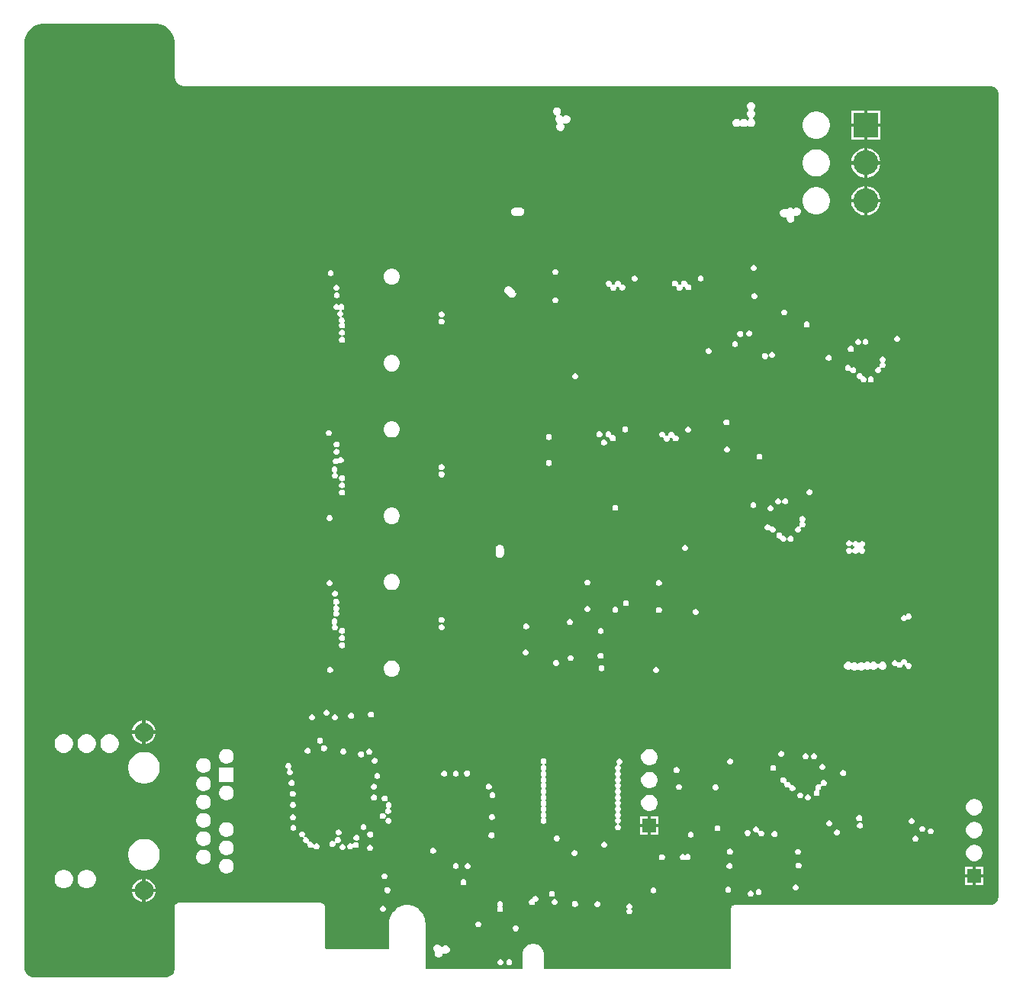
<source format=gbr>
G04*
G04 #@! TF.GenerationSoftware,Altium Limited,Altium Designer,24.2.2 (26)*
G04*
G04 Layer_Physical_Order=4*
G04 Layer_Color=6736896*
%FSLAX25Y25*%
%MOIN*%
G70*
G04*
G04 #@! TF.SameCoordinates,83FD6BF8-7FB9-4712-9294-79CC625926FD*
G04*
G04*
G04 #@! TF.FilePolarity,Positive*
G04*
G01*
G75*
%ADD141R,0.10827X0.10827*%
%ADD142C,0.10827*%
%ADD156R,0.06102X0.06102*%
%ADD159R,0.07874X0.07874*%
%ADD162C,0.08268*%
%ADD164C,0.25000*%
%ADD165C,0.01600*%
G36*
X30458Y20669D02*
X30471Y20671D01*
X30483Y20669D01*
X31293Y20685D01*
X32894Y20367D01*
X34413Y19738D01*
X35781Y18824D01*
X36944Y17661D01*
X37857Y16294D01*
X38487Y14774D01*
X38807Y13161D01*
Y12341D01*
X38788Y-1632D01*
X38772Y-1931D01*
X38785Y-2021D01*
X38776Y-2111D01*
X38837Y-2772D01*
X38871Y-2887D01*
X38883Y-3007D01*
X39072Y-3643D01*
X39128Y-3749D01*
X39162Y-3865D01*
X39472Y-4451D01*
X39548Y-4545D01*
X39604Y-4651D01*
X40022Y-5166D01*
X40115Y-5243D01*
X40191Y-5337D01*
X40701Y-5760D01*
X40807Y-5818D01*
X40900Y-5894D01*
X41483Y-6210D01*
X41598Y-6246D01*
X41704Y-6303D01*
X42338Y-6499D01*
X42428Y-6508D01*
X42513Y-6539D01*
X42841Y-6590D01*
X42935Y-6586D01*
X43027Y-6604D01*
X395332Y-6604D01*
X395343Y-6602D01*
X395354Y-6604D01*
X395685Y-6598D01*
X396337Y-6715D01*
X396953Y-6957D01*
X397510Y-7315D01*
X397987Y-7774D01*
X398365Y-8318D01*
X398629Y-8925D01*
X398771Y-9572D01*
X398777Y-9891D01*
X398777Y-360509D01*
X398777Y-360881D01*
X398631Y-361611D01*
X398347Y-362298D01*
X397933Y-362917D01*
X397407Y-363443D01*
X396789Y-363856D01*
X396102Y-364141D01*
X395372Y-364286D01*
X395000Y-364286D01*
X283161D01*
X282693Y-364379D01*
X282296Y-364644D01*
X282031Y-365041D01*
X281938Y-365510D01*
Y-392175D01*
X200222D01*
X200222Y-385874D01*
X200214Y-385834D01*
X200219Y-385794D01*
X200189Y-385332D01*
X200158Y-385215D01*
X200150Y-385095D01*
X199911Y-384202D01*
X199840Y-384059D01*
X199788Y-383907D01*
X199326Y-383107D01*
X199221Y-382987D01*
X199132Y-382854D01*
X198478Y-382200D01*
X198345Y-382111D01*
X198225Y-382006D01*
X197425Y-381544D01*
X197273Y-381492D01*
X197130Y-381421D01*
X196237Y-381182D01*
X196077Y-381172D01*
X195920Y-381140D01*
X194996D01*
X194839Y-381172D01*
X194679Y-381182D01*
X193787Y-381421D01*
X193643Y-381492D01*
X193492Y-381544D01*
X192692Y-382006D01*
X192571Y-382111D01*
X192438Y-382200D01*
X191785Y-382854D01*
X191696Y-382987D01*
X191590Y-383107D01*
X191128Y-383907D01*
X191077Y-384059D01*
X191006Y-384202D01*
X190767Y-385095D01*
X190759Y-385215D01*
X190728Y-385332D01*
X190697Y-385794D01*
X190703Y-385834D01*
X190695Y-385874D01*
Y-392175D01*
X148345D01*
Y-372198D01*
X148341Y-372176D01*
X148345Y-372155D01*
X148322Y-371496D01*
X148299Y-371399D01*
Y-371300D01*
X148043Y-370014D01*
X147997Y-369902D01*
X147973Y-369784D01*
X147472Y-368573D01*
X147405Y-368473D01*
X147359Y-368361D01*
X146630Y-367271D01*
X146545Y-367186D01*
X146478Y-367085D01*
X145551Y-366158D01*
X145450Y-366091D01*
X145365Y-366006D01*
X144275Y-365277D01*
X144163Y-365231D01*
X144063Y-365164D01*
X142852Y-364663D01*
X142733Y-364639D01*
X142622Y-364593D01*
X141336Y-364337D01*
X141215D01*
X141097Y-364314D01*
X139786D01*
X139668Y-364337D01*
X139547D01*
X138261Y-364593D01*
X138150Y-364639D01*
X138031Y-364663D01*
X136820Y-365164D01*
X136720Y-365231D01*
X136608Y-365277D01*
X135518Y-366006D01*
X135433Y-366091D01*
X135333Y-366158D01*
X134405Y-367085D01*
X134338Y-367186D01*
X134253Y-367271D01*
X133525Y-368361D01*
X133478Y-368473D01*
X133412Y-368573D01*
X132910Y-369784D01*
X132886Y-369902D01*
X132840Y-370014D01*
X132584Y-371300D01*
Y-371391D01*
X132562Y-371479D01*
X132530Y-372134D01*
X132534Y-372165D01*
X132528Y-372194D01*
Y-383366D01*
X104824D01*
X104471Y-383012D01*
X104480Y-365010D01*
X104468Y-364950D01*
X104474Y-364889D01*
X104464Y-364792D01*
X104412Y-364620D01*
X104377Y-364444D01*
X104302Y-364264D01*
X104302Y-364263D01*
X104179Y-364080D01*
X104037Y-363866D01*
X104037Y-363866D01*
X103899Y-363729D01*
X103899Y-363729D01*
X103899Y-363728D01*
X103502Y-363463D01*
X103502Y-363463D01*
X103502Y-363463D01*
X103322Y-363389D01*
X103145Y-363354D01*
X102973Y-363301D01*
X102876Y-363292D01*
X102815Y-363298D01*
X102756Y-363286D01*
X40512Y-363286D01*
X40452Y-363298D01*
X40392Y-363292D01*
X40294Y-363301D01*
X40122Y-363354D01*
X39946Y-363389D01*
X39766Y-363463D01*
X39766Y-363463D01*
X39369Y-363729D01*
X39231Y-363866D01*
X39231Y-363866D01*
X39099Y-364065D01*
X38966Y-364264D01*
X38966Y-364264D01*
X38891Y-364444D01*
X38856Y-364620D01*
X38804Y-364792D01*
X38794Y-364890D01*
X38800Y-364950D01*
X38788Y-365009D01*
X38788Y-391990D01*
X38788Y-392362D01*
X38643Y-393091D01*
X38359Y-393778D01*
X37945Y-394397D01*
X37419Y-394923D01*
X36801Y-395336D01*
X36113Y-395621D01*
X35384Y-395766D01*
X-22988D01*
X-23354Y-395733D01*
X-24166Y-395493D01*
X-24916Y-395099D01*
X-25575Y-394567D01*
X-26117Y-393917D01*
X-26522Y-393173D01*
X-26774Y-392364D01*
X-26863Y-391522D01*
X-26825Y-391100D01*
X-26831Y-391045D01*
X-26820Y-390990D01*
X-26820Y12339D01*
X-26822Y12351D01*
X-26820Y12364D01*
X-26837Y13173D01*
X-26518Y14774D01*
X-25889Y16294D01*
X-24975Y17661D01*
X-23812Y18824D01*
X-22445Y19738D01*
X-20925Y20367D01*
X-19312Y20688D01*
X-18490D01*
X30458Y20669D01*
D02*
G37*
%LPC*%
G36*
X291016Y-13512D02*
X290300D01*
X289638Y-13787D01*
X289132Y-14293D01*
X288858Y-14954D01*
Y-15671D01*
X289132Y-16332D01*
X289450Y-16651D01*
X289582Y-16976D01*
X289450Y-17302D01*
X289132Y-17620D01*
X288858Y-18282D01*
Y-18998D01*
X289132Y-19659D01*
X289638Y-20166D01*
X289986Y-20310D01*
Y-20851D01*
X289638Y-20995D01*
X289432Y-21201D01*
X289105Y-21479D01*
X288778Y-21201D01*
X288572Y-20995D01*
X287911Y-20721D01*
X287195D01*
X286533Y-20995D01*
X286280Y-21248D01*
X285953Y-21455D01*
X285627Y-21248D01*
X285374Y-20995D01*
X284712Y-20721D01*
X283996D01*
X283334Y-20995D01*
X282828Y-21501D01*
X282554Y-22163D01*
Y-22879D01*
X282828Y-23541D01*
X283334Y-24047D01*
X283996Y-24321D01*
X284712D01*
X285374Y-24047D01*
X285627Y-23794D01*
X285953Y-23587D01*
X286280Y-23794D01*
X286533Y-24047D01*
X287195Y-24321D01*
X287911D01*
X288572Y-24047D01*
X288778Y-23841D01*
X289105Y-23563D01*
X289432Y-23841D01*
X289638Y-24047D01*
X290300Y-24321D01*
X291016D01*
X291677Y-24047D01*
X292183Y-23541D01*
X292458Y-22879D01*
Y-22163D01*
X292183Y-21501D01*
X291677Y-20995D01*
X291329Y-20851D01*
Y-20310D01*
X291677Y-20166D01*
X292183Y-19659D01*
X292458Y-18998D01*
Y-18282D01*
X292183Y-17620D01*
X291865Y-17302D01*
X291733Y-16976D01*
X291865Y-16651D01*
X292183Y-16332D01*
X292458Y-15671D01*
Y-14954D01*
X292183Y-14293D01*
X291677Y-13787D01*
X291016Y-13512D01*
D02*
G37*
G36*
X347167Y-17063D02*
X341504D01*
Y-22726D01*
X347167D01*
Y-17063D01*
D02*
G37*
G36*
X340003D02*
X334340D01*
Y-22726D01*
X340003D01*
Y-17063D01*
D02*
G37*
G36*
X206217Y-15707D02*
X205500D01*
X204839Y-15981D01*
X204332Y-16488D01*
X204059Y-17149D01*
Y-17865D01*
X204332Y-18527D01*
X204839Y-19033D01*
X205446Y-19284D01*
X205558Y-19529D01*
X205630Y-19807D01*
X205487Y-19950D01*
X205213Y-20612D01*
Y-21328D01*
X205487Y-21990D01*
X205993Y-22496D01*
X206035Y-23054D01*
X205862Y-23227D01*
X205588Y-23889D01*
Y-24605D01*
X205862Y-25267D01*
X206368Y-25773D01*
X207030Y-26047D01*
X207746D01*
X208408Y-25773D01*
X208914Y-25267D01*
X209188Y-24605D01*
Y-23889D01*
X208914Y-23227D01*
X208549Y-22862D01*
X208871Y-22496D01*
X209533Y-22770D01*
X210249D01*
X210911Y-22496D01*
X211417Y-21990D01*
X211691Y-21328D01*
Y-20612D01*
X211417Y-19950D01*
X210911Y-19444D01*
X210249Y-19170D01*
X209533D01*
X208871Y-19444D01*
X208452Y-19863D01*
X208032Y-19444D01*
X207426Y-19193D01*
X207313Y-18948D01*
X207241Y-18670D01*
X207384Y-18527D01*
X207659Y-17865D01*
Y-17149D01*
X207384Y-16488D01*
X206878Y-15981D01*
X206217Y-15707D01*
D02*
G37*
G36*
X319682Y-17562D02*
X318518D01*
X317375Y-17790D01*
X316299Y-18236D01*
X315330Y-18883D01*
X314507Y-19706D01*
X313860Y-20675D01*
X313414Y-21751D01*
X313187Y-22893D01*
Y-24058D01*
X313414Y-25201D01*
X313860Y-26277D01*
X314507Y-27245D01*
X315330Y-28069D01*
X316299Y-28716D01*
X317375Y-29162D01*
X318518Y-29389D01*
X319682D01*
X320825Y-29162D01*
X321901Y-28716D01*
X322869Y-28069D01*
X323693Y-27245D01*
X324340Y-26277D01*
X324786Y-25201D01*
X325013Y-24058D01*
Y-22893D01*
X324786Y-21751D01*
X324340Y-20675D01*
X323693Y-19706D01*
X322869Y-18883D01*
X321901Y-18236D01*
X320825Y-17790D01*
X319682Y-17562D01*
D02*
G37*
G36*
X347167Y-24226D02*
X341504D01*
Y-29889D01*
X347167D01*
Y-24226D01*
D02*
G37*
G36*
X340003D02*
X334340D01*
Y-29889D01*
X340003D01*
Y-24226D01*
D02*
G37*
G36*
X341504Y-33621D02*
Y-39261D01*
X347143D01*
X346920Y-38141D01*
X346437Y-36973D01*
X345735Y-35923D01*
X344842Y-35030D01*
X343791Y-34328D01*
X342624Y-33844D01*
X341504Y-33621D01*
D02*
G37*
G36*
X340003D02*
X338883Y-33844D01*
X337716Y-34328D01*
X336665Y-35030D01*
X335772Y-35923D01*
X335070Y-36973D01*
X334587Y-38141D01*
X334364Y-39261D01*
X340003D01*
Y-33621D01*
D02*
G37*
G36*
X319682Y-34098D02*
X318518D01*
X317375Y-34325D01*
X316299Y-34771D01*
X315330Y-35418D01*
X314507Y-36242D01*
X313860Y-37210D01*
X313414Y-38286D01*
X313187Y-39429D01*
Y-40594D01*
X313414Y-41736D01*
X313860Y-42812D01*
X314507Y-43781D01*
X315330Y-44605D01*
X316299Y-45252D01*
X317375Y-45697D01*
X318518Y-45925D01*
X319682D01*
X320825Y-45697D01*
X321901Y-45252D01*
X322869Y-44605D01*
X323693Y-43781D01*
X324340Y-42812D01*
X324786Y-41736D01*
X325013Y-40594D01*
Y-39429D01*
X324786Y-38286D01*
X324340Y-37210D01*
X323693Y-36242D01*
X322869Y-35418D01*
X321901Y-34771D01*
X320825Y-34325D01*
X319682Y-34098D01*
D02*
G37*
G36*
X347143Y-40761D02*
X341504D01*
Y-46401D01*
X342624Y-46178D01*
X343791Y-45695D01*
X344842Y-44993D01*
X345735Y-44100D01*
X346437Y-43049D01*
X346920Y-41882D01*
X347143Y-40761D01*
D02*
G37*
G36*
X340003D02*
X334364D01*
X334587Y-41882D01*
X335070Y-43049D01*
X335772Y-44100D01*
X336665Y-44993D01*
X337716Y-45695D01*
X338883Y-46178D01*
X340003Y-46401D01*
Y-40761D01*
D02*
G37*
G36*
X341504Y-50157D02*
Y-55797D01*
X347143D01*
X346920Y-54676D01*
X346437Y-53509D01*
X345735Y-52458D01*
X344842Y-51565D01*
X343791Y-50863D01*
X342624Y-50380D01*
X341504Y-50157D01*
D02*
G37*
G36*
X340003D02*
X338883Y-50380D01*
X337716Y-50863D01*
X336665Y-51565D01*
X335772Y-52458D01*
X335070Y-53509D01*
X334587Y-54676D01*
X334364Y-55797D01*
X340003D01*
Y-50157D01*
D02*
G37*
G36*
X310887Y-59503D02*
X310170D01*
X309509Y-59777D01*
X309171Y-60115D01*
X308875Y-59819D01*
X308213Y-59545D01*
X307497D01*
X306836Y-59819D01*
X306329Y-60325D01*
X305809Y-60275D01*
X305393Y-60103D01*
X304677D01*
X304015Y-60377D01*
X303509Y-60883D01*
X303235Y-61545D01*
Y-62261D01*
X303509Y-62923D01*
X304015Y-63429D01*
X304677Y-63703D01*
X305393D01*
X305640Y-63601D01*
X305858Y-63761D01*
X306055Y-63970D01*
Y-64620D01*
X306329Y-65282D01*
X306836Y-65788D01*
X307497Y-66062D01*
X308213D01*
X308875Y-65788D01*
X309381Y-65282D01*
X309655Y-64620D01*
Y-63904D01*
X309419Y-63333D01*
X309603Y-63055D01*
X309752Y-62929D01*
X310170Y-63103D01*
X310887D01*
X311548Y-62829D01*
X312054Y-62323D01*
X312328Y-61661D01*
Y-60945D01*
X312054Y-60283D01*
X311548Y-59777D01*
X310887Y-59503D01*
D02*
G37*
G36*
X319682Y-50633D02*
X318518D01*
X317375Y-50861D01*
X316299Y-51306D01*
X315330Y-51954D01*
X314507Y-52777D01*
X313860Y-53746D01*
X313414Y-54822D01*
X313187Y-55964D01*
Y-57129D01*
X313414Y-58272D01*
X313860Y-59348D01*
X314507Y-60316D01*
X315330Y-61140D01*
X316299Y-61787D01*
X317375Y-62233D01*
X318518Y-62460D01*
X319682D01*
X320825Y-62233D01*
X321901Y-61787D01*
X322869Y-61140D01*
X323693Y-60316D01*
X324340Y-59348D01*
X324786Y-58272D01*
X325013Y-57129D01*
Y-55964D01*
X324786Y-54822D01*
X324340Y-53746D01*
X323693Y-52777D01*
X322869Y-51954D01*
X321901Y-51306D01*
X320825Y-50861D01*
X319682Y-50633D01*
D02*
G37*
G36*
X347143Y-57297D02*
X341504D01*
Y-62937D01*
X342624Y-62714D01*
X343791Y-62230D01*
X344842Y-61528D01*
X345735Y-60635D01*
X346437Y-59585D01*
X346920Y-58417D01*
X347143Y-57297D01*
D02*
G37*
G36*
X340003D02*
X334364D01*
X334587Y-58417D01*
X335070Y-59585D01*
X335772Y-60635D01*
X336665Y-61528D01*
X337716Y-62230D01*
X338883Y-62714D01*
X340003Y-62937D01*
Y-57297D01*
D02*
G37*
G36*
X190038Y-59442D02*
X187421Y-59442D01*
X187321Y-59483D01*
X187214D01*
X186736Y-59681D01*
X186660Y-59757D01*
X186560Y-59798D01*
X186195Y-60164D01*
X186153Y-60263D01*
X186077Y-60339D01*
X185879Y-60817D01*
Y-60925D01*
X185838Y-61024D01*
Y-61542D01*
X185879Y-61641D01*
Y-61749D01*
X186077Y-62226D01*
X186153Y-62303D01*
X186195Y-62402D01*
X186560Y-62768D01*
X186660Y-62809D01*
X186736Y-62885D01*
X187214Y-63083D01*
X187321D01*
X187421Y-63124D01*
X189779Y-63124D01*
X189779Y-63124D01*
X190038D01*
X190137Y-63083D01*
X190245D01*
X190723Y-62885D01*
X190799Y-62809D01*
X190898Y-62768D01*
X191264Y-62402D01*
X191305Y-62303D01*
X191381Y-62226D01*
X191579Y-61749D01*
Y-61641D01*
X191621Y-61542D01*
Y-61024D01*
X191579Y-60925D01*
Y-60817D01*
X191381Y-60339D01*
X191305Y-60263D01*
X191264Y-60164D01*
X190898Y-59798D01*
X190799Y-59757D01*
X190723Y-59681D01*
X190245Y-59483D01*
X190137D01*
X190038Y-59442D01*
D02*
G37*
G36*
X292126Y-84515D02*
X291609D01*
X291131Y-84713D01*
X290766Y-85079D01*
X290568Y-85557D01*
Y-86074D01*
X290766Y-86552D01*
X291131Y-86918D01*
X291609Y-87115D01*
X292126D01*
X292604Y-86918D01*
X292970Y-86552D01*
X293168Y-86074D01*
Y-85557D01*
X292970Y-85079D01*
X292604Y-84713D01*
X292126Y-84515D01*
D02*
G37*
G36*
X205432Y-86375D02*
X204915D01*
X204437Y-86573D01*
X204072Y-86939D01*
X203874Y-87416D01*
Y-87934D01*
X204072Y-88411D01*
X204437Y-88777D01*
X204915Y-88975D01*
X205432D01*
X205910Y-88777D01*
X206276Y-88411D01*
X206474Y-87934D01*
Y-87416D01*
X206276Y-86939D01*
X205910Y-86573D01*
X205432Y-86375D01*
D02*
G37*
G36*
X107271Y-86839D02*
X106754D01*
X106276Y-87037D01*
X105910Y-87402D01*
X105712Y-87880D01*
Y-88397D01*
X105910Y-88875D01*
X106276Y-89241D01*
X106754Y-89439D01*
X107271D01*
X107748Y-89241D01*
X108114Y-88875D01*
X108312Y-88397D01*
Y-87880D01*
X108114Y-87402D01*
X107748Y-87037D01*
X107271Y-86839D01*
D02*
G37*
G36*
X268946Y-89214D02*
X268428D01*
X267951Y-89412D01*
X267585Y-89778D01*
X267387Y-90256D01*
Y-90773D01*
X267585Y-91251D01*
X267951Y-91617D01*
X268428Y-91815D01*
X268946D01*
X269424Y-91617D01*
X269789Y-91251D01*
X269987Y-90773D01*
Y-90256D01*
X269789Y-89778D01*
X269424Y-89412D01*
X268946Y-89214D01*
D02*
G37*
G36*
X240018Y-89254D02*
X239501D01*
X239023Y-89452D01*
X238657Y-89818D01*
X238459Y-90295D01*
Y-90813D01*
X238657Y-91290D01*
X239023Y-91656D01*
X239501Y-91854D01*
X240018D01*
X240496Y-91656D01*
X240862Y-91290D01*
X241059Y-90813D01*
Y-90295D01*
X240862Y-89818D01*
X240496Y-89452D01*
X240018Y-89254D01*
D02*
G37*
G36*
X134136Y-86118D02*
X133201D01*
X132298Y-86360D01*
X131488Y-86827D01*
X130827Y-87489D01*
X130359Y-88298D01*
X130117Y-89202D01*
Y-90137D01*
X130359Y-91040D01*
X130827Y-91850D01*
X131488Y-92511D01*
X132298Y-92978D01*
X133201Y-93220D01*
X134136D01*
X135039Y-92978D01*
X135849Y-92511D01*
X136510Y-91850D01*
X136978Y-91040D01*
X137220Y-90137D01*
Y-89202D01*
X136978Y-88298D01*
X136510Y-87489D01*
X135849Y-86827D01*
X135039Y-86360D01*
X134136Y-86118D01*
D02*
G37*
G36*
X261631Y-91381D02*
X261114D01*
X260636Y-91579D01*
X260270Y-91945D01*
X260072Y-92423D01*
Y-92940D01*
X259686Y-93314D01*
X259663Y-93304D01*
X259145D01*
X259053Y-93342D01*
X258670Y-92960D01*
X258678Y-92940D01*
Y-92423D01*
X258480Y-91945D01*
X258115Y-91579D01*
X257637Y-91381D01*
X257119D01*
X256642Y-91579D01*
X256276Y-91945D01*
X256078Y-92423D01*
Y-92940D01*
X256276Y-93418D01*
X256642Y-93783D01*
X257119Y-93981D01*
X257637D01*
X257729Y-93943D01*
X258112Y-94326D01*
X258104Y-94345D01*
Y-94863D01*
X258302Y-95340D01*
X258667Y-95706D01*
X259145Y-95904D01*
X259663D01*
X260140Y-95706D01*
X260506Y-95340D01*
X260704Y-94863D01*
Y-94345D01*
X261090Y-93972D01*
X261114Y-93981D01*
X261528D01*
X261665Y-94019D01*
X261990Y-94374D01*
Y-94625D01*
X262188Y-95103D01*
X262554Y-95469D01*
X263032Y-95666D01*
X263549D01*
X264027Y-95469D01*
X264392Y-95103D01*
X264590Y-94625D01*
Y-94108D01*
X264392Y-93630D01*
X264027Y-93264D01*
X263549Y-93067D01*
X263134D01*
X262998Y-93029D01*
X262672Y-92674D01*
Y-92423D01*
X262474Y-91945D01*
X262109Y-91579D01*
X261631Y-91381D01*
D02*
G37*
G36*
X232703Y-91421D02*
X232186D01*
X231709Y-91619D01*
X231343Y-91985D01*
X231145Y-92462D01*
Y-92980D01*
X230759Y-93353D01*
X230735Y-93344D01*
X230218D01*
X230125Y-93382D01*
X229742Y-92999D01*
X229751Y-92980D01*
Y-92462D01*
X229553Y-91985D01*
X229187Y-91619D01*
X228709Y-91421D01*
X228192D01*
X227714Y-91619D01*
X227348Y-91985D01*
X227151Y-92462D01*
Y-92980D01*
X227348Y-93457D01*
X227714Y-93823D01*
X228192Y-94021D01*
X228709D01*
X228802Y-93983D01*
X229185Y-94365D01*
X229176Y-94385D01*
Y-94902D01*
X229374Y-95380D01*
X229740Y-95746D01*
X230218Y-95944D01*
X230735D01*
X231213Y-95746D01*
X231578Y-95380D01*
X231776Y-94902D01*
Y-94385D01*
X232163Y-94011D01*
X232186Y-94021D01*
X232601D01*
X232738Y-94059D01*
X233063Y-94413D01*
Y-94665D01*
X233261Y-95143D01*
X233627Y-95508D01*
X234104Y-95706D01*
X234622D01*
X235099Y-95508D01*
X235465Y-95143D01*
X235663Y-94665D01*
Y-94147D01*
X235465Y-93670D01*
X235099Y-93304D01*
X234622Y-93106D01*
X234207D01*
X234070Y-93069D01*
X233745Y-92714D01*
Y-92462D01*
X233547Y-91985D01*
X233181Y-91619D01*
X232703Y-91421D01*
D02*
G37*
G36*
X109688Y-93290D02*
X109171D01*
X108694Y-93488D01*
X108328Y-93854D01*
X108130Y-94332D01*
Y-94849D01*
X108328Y-95327D01*
X108694Y-95692D01*
X109171Y-95890D01*
X109688D01*
X110166Y-95692D01*
X110532Y-95327D01*
X110730Y-94849D01*
Y-94332D01*
X110532Y-93854D01*
X110166Y-93488D01*
X109688Y-93290D01*
D02*
G37*
G36*
X184933Y-93825D02*
X184416D01*
X184317Y-93866D01*
X184209D01*
X183731Y-94064D01*
X183655Y-94140D01*
X183556Y-94181D01*
X183190Y-94547D01*
X183149Y-94646D01*
X183073Y-94722D01*
X182875Y-95200D01*
Y-95308D01*
X182834Y-95407D01*
Y-95924D01*
X182875Y-96024D01*
Y-96131D01*
X183073Y-96609D01*
X183149Y-96685D01*
X183190Y-96785D01*
X183373Y-96968D01*
X184858Y-98453D01*
X184858Y-98453D01*
X185041Y-98636D01*
X185140Y-98677D01*
X185216Y-98753D01*
X185694Y-98951D01*
X185802D01*
X185901Y-98992D01*
X186418D01*
X186518Y-98951D01*
X186626D01*
X187103Y-98753D01*
X187180Y-98677D01*
X187279Y-98636D01*
X187645Y-98270D01*
X187686Y-98170D01*
X187762Y-98094D01*
X187960Y-97616D01*
Y-97509D01*
X188001Y-97409D01*
Y-96892D01*
X187960Y-96793D01*
Y-96685D01*
X187762Y-96207D01*
X187686Y-96131D01*
X187645Y-96032D01*
X187462Y-95849D01*
X187462Y-95849D01*
X185977Y-94364D01*
X185977Y-94364D01*
X185794Y-94181D01*
X185695Y-94140D01*
X185618Y-94064D01*
X185141Y-93866D01*
X185033D01*
X184933Y-93825D01*
D02*
G37*
G36*
X109893Y-96562D02*
X109376D01*
X108898Y-96760D01*
X108532Y-97126D01*
X108334Y-97604D01*
Y-98121D01*
X108532Y-98599D01*
X108898Y-98964D01*
X109376Y-99162D01*
X109893D01*
X110371Y-98964D01*
X110737Y-98599D01*
X110934Y-98121D01*
Y-97604D01*
X110737Y-97126D01*
X110371Y-96760D01*
X109893Y-96562D01*
D02*
G37*
G36*
X292354Y-96846D02*
X291837D01*
X291359Y-97044D01*
X290993Y-97410D01*
X290795Y-97888D01*
Y-98405D01*
X290993Y-98883D01*
X291359Y-99248D01*
X291837Y-99446D01*
X292354D01*
X292832Y-99248D01*
X293198Y-98883D01*
X293395Y-98405D01*
Y-97888D01*
X293198Y-97410D01*
X292832Y-97044D01*
X292354Y-96846D01*
D02*
G37*
G36*
X205378Y-98690D02*
X204861D01*
X204383Y-98888D01*
X204018Y-99254D01*
X203820Y-99731D01*
Y-100249D01*
X204018Y-100726D01*
X204383Y-101092D01*
X204861Y-101290D01*
X205378D01*
X205856Y-101092D01*
X206222Y-100726D01*
X206420Y-100249D01*
Y-99731D01*
X206222Y-99254D01*
X205856Y-98888D01*
X205378Y-98690D01*
D02*
G37*
G36*
X305465Y-104035D02*
X304948D01*
X304470Y-104233D01*
X304105Y-104599D01*
X303907Y-105077D01*
Y-105594D01*
X304105Y-106072D01*
X304470Y-106438D01*
X304948Y-106635D01*
X305465D01*
X305943Y-106438D01*
X306309Y-106072D01*
X306507Y-105594D01*
Y-105077D01*
X306309Y-104599D01*
X305943Y-104233D01*
X305465Y-104035D01*
D02*
G37*
G36*
X155683Y-104914D02*
X155166D01*
X154688Y-105112D01*
X154322Y-105477D01*
X154124Y-105955D01*
Y-106472D01*
X154322Y-106950D01*
X154688Y-107316D01*
X155166Y-107514D01*
X155683D01*
X156161Y-107316D01*
X156526Y-106950D01*
X156724Y-106472D01*
Y-105955D01*
X156526Y-105477D01*
X156161Y-105112D01*
X155683Y-104914D01*
D02*
G37*
G36*
Y-108063D02*
X155166D01*
X154688Y-108261D01*
X154322Y-108627D01*
X154124Y-109105D01*
Y-109622D01*
X154322Y-110100D01*
X154688Y-110465D01*
X155166Y-110663D01*
X155683D01*
X156161Y-110465D01*
X156526Y-110100D01*
X156724Y-109622D01*
Y-109105D01*
X156526Y-108627D01*
X156161Y-108261D01*
X155683Y-108063D01*
D02*
G37*
G36*
X315267Y-109330D02*
X314750D01*
X314272Y-109528D01*
X313906Y-109894D01*
X313708Y-110371D01*
Y-110889D01*
X313906Y-111366D01*
X314272Y-111732D01*
X314750Y-111930D01*
X315267D01*
X315745Y-111732D01*
X316110Y-111366D01*
X316308Y-110889D01*
Y-110371D01*
X316110Y-109894D01*
X315745Y-109528D01*
X315267Y-109330D01*
D02*
G37*
G36*
X109688Y-101572D02*
X109171D01*
X108694Y-101770D01*
X108328Y-102135D01*
X108130Y-102613D01*
Y-103130D01*
X108328Y-103608D01*
X108694Y-103974D01*
X109171Y-104172D01*
X109688D01*
X110166Y-103974D01*
X110451Y-103689D01*
X110506Y-103700D01*
X110872Y-104066D01*
X110890Y-104073D01*
X110856Y-104478D01*
X110819Y-104585D01*
X110370Y-104771D01*
X110004Y-105137D01*
X109806Y-105614D01*
Y-106131D01*
X110004Y-106609D01*
X110370Y-106975D01*
X110848Y-107173D01*
X110898D01*
X111011Y-107610D01*
X111013Y-107673D01*
X110659Y-108027D01*
X110461Y-108505D01*
Y-109022D01*
X110659Y-109500D01*
X111025Y-109866D01*
X110852Y-110266D01*
X110851Y-110268D01*
X110851Y-110268D01*
X110652Y-110746D01*
Y-111263D01*
X110851Y-111741D01*
X111216Y-112107D01*
X111694Y-112305D01*
X112211D01*
X112689Y-112107D01*
X113055Y-111741D01*
X113252Y-111263D01*
Y-110746D01*
X113055Y-110268D01*
X112689Y-109903D01*
X112862Y-109502D01*
X112863Y-109500D01*
X112863Y-109500D01*
X113061Y-109022D01*
Y-108505D01*
X112863Y-108027D01*
X112498Y-107662D01*
X112020Y-107464D01*
X111970D01*
X111856Y-107027D01*
X111854Y-106964D01*
X112208Y-106609D01*
X112406Y-106131D01*
Y-105614D01*
X112208Y-105137D01*
X111843Y-104771D01*
X111825Y-104764D01*
X111859Y-104359D01*
X111896Y-104252D01*
X112345Y-104066D01*
X112710Y-103700D01*
X112908Y-103222D01*
Y-102705D01*
X112710Y-102227D01*
X112345Y-101862D01*
X111867Y-101664D01*
X111350D01*
X110872Y-101862D01*
X110587Y-102146D01*
X110532Y-102135D01*
X110166Y-101770D01*
X109688Y-101572D01*
D02*
G37*
G36*
X112211Y-112855D02*
X111694D01*
X111216Y-113052D01*
X110851Y-113418D01*
X110652Y-113896D01*
Y-114413D01*
X110851Y-114891D01*
X111216Y-115257D01*
X111694Y-115454D01*
X112211D01*
X112689Y-115257D01*
X113055Y-114891D01*
X113252Y-114413D01*
Y-113896D01*
X113055Y-113418D01*
X112689Y-113052D01*
X112211Y-112855D01*
D02*
G37*
G36*
X290163Y-113262D02*
X289646D01*
X289168Y-113460D01*
X288803Y-113825D01*
X288605Y-114303D01*
Y-114820D01*
X288803Y-115298D01*
X289168Y-115664D01*
X289646Y-115862D01*
X290163D01*
X290641Y-115664D01*
X291007Y-115298D01*
X291205Y-114820D01*
Y-114303D01*
X291007Y-113825D01*
X290641Y-113460D01*
X290163Y-113262D01*
D02*
G37*
G36*
X286215Y-113414D02*
X285698D01*
X285220Y-113612D01*
X284854Y-113978D01*
X284656Y-114456D01*
Y-114973D01*
X284854Y-115451D01*
X285220Y-115816D01*
X285698Y-116014D01*
X286215D01*
X286693Y-115816D01*
X287058Y-115451D01*
X287256Y-114973D01*
Y-114456D01*
X287058Y-113978D01*
X286693Y-113612D01*
X286215Y-113414D01*
D02*
G37*
G36*
X354724Y-115549D02*
X354207D01*
X353729Y-115747D01*
X353363Y-116113D01*
X353165Y-116591D01*
Y-117108D01*
X353363Y-117586D01*
X353729Y-117952D01*
X354207Y-118149D01*
X354724D01*
X355202Y-117952D01*
X355567Y-117586D01*
X355765Y-117108D01*
Y-116591D01*
X355567Y-116113D01*
X355202Y-115747D01*
X354724Y-115549D01*
D02*
G37*
G36*
X112211Y-116004D02*
X111694D01*
X111216Y-116202D01*
X110851Y-116568D01*
X110652Y-117045D01*
Y-117563D01*
X110851Y-118041D01*
X111216Y-118406D01*
X111694Y-118604D01*
X112211D01*
X112689Y-118406D01*
X113055Y-118041D01*
X113252Y-117563D01*
Y-117045D01*
X113055Y-116568D01*
X112689Y-116202D01*
X112211Y-116004D01*
D02*
G37*
G36*
X340914Y-116922D02*
X340397D01*
X339919Y-117120D01*
X339553Y-117485D01*
X339355Y-117963D01*
Y-118480D01*
X339553Y-118958D01*
X339919Y-119324D01*
X340397Y-119522D01*
X340914D01*
X341392Y-119324D01*
X341758Y-118958D01*
X341955Y-118480D01*
Y-117963D01*
X341758Y-117485D01*
X341392Y-117120D01*
X340914Y-116922D01*
D02*
G37*
G36*
X337791Y-116927D02*
X337274D01*
X336796Y-117125D01*
X336430Y-117491D01*
X336232Y-117968D01*
Y-118486D01*
X336430Y-118963D01*
X336796Y-119329D01*
X337274Y-119527D01*
X337791D01*
X338268Y-119329D01*
X338634Y-118963D01*
X338832Y-118486D01*
Y-117968D01*
X338634Y-117491D01*
X338268Y-117125D01*
X337791Y-116927D01*
D02*
G37*
G36*
X283920Y-117933D02*
X283403D01*
X282925Y-118131D01*
X282559Y-118496D01*
X282361Y-118974D01*
Y-119491D01*
X282559Y-119969D01*
X282925Y-120335D01*
X283403Y-120533D01*
X283920D01*
X284398Y-120335D01*
X284764Y-119969D01*
X284961Y-119491D01*
Y-118974D01*
X284764Y-118496D01*
X284398Y-118131D01*
X283920Y-117933D01*
D02*
G37*
G36*
X334541Y-119999D02*
X334023D01*
X333546Y-120197D01*
X333180Y-120562D01*
X332982Y-121040D01*
Y-121557D01*
X333180Y-122035D01*
X333546Y-122401D01*
X334023Y-122599D01*
X334541D01*
X335018Y-122401D01*
X335384Y-122035D01*
X335582Y-121557D01*
Y-121040D01*
X335384Y-120562D01*
X335018Y-120197D01*
X334541Y-119999D01*
D02*
G37*
G36*
X272327Y-120902D02*
X271810D01*
X271332Y-121100D01*
X270967Y-121466D01*
X270769Y-121943D01*
Y-122460D01*
X270967Y-122938D01*
X271332Y-123304D01*
X271810Y-123502D01*
X272327D01*
X272805Y-123304D01*
X273171Y-122938D01*
X273369Y-122460D01*
Y-121943D01*
X273171Y-121466D01*
X272805Y-121100D01*
X272327Y-120902D01*
D02*
G37*
G36*
X300116Y-122508D02*
X299599D01*
X299121Y-122705D01*
X298756Y-123071D01*
X298558Y-123549D01*
Y-124066D01*
X298756Y-124544D01*
X299121Y-124910D01*
X299599Y-125108D01*
X300116D01*
X300594Y-124910D01*
X300960Y-124544D01*
X301158Y-124066D01*
Y-123549D01*
X300960Y-123071D01*
X300594Y-122705D01*
X300116Y-122508D01*
D02*
G37*
G36*
X297008Y-123085D02*
X296491D01*
X296013Y-123283D01*
X295648Y-123649D01*
X295450Y-124127D01*
Y-124644D01*
X295648Y-125122D01*
X296013Y-125487D01*
X296491Y-125685D01*
X297008D01*
X297486Y-125487D01*
X297852Y-125122D01*
X298050Y-124644D01*
Y-124127D01*
X297852Y-123649D01*
X297486Y-123283D01*
X297008Y-123085D01*
D02*
G37*
G36*
X324880Y-123934D02*
X324363D01*
X323885Y-124132D01*
X323519Y-124498D01*
X323321Y-124975D01*
Y-125493D01*
X323519Y-125970D01*
X323885Y-126336D01*
X324363Y-126534D01*
X324880D01*
X325358Y-126336D01*
X325723Y-125970D01*
X325921Y-125493D01*
Y-124975D01*
X325723Y-124498D01*
X325358Y-124132D01*
X324880Y-123934D01*
D02*
G37*
G36*
X348399Y-124562D02*
X347882D01*
X347404Y-124760D01*
X347039Y-125126D01*
X346841Y-125603D01*
Y-126121D01*
X347039Y-126599D01*
X347208Y-126768D01*
X347342Y-127107D01*
X347206Y-127419D01*
X347026Y-127599D01*
X346828Y-128077D01*
Y-128594D01*
X346991Y-128987D01*
X346823Y-129247D01*
X346658Y-129391D01*
X346426Y-129294D01*
X345908D01*
X345430Y-129492D01*
X345065Y-129858D01*
X344867Y-130336D01*
Y-130853D01*
X345065Y-131331D01*
X345430Y-131696D01*
X345908Y-131894D01*
X346426D01*
X346903Y-131696D01*
X347269Y-131331D01*
X347467Y-130853D01*
Y-130336D01*
X347304Y-129942D01*
X347472Y-129682D01*
X347637Y-129539D01*
X347869Y-129635D01*
X348387D01*
X348864Y-129437D01*
X349230Y-129071D01*
X349428Y-128594D01*
Y-128077D01*
X349230Y-127599D01*
X349061Y-127429D01*
X348927Y-127090D01*
X349063Y-126778D01*
X349243Y-126599D01*
X349441Y-126121D01*
Y-125603D01*
X349243Y-125126D01*
X348877Y-124760D01*
X348399Y-124562D01*
D02*
G37*
G36*
X134136Y-123913D02*
X133201D01*
X132298Y-124155D01*
X131488Y-124623D01*
X130827Y-125284D01*
X130359Y-126094D01*
X130117Y-126997D01*
Y-127932D01*
X130359Y-128835D01*
X130827Y-129645D01*
X131488Y-130306D01*
X132298Y-130774D01*
X133201Y-131016D01*
X134136D01*
X135039Y-130774D01*
X135849Y-130306D01*
X136510Y-129645D01*
X136978Y-128835D01*
X137220Y-127932D01*
Y-126997D01*
X136978Y-126094D01*
X136510Y-125284D01*
X135849Y-124623D01*
X135039Y-124155D01*
X134136Y-123913D01*
D02*
G37*
G36*
X333231Y-128303D02*
X332714D01*
X332236Y-128500D01*
X331871Y-128866D01*
X331673Y-129344D01*
Y-129861D01*
X331871Y-130339D01*
X332236Y-130705D01*
X332714Y-130903D01*
X333231D01*
X333459Y-130808D01*
X333838Y-130842D01*
X334047Y-131065D01*
X334157Y-131331D01*
X334522Y-131696D01*
X335000Y-131894D01*
X335517D01*
X335995Y-131696D01*
X336361Y-131331D01*
X336559Y-130853D01*
Y-130336D01*
X336361Y-129858D01*
X335995Y-129492D01*
X335517Y-129294D01*
X335000D01*
X334773Y-129388D01*
X334394Y-129355D01*
X334185Y-129132D01*
X334075Y-128866D01*
X333709Y-128500D01*
X333231Y-128303D01*
D02*
G37*
G36*
X214023Y-131931D02*
X213506D01*
X213028Y-132129D01*
X212663Y-132495D01*
X212465Y-132973D01*
Y-133490D01*
X212663Y-133968D01*
X213028Y-134334D01*
X213506Y-134531D01*
X214023D01*
X214501Y-134334D01*
X214867Y-133968D01*
X215065Y-133490D01*
Y-132973D01*
X214867Y-132495D01*
X214501Y-132129D01*
X214023Y-131931D01*
D02*
G37*
G36*
X343256Y-133334D02*
X342738D01*
X342261Y-133531D01*
X341895Y-133897D01*
X341697Y-134375D01*
Y-134892D01*
X341895Y-135370D01*
X342261Y-135736D01*
X342738Y-135934D01*
X343256D01*
X343733Y-135736D01*
X344099Y-135370D01*
X344297Y-134892D01*
Y-134375D01*
X344099Y-133897D01*
X343733Y-133531D01*
X343256Y-133334D01*
D02*
G37*
G36*
X338334Y-131808D02*
X337817D01*
X337339Y-132006D01*
X336974Y-132372D01*
X336776Y-132850D01*
Y-133367D01*
X336974Y-133845D01*
X337339Y-134210D01*
X337817Y-134408D01*
X338334D01*
X338547Y-134861D01*
Y-134892D01*
X338745Y-135370D01*
X339111Y-135736D01*
X339589Y-135934D01*
X340106D01*
X340584Y-135736D01*
X340949Y-135370D01*
X341147Y-134892D01*
Y-134375D01*
X340949Y-133897D01*
X340584Y-133531D01*
X340106Y-133334D01*
X339589D01*
X339376Y-132881D01*
Y-132850D01*
X339178Y-132372D01*
X338812Y-132006D01*
X338334Y-131808D01*
D02*
G37*
G36*
X280213Y-152024D02*
X279696D01*
X279218Y-152222D01*
X278852Y-152588D01*
X278654Y-153066D01*
Y-153583D01*
X278852Y-154061D01*
X279218Y-154426D01*
X279696Y-154624D01*
X280213D01*
X280691Y-154426D01*
X281056Y-154061D01*
X281254Y-153583D01*
Y-153066D01*
X281056Y-152588D01*
X280691Y-152222D01*
X280213Y-152024D01*
D02*
G37*
G36*
X235928Y-155139D02*
X235411D01*
X234933Y-155337D01*
X234567Y-155702D01*
X234370Y-156180D01*
Y-156697D01*
X234567Y-157175D01*
X234933Y-157541D01*
X235411Y-157739D01*
X235928D01*
X236406Y-157541D01*
X236772Y-157175D01*
X236970Y-156697D01*
Y-156180D01*
X236772Y-155702D01*
X236406Y-155337D01*
X235928Y-155139D01*
D02*
G37*
G36*
X263360Y-155215D02*
X262843D01*
X262365Y-155413D01*
X261999Y-155778D01*
X261801Y-156256D01*
Y-156773D01*
X261999Y-157251D01*
X262365Y-157617D01*
X262843Y-157815D01*
X263360D01*
X263838Y-157617D01*
X264203Y-157251D01*
X264401Y-156773D01*
Y-156256D01*
X264203Y-155778D01*
X263838Y-155413D01*
X263360Y-155215D01*
D02*
G37*
G36*
X106462Y-156700D02*
X105945D01*
X105467Y-156898D01*
X105101Y-157264D01*
X104903Y-157741D01*
Y-158258D01*
X105101Y-158736D01*
X105467Y-159102D01*
X105945Y-159300D01*
X106462D01*
X106940Y-159102D01*
X107305Y-158736D01*
X107503Y-158258D01*
Y-157741D01*
X107305Y-157264D01*
X106940Y-156898D01*
X106462Y-156700D01*
D02*
G37*
G36*
X256045Y-157382D02*
X255528D01*
X255050Y-157580D01*
X254684Y-157945D01*
X254486Y-158423D01*
Y-158940D01*
X254100Y-159314D01*
X254077Y-159304D01*
X253559D01*
X253467Y-159343D01*
X253084Y-158960D01*
X253092Y-158940D01*
Y-158423D01*
X252894Y-157945D01*
X252529Y-157580D01*
X252051Y-157382D01*
X251534D01*
X251056Y-157580D01*
X250690Y-157945D01*
X250492Y-158423D01*
Y-158940D01*
X250690Y-159418D01*
X251056Y-159784D01*
X251534Y-159982D01*
X252051D01*
X252144Y-159943D01*
X252526Y-160326D01*
X252518Y-160346D01*
Y-160863D01*
X252716Y-161341D01*
X253082Y-161706D01*
X253559Y-161904D01*
X254077D01*
X254554Y-161706D01*
X254920Y-161341D01*
X255118Y-160863D01*
Y-160346D01*
X255504Y-159972D01*
X255528Y-159982D01*
X255943D01*
X256080Y-160019D01*
X256405Y-160374D01*
Y-160626D01*
X256603Y-161103D01*
X256968Y-161469D01*
X257446Y-161667D01*
X257963D01*
X258441Y-161469D01*
X258807Y-161103D01*
X259005Y-160626D01*
Y-160108D01*
X258807Y-159631D01*
X258441Y-159265D01*
X257963Y-159067D01*
X257548D01*
X257412Y-159029D01*
X257086Y-158675D01*
Y-158423D01*
X256889Y-157945D01*
X256523Y-157580D01*
X256045Y-157382D01*
D02*
G37*
G36*
X224619Y-157306D02*
X224102D01*
X223624Y-157503D01*
X223258Y-157869D01*
X223061Y-158347D01*
Y-158864D01*
X223258Y-159342D01*
X223624Y-159708D01*
X224102Y-159906D01*
X224619D01*
X225097Y-159708D01*
X225463Y-159342D01*
X225661Y-158864D01*
Y-158347D01*
X225463Y-157869D01*
X225097Y-157503D01*
X224619Y-157306D01*
D02*
G37*
G36*
X134136Y-152835D02*
X133201D01*
X132298Y-153077D01*
X131488Y-153544D01*
X130827Y-154205D01*
X130359Y-155015D01*
X130117Y-155918D01*
Y-156853D01*
X130359Y-157756D01*
X130827Y-158566D01*
X131488Y-159227D01*
X132298Y-159695D01*
X133201Y-159937D01*
X134136D01*
X135039Y-159695D01*
X135849Y-159227D01*
X136510Y-158566D01*
X136978Y-157756D01*
X137220Y-156853D01*
Y-155918D01*
X136978Y-155015D01*
X136510Y-154205D01*
X135849Y-153544D01*
X135039Y-153077D01*
X134136Y-152835D01*
D02*
G37*
G36*
X202605Y-158463D02*
X202088D01*
X201610Y-158660D01*
X201244Y-159026D01*
X201046Y-159504D01*
Y-160021D01*
X201244Y-160499D01*
X201610Y-160865D01*
X202088Y-161063D01*
X202605D01*
X203082Y-160865D01*
X203448Y-160499D01*
X203646Y-160021D01*
Y-159504D01*
X203448Y-159026D01*
X203082Y-158660D01*
X202605Y-158463D01*
D02*
G37*
G36*
X228613Y-157306D02*
X228096D01*
X227619Y-157503D01*
X227253Y-157869D01*
X227055Y-158347D01*
Y-158864D01*
X227253Y-159342D01*
X227619Y-159708D01*
X228096Y-159906D01*
X228511D01*
X228648Y-159943D01*
X228973Y-160298D01*
Y-160549D01*
X229171Y-161027D01*
X229537Y-161393D01*
X230014Y-161591D01*
X230532D01*
X231009Y-161393D01*
X231375Y-161027D01*
X231573Y-160549D01*
Y-160032D01*
X231375Y-159554D01*
X231009Y-159189D01*
X230532Y-158991D01*
X230117D01*
X229980Y-158953D01*
X229655Y-158598D01*
Y-158347D01*
X229457Y-157869D01*
X229091Y-157503D01*
X228613Y-157306D01*
D02*
G37*
G36*
X226645Y-160882D02*
X226128D01*
X225650Y-161080D01*
X225284Y-161446D01*
X225086Y-161924D01*
Y-162441D01*
X225284Y-162918D01*
X225650Y-163284D01*
X226128Y-163482D01*
X226645D01*
X227123Y-163284D01*
X227488Y-162918D01*
X227686Y-162441D01*
Y-161924D01*
X227488Y-161446D01*
X227123Y-161080D01*
X226645Y-160882D01*
D02*
G37*
G36*
X109826Y-161743D02*
X109309D01*
X108831Y-161941D01*
X108466Y-162307D01*
X108268Y-162785D01*
Y-163302D01*
X108466Y-163780D01*
X108831Y-164145D01*
X109309Y-164343D01*
X109826D01*
X110304Y-164145D01*
X110670Y-163780D01*
X110868Y-163302D01*
Y-162785D01*
X110670Y-162307D01*
X110304Y-161941D01*
X109826Y-161743D01*
D02*
G37*
G36*
X280414Y-163899D02*
X279897D01*
X279419Y-164097D01*
X279054Y-164463D01*
X278856Y-164941D01*
Y-165458D01*
X279054Y-165936D01*
X279419Y-166301D01*
X279897Y-166499D01*
X280414D01*
X280892Y-166301D01*
X281258Y-165936D01*
X281456Y-165458D01*
Y-164941D01*
X281258Y-164463D01*
X280892Y-164097D01*
X280414Y-163899D01*
D02*
G37*
G36*
X109826Y-164933D02*
X109309D01*
X108831Y-165131D01*
X108466Y-165497D01*
X108268Y-165975D01*
Y-166492D01*
X108466Y-166970D01*
X108831Y-167335D01*
X109309Y-167533D01*
X109826D01*
X110304Y-167335D01*
X110670Y-166970D01*
X110868Y-166492D01*
Y-165975D01*
X110670Y-165497D01*
X110304Y-165131D01*
X109826Y-164933D01*
D02*
G37*
G36*
X111647Y-168505D02*
X111129D01*
X110652Y-168703D01*
X110286Y-169068D01*
X109711Y-169150D01*
X109500Y-169062D01*
X108983D01*
X108505Y-169260D01*
X108139Y-169626D01*
X107941Y-170104D01*
Y-170621D01*
X108139Y-171098D01*
X108505Y-171464D01*
X108983Y-171662D01*
X109500D01*
X109977Y-171464D01*
X110343Y-171099D01*
X110918Y-171017D01*
X111129Y-171105D01*
X111647D01*
X112124Y-170907D01*
X112490Y-170541D01*
X112688Y-170063D01*
Y-169546D01*
X112490Y-169068D01*
X112124Y-168703D01*
X111647Y-168505D01*
D02*
G37*
G36*
X294556Y-167053D02*
X294039D01*
X293561Y-167251D01*
X293196Y-167616D01*
X292998Y-168094D01*
Y-168611D01*
X293196Y-169089D01*
X293561Y-169455D01*
X294039Y-169653D01*
X294556D01*
X295034Y-169455D01*
X295400Y-169089D01*
X295598Y-168611D01*
Y-168094D01*
X295400Y-167616D01*
X295034Y-167251D01*
X294556Y-167053D01*
D02*
G37*
G36*
X202568Y-169798D02*
X202050D01*
X201573Y-169996D01*
X201207Y-170361D01*
X201009Y-170839D01*
Y-171356D01*
X201207Y-171834D01*
X201573Y-172200D01*
X202050Y-172398D01*
X202568D01*
X203045Y-172200D01*
X203411Y-171834D01*
X203609Y-171356D01*
Y-170839D01*
X203411Y-170361D01*
X203045Y-169996D01*
X202568Y-169798D01*
D02*
G37*
G36*
X155683Y-171630D02*
X155166D01*
X154688Y-171828D01*
X154322Y-172194D01*
X154124Y-172672D01*
Y-173189D01*
X154322Y-173667D01*
X154688Y-174032D01*
X155166Y-174230D01*
X155683D01*
X156161Y-174032D01*
X156526Y-173667D01*
X156724Y-173189D01*
Y-172672D01*
X156526Y-172194D01*
X156161Y-171828D01*
X155683Y-171630D01*
D02*
G37*
G36*
Y-174780D02*
X155166D01*
X154688Y-174978D01*
X154322Y-175343D01*
X154124Y-175821D01*
Y-176338D01*
X154322Y-176816D01*
X154688Y-177182D01*
X155166Y-177380D01*
X155683D01*
X156161Y-177182D01*
X156526Y-176816D01*
X156724Y-176338D01*
Y-175821D01*
X156526Y-175343D01*
X156161Y-174978D01*
X155683Y-174780D01*
D02*
G37*
G36*
X108886Y-172605D02*
X108369D01*
X107891Y-172803D01*
X107525Y-173169D01*
X107327Y-173647D01*
Y-174164D01*
X107525Y-174642D01*
X107891Y-175007D01*
X107983Y-175046D01*
X108021Y-175341D01*
X108010Y-175598D01*
X107683Y-175925D01*
X107485Y-176403D01*
Y-176920D01*
X107683Y-177398D01*
X108049Y-177763D01*
X108527Y-177961D01*
X109044D01*
X109522Y-177763D01*
X109887Y-177398D01*
X110085Y-176920D01*
Y-176403D01*
X109887Y-175925D01*
X109522Y-175559D01*
X109430Y-175521D01*
X109392Y-175225D01*
X109403Y-174969D01*
X109729Y-174642D01*
X109927Y-174164D01*
Y-173647D01*
X109729Y-173169D01*
X109364Y-172803D01*
X108886Y-172605D01*
D02*
G37*
G36*
X112211Y-176421D02*
X111694D01*
X111216Y-176619D01*
X110851Y-176985D01*
X110652Y-177463D01*
Y-177980D01*
X110851Y-178458D01*
X111216Y-178824D01*
X111694Y-179022D01*
X112211D01*
X112689Y-178824D01*
X113055Y-178458D01*
X113252Y-177980D01*
Y-177463D01*
X113055Y-176985D01*
X112689Y-176619D01*
X112211Y-176421D01*
D02*
G37*
G36*
Y-179571D02*
X111694D01*
X111216Y-179769D01*
X110851Y-180135D01*
X110652Y-180613D01*
Y-181130D01*
X110851Y-181607D01*
X111216Y-181973D01*
X111694Y-182171D01*
X112211D01*
X112689Y-181973D01*
X113055Y-181607D01*
X113252Y-181130D01*
Y-180613D01*
X113055Y-180135D01*
X112689Y-179769D01*
X112211Y-179571D01*
D02*
G37*
G36*
X316499Y-182597D02*
X315982D01*
X315504Y-182795D01*
X315138Y-183161D01*
X314940Y-183638D01*
Y-184156D01*
X315138Y-184633D01*
X315504Y-184999D01*
X315982Y-185197D01*
X316499D01*
X316976Y-184999D01*
X317342Y-184633D01*
X317540Y-184156D01*
Y-183638D01*
X317342Y-183161D01*
X316976Y-182795D01*
X316499Y-182597D01*
D02*
G37*
G36*
X112211Y-182721D02*
X111694D01*
X111216Y-182919D01*
X110851Y-183284D01*
X110652Y-183762D01*
Y-184279D01*
X110851Y-184757D01*
X111216Y-185123D01*
X111694Y-185321D01*
X112211D01*
X112689Y-185123D01*
X113055Y-184757D01*
X113252Y-184279D01*
Y-183762D01*
X113055Y-183284D01*
X112689Y-182919D01*
X112211Y-182721D01*
D02*
G37*
G36*
X305851Y-186550D02*
X305334D01*
X304856Y-186748D01*
X304490Y-187114D01*
X304293Y-187592D01*
Y-188109D01*
X304490Y-188587D01*
X304856Y-188953D01*
X305334Y-189151D01*
X305851D01*
X306329Y-188953D01*
X306695Y-188587D01*
X306893Y-188109D01*
Y-187592D01*
X306695Y-187114D01*
X306329Y-186748D01*
X305851Y-186550D01*
D02*
G37*
G36*
X302728Y-186556D02*
X302211D01*
X301733Y-186753D01*
X301367Y-187119D01*
X301169Y-187597D01*
Y-188114D01*
X301367Y-188592D01*
X301733Y-188958D01*
X302211Y-189156D01*
X302728D01*
X303206Y-188958D01*
X303571Y-188592D01*
X303769Y-188114D01*
Y-187597D01*
X303571Y-187119D01*
X303206Y-186753D01*
X302728Y-186556D01*
D02*
G37*
G36*
X291935Y-188199D02*
X291418D01*
X290940Y-188397D01*
X290574Y-188763D01*
X290376Y-189241D01*
Y-189758D01*
X290574Y-190236D01*
X290940Y-190601D01*
X291418Y-190799D01*
X291935D01*
X292413Y-190601D01*
X292778Y-190236D01*
X292976Y-189758D01*
Y-189241D01*
X292778Y-188763D01*
X292413Y-188397D01*
X291935Y-188199D01*
D02*
G37*
G36*
X231559Y-189380D02*
X231042D01*
X230564Y-189578D01*
X230198Y-189944D01*
X230000Y-190422D01*
Y-190939D01*
X230198Y-191417D01*
X230564Y-191782D01*
X231042Y-191980D01*
X231559D01*
X232036Y-191782D01*
X232402Y-191417D01*
X232600Y-190939D01*
Y-190422D01*
X232402Y-189944D01*
X232036Y-189578D01*
X231559Y-189380D01*
D02*
G37*
G36*
X299478Y-189627D02*
X298961D01*
X298483Y-189825D01*
X298117Y-190191D01*
X297919Y-190669D01*
Y-191186D01*
X298117Y-191664D01*
X298483Y-192029D01*
X298961Y-192227D01*
X299478D01*
X299956Y-192029D01*
X300321Y-191664D01*
X300519Y-191186D01*
Y-190669D01*
X300321Y-190191D01*
X299956Y-189825D01*
X299478Y-189627D01*
D02*
G37*
G36*
X106724Y-193808D02*
X106207D01*
X105729Y-194006D01*
X105363Y-194372D01*
X105166Y-194850D01*
Y-195367D01*
X105363Y-195844D01*
X105729Y-196210D01*
X106207Y-196408D01*
X106724D01*
X107202Y-196210D01*
X107568Y-195844D01*
X107765Y-195367D01*
Y-194850D01*
X107568Y-194372D01*
X107202Y-194006D01*
X106724Y-193808D01*
D02*
G37*
G36*
X134136Y-190630D02*
X133201D01*
X132298Y-190872D01*
X131488Y-191339D01*
X130827Y-192001D01*
X130359Y-192810D01*
X130117Y-193713D01*
Y-194649D01*
X130359Y-195552D01*
X130827Y-196361D01*
X131488Y-197023D01*
X132298Y-197490D01*
X133201Y-197732D01*
X134136D01*
X135039Y-197490D01*
X135849Y-197023D01*
X136510Y-196361D01*
X136978Y-195552D01*
X137220Y-194649D01*
Y-193713D01*
X136978Y-192810D01*
X136510Y-192001D01*
X135849Y-191339D01*
X135039Y-190872D01*
X134136Y-190630D01*
D02*
G37*
G36*
X313336Y-194191D02*
X312819D01*
X312341Y-194389D01*
X311976Y-194754D01*
X311778Y-195232D01*
Y-195749D01*
X311976Y-196227D01*
X312145Y-196397D01*
X312279Y-196736D01*
X312143Y-197048D01*
X311963Y-197227D01*
X311765Y-197705D01*
Y-198222D01*
X311928Y-198616D01*
X311760Y-198876D01*
X311595Y-199019D01*
X311363Y-198923D01*
X310845D01*
X310368Y-199121D01*
X310002Y-199486D01*
X309804Y-199964D01*
Y-200481D01*
X310002Y-200959D01*
X310368Y-201325D01*
X310845Y-201523D01*
X311363D01*
X311840Y-201325D01*
X312206Y-200959D01*
X312404Y-200481D01*
Y-199964D01*
X312241Y-199571D01*
X312409Y-199311D01*
X312574Y-199168D01*
X312806Y-199264D01*
X313324D01*
X313801Y-199066D01*
X314167Y-198700D01*
X314365Y-198222D01*
Y-197705D01*
X314167Y-197227D01*
X313998Y-197058D01*
X313864Y-196719D01*
X314000Y-196407D01*
X314180Y-196227D01*
X314378Y-195749D01*
Y-195232D01*
X314180Y-194754D01*
X313814Y-194389D01*
X313336Y-194191D01*
D02*
G37*
G36*
X298168Y-197931D02*
X297651D01*
X297174Y-198129D01*
X296808Y-198495D01*
X296610Y-198973D01*
Y-199490D01*
X296808Y-199968D01*
X297174Y-200333D01*
X297651Y-200531D01*
X298168D01*
X298396Y-200437D01*
X298775Y-200471D01*
X298984Y-200694D01*
X299094Y-200959D01*
X299460Y-201325D01*
X299937Y-201523D01*
X300454D01*
X300932Y-201325D01*
X301298Y-200959D01*
X301496Y-200481D01*
Y-199964D01*
X301298Y-199486D01*
X300932Y-199121D01*
X300454Y-198923D01*
X299937D01*
X299710Y-199017D01*
X299331Y-198983D01*
X299122Y-198760D01*
X299012Y-198495D01*
X298646Y-198129D01*
X298168Y-197931D01*
D02*
G37*
G36*
X308193Y-202962D02*
X307676D01*
X307198Y-203160D01*
X306832Y-203526D01*
X306634Y-204004D01*
Y-204521D01*
X306832Y-204999D01*
X307198Y-205364D01*
X307676Y-205562D01*
X308193D01*
X308670Y-205364D01*
X309036Y-204999D01*
X309234Y-204521D01*
Y-204004D01*
X309036Y-203526D01*
X308670Y-203160D01*
X308193Y-202962D01*
D02*
G37*
G36*
X303271Y-201437D02*
X302754D01*
X302276Y-201635D01*
X301911Y-202001D01*
X301713Y-202478D01*
Y-202996D01*
X301911Y-203473D01*
X302276Y-203839D01*
X302754Y-204037D01*
X303271D01*
X303484Y-204490D01*
Y-204521D01*
X303682Y-204999D01*
X304048Y-205364D01*
X304526Y-205562D01*
X305043D01*
X305521Y-205364D01*
X305887Y-204999D01*
X306084Y-204521D01*
Y-204004D01*
X305887Y-203526D01*
X305521Y-203160D01*
X305043Y-202962D01*
X304526D01*
X304313Y-202509D01*
Y-202478D01*
X304115Y-202001D01*
X303749Y-201635D01*
X303271Y-201437D01*
D02*
G37*
G36*
X333807Y-204849D02*
X333289D01*
X332812Y-205047D01*
X332446Y-205412D01*
X332248Y-205890D01*
Y-206407D01*
X332446Y-206885D01*
X332812Y-207251D01*
X333289Y-207449D01*
X333807D01*
X334284Y-207251D01*
X334605Y-206930D01*
X334886Y-206921D01*
X335159Y-206962D01*
X335260Y-207203D01*
X335625Y-207569D01*
X335835Y-207656D01*
Y-208197D01*
X335625Y-208284D01*
X335260Y-208650D01*
X335225Y-208732D01*
X334684D01*
X334650Y-208650D01*
X334284Y-208284D01*
X333807Y-208086D01*
X333289D01*
X332812Y-208284D01*
X332446Y-208650D01*
X332248Y-209128D01*
Y-209645D01*
X332446Y-210123D01*
X332812Y-210488D01*
X333289Y-210686D01*
X333807D01*
X334284Y-210488D01*
X334650Y-210123D01*
X334684Y-210040D01*
X335225D01*
X335260Y-210123D01*
X335625Y-210488D01*
X336103Y-210686D01*
X336620D01*
X337098Y-210488D01*
X337464Y-210123D01*
X337486Y-210068D01*
X338028D01*
X338050Y-210123D01*
X338416Y-210488D01*
X338894Y-210686D01*
X339411D01*
X339889Y-210488D01*
X340255Y-210123D01*
X340453Y-209645D01*
Y-209128D01*
X340255Y-208650D01*
X339889Y-208284D01*
X339721Y-208215D01*
Y-207674D01*
X339974Y-207569D01*
X340340Y-207203D01*
X340538Y-206725D01*
Y-206208D01*
X340340Y-205730D01*
X339974Y-205365D01*
X339496Y-205167D01*
X338979D01*
X338502Y-205365D01*
X338136Y-205730D01*
X338070Y-205888D01*
X337529D01*
X337464Y-205730D01*
X337098Y-205365D01*
X336620Y-205167D01*
X336103D01*
X335625Y-205365D01*
X335304Y-205685D01*
X335024Y-205695D01*
X334750Y-205654D01*
X334650Y-205412D01*
X334284Y-205047D01*
X333807Y-204849D01*
D02*
G37*
G36*
X262097Y-206968D02*
X261580D01*
X261102Y-207166D01*
X260736Y-207531D01*
X260538Y-208009D01*
Y-208526D01*
X260736Y-209004D01*
X261102Y-209370D01*
X261580Y-209568D01*
X262097D01*
X262575Y-209370D01*
X262940Y-209004D01*
X263138Y-208526D01*
Y-208009D01*
X262940Y-207531D01*
X262575Y-207166D01*
X262097Y-206968D01*
D02*
G37*
G36*
X181103Y-206842D02*
X180579D01*
X180479Y-206883D01*
X180371D01*
X179894Y-207081D01*
X179818Y-207157D01*
X179718Y-207199D01*
X179352Y-207564D01*
X179311Y-207664D01*
X179235Y-207740D01*
X179037Y-208218D01*
Y-208325D01*
X178996Y-208425D01*
X178996Y-211042D01*
X179037Y-211141D01*
Y-211249D01*
X179235Y-211727D01*
X179311Y-211803D01*
X179352Y-211902D01*
X179718Y-212268D01*
X179818Y-212309D01*
X179894Y-212386D01*
X180372Y-212583D01*
X180479D01*
X180579Y-212625D01*
X181103D01*
X181203Y-212583D01*
X181310D01*
X181788Y-212386D01*
X181864Y-212309D01*
X181964Y-212268D01*
X182329Y-211902D01*
X182371Y-211803D01*
X182447Y-211727D01*
X182645Y-211249D01*
Y-211141D01*
X182686Y-211042D01*
X182686Y-208683D01*
X182686Y-208683D01*
Y-208425D01*
X182645Y-208325D01*
Y-208218D01*
X182447Y-207740D01*
X182371Y-207664D01*
X182329Y-207564D01*
X181964Y-207199D01*
X181864Y-207157D01*
X181788Y-207081D01*
X181310Y-206883D01*
X181203D01*
X181103Y-206842D01*
D02*
G37*
G36*
X219367Y-222057D02*
X218850D01*
X218372Y-222255D01*
X218006Y-222620D01*
X217809Y-223098D01*
Y-223615D01*
X218006Y-224093D01*
X218372Y-224459D01*
X218850Y-224657D01*
X219367D01*
X219845Y-224459D01*
X220211Y-224093D01*
X220409Y-223615D01*
Y-223098D01*
X220211Y-222620D01*
X219845Y-222255D01*
X219367Y-222057D01*
D02*
G37*
G36*
X250634Y-222159D02*
X250116D01*
X249639Y-222357D01*
X249273Y-222723D01*
X249075Y-223201D01*
Y-223718D01*
X249273Y-224196D01*
X249639Y-224561D01*
X250116Y-224759D01*
X250634D01*
X251111Y-224561D01*
X251477Y-224196D01*
X251675Y-223718D01*
Y-223201D01*
X251477Y-222723D01*
X251111Y-222357D01*
X250634Y-222159D01*
D02*
G37*
G36*
X106749Y-222270D02*
X106232D01*
X105754Y-222468D01*
X105389Y-222833D01*
X105191Y-223311D01*
Y-223829D01*
X105389Y-224306D01*
X105754Y-224672D01*
X106232Y-224870D01*
X106749D01*
X107227Y-224672D01*
X107593Y-224306D01*
X107791Y-223829D01*
Y-223311D01*
X107593Y-222833D01*
X107227Y-222468D01*
X106749Y-222270D01*
D02*
G37*
G36*
X134136Y-219551D02*
X133201D01*
X132298Y-219793D01*
X131488Y-220261D01*
X130827Y-220922D01*
X130359Y-221732D01*
X130117Y-222635D01*
Y-223570D01*
X130359Y-224473D01*
X130827Y-225283D01*
X131488Y-225944D01*
X132298Y-226412D01*
X133201Y-226654D01*
X134136D01*
X135039Y-226412D01*
X135849Y-225944D01*
X136510Y-225283D01*
X136978Y-224473D01*
X137220Y-223570D01*
Y-222635D01*
X136978Y-221732D01*
X136510Y-220922D01*
X135849Y-220261D01*
X135039Y-219793D01*
X134136Y-219551D01*
D02*
G37*
G36*
X109164Y-226934D02*
X108647D01*
X108169Y-227132D01*
X107803Y-227498D01*
X107606Y-227975D01*
Y-228493D01*
X107803Y-228970D01*
X108169Y-229336D01*
X108647Y-229534D01*
X109164D01*
X109642Y-229336D01*
X110008Y-228970D01*
X110206Y-228493D01*
Y-227975D01*
X110008Y-227498D01*
X109642Y-227132D01*
X109164Y-226934D01*
D02*
G37*
G36*
X236267Y-231020D02*
X235750D01*
X235272Y-231218D01*
X234907Y-231584D01*
X234709Y-232062D01*
Y-232579D01*
X234907Y-233056D01*
X235272Y-233422D01*
X235750Y-233620D01*
X236267D01*
X236745Y-233422D01*
X237111Y-233056D01*
X237309Y-232579D01*
Y-232062D01*
X237111Y-231584D01*
X236745Y-231218D01*
X236267Y-231020D01*
D02*
G37*
G36*
X219367Y-233609D02*
X218850D01*
X218372Y-233807D01*
X218007Y-234173D01*
X217809Y-234651D01*
Y-235168D01*
X218007Y-235646D01*
X218372Y-236011D01*
X218850Y-236209D01*
X219367D01*
X219845Y-236011D01*
X220211Y-235646D01*
X220409Y-235168D01*
Y-234651D01*
X220211Y-234173D01*
X219845Y-233807D01*
X219367Y-233609D01*
D02*
G37*
G36*
X231559Y-233946D02*
X231042D01*
X230564Y-234144D01*
X230198Y-234510D01*
X230000Y-234988D01*
Y-235505D01*
X230198Y-235983D01*
X230564Y-236348D01*
X231042Y-236546D01*
X231559D01*
X232036Y-236348D01*
X232402Y-235983D01*
X232600Y-235505D01*
Y-234988D01*
X232402Y-234510D01*
X232036Y-234144D01*
X231559Y-233946D01*
D02*
G37*
G36*
X250634Y-234079D02*
X250116D01*
X249639Y-234277D01*
X249273Y-234643D01*
X249075Y-235121D01*
Y-235638D01*
X249273Y-236116D01*
X249639Y-236481D01*
X250116Y-236679D01*
X250634D01*
X251111Y-236481D01*
X251477Y-236116D01*
X251675Y-235638D01*
Y-235121D01*
X251477Y-234643D01*
X251111Y-234277D01*
X250634Y-234079D01*
D02*
G37*
G36*
X266667Y-234921D02*
X266150D01*
X265672Y-235118D01*
X265306Y-235484D01*
X265108Y-235962D01*
Y-236479D01*
X265306Y-236957D01*
X265672Y-237323D01*
X266150Y-237521D01*
X266667D01*
X267145Y-237323D01*
X267511Y-236957D01*
X267708Y-236479D01*
Y-235962D01*
X267511Y-235484D01*
X267145Y-235118D01*
X266667Y-234921D01*
D02*
G37*
G36*
X359776Y-236807D02*
X359259D01*
X358781Y-237004D01*
X358416Y-237370D01*
X358248Y-237773D01*
X357776Y-237578D01*
X357259D01*
X356781Y-237776D01*
X356416Y-238141D01*
X356218Y-238619D01*
Y-239136D01*
X356416Y-239614D01*
X356781Y-239980D01*
X357259Y-240178D01*
X357776D01*
X358254Y-239980D01*
X358620Y-239614D01*
X358787Y-239211D01*
X359259Y-239406D01*
X359776D01*
X360254Y-239209D01*
X360620Y-238843D01*
X360818Y-238365D01*
Y-237848D01*
X360620Y-237370D01*
X360254Y-237004D01*
X359776Y-236807D01*
D02*
G37*
G36*
X109637Y-230464D02*
X109119D01*
X108642Y-230662D01*
X108276Y-231027D01*
X108078Y-231505D01*
Y-232022D01*
X108276Y-232500D01*
X108642Y-232866D01*
X108769Y-232919D01*
Y-233460D01*
X108635Y-233515D01*
X108269Y-233881D01*
X108071Y-234359D01*
Y-234876D01*
X108269Y-235354D01*
X108364Y-235448D01*
X108596Y-235775D01*
X108364Y-236101D01*
X108269Y-236196D01*
X108071Y-236673D01*
Y-237191D01*
X108269Y-237668D01*
X108635Y-238034D01*
X109113Y-238232D01*
X109630D01*
X110108Y-238034D01*
X110473Y-237668D01*
X110671Y-237191D01*
Y-236673D01*
X110473Y-236196D01*
X110379Y-236101D01*
X110147Y-235775D01*
X110379Y-235448D01*
X110473Y-235354D01*
X110671Y-234876D01*
Y-234359D01*
X110473Y-233881D01*
X110108Y-233515D01*
X109981Y-233463D01*
Y-232921D01*
X110114Y-232866D01*
X110480Y-232500D01*
X110678Y-232022D01*
Y-231505D01*
X110480Y-231027D01*
X110114Y-230662D01*
X109637Y-230464D01*
D02*
G37*
G36*
X155683Y-238347D02*
X155166D01*
X154688Y-238545D01*
X154322Y-238910D01*
X154124Y-239388D01*
Y-239905D01*
X154322Y-240383D01*
X154688Y-240749D01*
X155166Y-240947D01*
X155683D01*
X156161Y-240749D01*
X156526Y-240383D01*
X156724Y-239905D01*
Y-239388D01*
X156526Y-238910D01*
X156161Y-238545D01*
X155683Y-238347D01*
D02*
G37*
G36*
X211788Y-239311D02*
X211271D01*
X210793Y-239509D01*
X210428Y-239874D01*
X210230Y-240352D01*
Y-240869D01*
X210428Y-241347D01*
X210793Y-241713D01*
X211271Y-241911D01*
X211788D01*
X212266Y-241713D01*
X212632Y-241347D01*
X212830Y-240869D01*
Y-240352D01*
X212632Y-239874D01*
X212266Y-239509D01*
X211788Y-239311D01*
D02*
G37*
G36*
X192632Y-241162D02*
X192114D01*
X191637Y-241360D01*
X191271Y-241726D01*
X191073Y-242204D01*
Y-242721D01*
X191271Y-243199D01*
X191637Y-243564D01*
X192114Y-243762D01*
X192632D01*
X193110Y-243564D01*
X193475Y-243199D01*
X193673Y-242721D01*
Y-242204D01*
X193475Y-241726D01*
X193110Y-241360D01*
X192632Y-241162D01*
D02*
G37*
G36*
X155683Y-241496D02*
X155166D01*
X154688Y-241694D01*
X154322Y-242060D01*
X154124Y-242538D01*
Y-243055D01*
X154322Y-243533D01*
X154688Y-243899D01*
X155166Y-244096D01*
X155683D01*
X156161Y-243899D01*
X156526Y-243533D01*
X156724Y-243055D01*
Y-242538D01*
X156526Y-242060D01*
X156161Y-241694D01*
X155683Y-241496D01*
D02*
G37*
G36*
X108886Y-239011D02*
X108369D01*
X107891Y-239209D01*
X107525Y-239575D01*
X107327Y-240053D01*
Y-240570D01*
X107525Y-241048D01*
X107891Y-241413D01*
X107922Y-241426D01*
X107972Y-241621D01*
X107974Y-241989D01*
X107683Y-242280D01*
X107485Y-242758D01*
Y-243275D01*
X107683Y-243753D01*
X108049Y-244119D01*
X108527Y-244317D01*
X109044D01*
X109522Y-244119D01*
X109887Y-243753D01*
X110085Y-243275D01*
Y-242758D01*
X109887Y-242280D01*
X109522Y-241915D01*
X109491Y-241902D01*
X109440Y-241707D01*
X109438Y-241339D01*
X109729Y-241048D01*
X109927Y-240570D01*
Y-240053D01*
X109729Y-239575D01*
X109364Y-239209D01*
X108886Y-239011D01*
D02*
G37*
G36*
X112211Y-243138D02*
X111694D01*
X111216Y-243336D01*
X110851Y-243702D01*
X110652Y-244180D01*
Y-244697D01*
X110851Y-245174D01*
X111216Y-245540D01*
X111694Y-245738D01*
X112211D01*
X112689Y-245540D01*
X113055Y-245174D01*
X113252Y-244697D01*
Y-244180D01*
X113055Y-243702D01*
X112689Y-243336D01*
X112211Y-243138D01*
D02*
G37*
G36*
X225263Y-243217D02*
X224746D01*
X224268Y-243415D01*
X223903Y-243780D01*
X223705Y-244258D01*
Y-244775D01*
X223903Y-245253D01*
X224268Y-245619D01*
X224746Y-245817D01*
X225263D01*
X225741Y-245619D01*
X226107Y-245253D01*
X226305Y-244775D01*
Y-244258D01*
X226107Y-243780D01*
X225741Y-243415D01*
X225263Y-243217D01*
D02*
G37*
G36*
X112211Y-246288D02*
X111694D01*
X111216Y-246486D01*
X110851Y-246851D01*
X110652Y-247329D01*
Y-247846D01*
X110851Y-248324D01*
X111216Y-248690D01*
X111694Y-248888D01*
X112211D01*
X112689Y-248690D01*
X113055Y-248324D01*
X113252Y-247846D01*
Y-247329D01*
X113055Y-246851D01*
X112689Y-246486D01*
X112211Y-246288D01*
D02*
G37*
G36*
Y-249437D02*
X111694D01*
X111216Y-249635D01*
X110851Y-250001D01*
X110652Y-250479D01*
Y-250996D01*
X110851Y-251474D01*
X111216Y-251839D01*
X111694Y-252037D01*
X112211D01*
X112689Y-251839D01*
X113055Y-251474D01*
X113252Y-250996D01*
Y-250479D01*
X113055Y-250001D01*
X112689Y-249635D01*
X112211Y-249437D01*
D02*
G37*
G36*
X192391Y-252637D02*
X191874D01*
X191396Y-252834D01*
X191030Y-253200D01*
X190832Y-253678D01*
Y-254195D01*
X191030Y-254673D01*
X191396Y-255039D01*
X191874Y-255237D01*
X192391D01*
X192869Y-255039D01*
X193234Y-254673D01*
X193432Y-254195D01*
Y-253678D01*
X193234Y-253200D01*
X192869Y-252834D01*
X192391Y-252637D01*
D02*
G37*
G36*
X225212Y-254066D02*
X224695D01*
X224217Y-254264D01*
X223852Y-254630D01*
X223654Y-255108D01*
Y-255625D01*
X223852Y-256103D01*
X224217Y-256469D01*
X224695Y-256666D01*
X225212D01*
X225690Y-256469D01*
X226056Y-256103D01*
X226254Y-255625D01*
Y-255108D01*
X226056Y-254630D01*
X225690Y-254264D01*
X225212Y-254066D01*
D02*
G37*
G36*
X212056Y-255054D02*
X211539D01*
X211061Y-255252D01*
X210696Y-255618D01*
X210498Y-256096D01*
Y-256613D01*
X210696Y-257091D01*
X211061Y-257457D01*
X211539Y-257655D01*
X212056D01*
X212534Y-257457D01*
X212900Y-257091D01*
X213098Y-256613D01*
Y-256096D01*
X212900Y-255618D01*
X212534Y-255252D01*
X212056Y-255054D01*
D02*
G37*
G36*
X357792Y-256707D02*
X357275D01*
X356797Y-256905D01*
X356431Y-257271D01*
X356233Y-257749D01*
Y-257806D01*
X355839Y-258069D01*
X355322D01*
X354844Y-258267D01*
X354598Y-257869D01*
X354577Y-257820D01*
X354212Y-257454D01*
X353734Y-257256D01*
X353217D01*
X352739Y-257454D01*
X352373Y-257820D01*
X352175Y-258298D01*
Y-258815D01*
X352373Y-259293D01*
X352739Y-259658D01*
X353217Y-259856D01*
X353734D01*
X354211Y-259658D01*
X354458Y-260056D01*
X354478Y-260106D01*
X354844Y-260471D01*
X355322Y-260669D01*
X355839D01*
X356317Y-260471D01*
X356683Y-260106D01*
X356880Y-259628D01*
Y-259571D01*
X357275Y-259307D01*
X357724D01*
X357840Y-259354D01*
X358186Y-259685D01*
Y-260008D01*
X358383Y-260486D01*
X358749Y-260852D01*
X359227Y-261050D01*
X359744D01*
X360222Y-260852D01*
X360588Y-260486D01*
X360786Y-260008D01*
Y-259491D01*
X360588Y-259013D01*
X360222Y-258647D01*
X359744Y-258450D01*
X359295D01*
X359179Y-258403D01*
X358833Y-258071D01*
Y-257749D01*
X358635Y-257271D01*
X358270Y-256905D01*
X357792Y-256707D01*
D02*
G37*
G36*
X344560Y-257917D02*
X343844D01*
X343182Y-258191D01*
X342886Y-258488D01*
X342621Y-258224D01*
X341960Y-257950D01*
X341244D01*
X340582Y-258224D01*
X340076Y-258730D01*
X340002Y-258745D01*
X339729Y-258471D01*
X339067Y-258197D01*
X338351D01*
X337690Y-258471D01*
X337308Y-258853D01*
X336925Y-258471D01*
X336264Y-258197D01*
X335548D01*
X334960Y-258440D01*
X334886Y-258471D01*
X334314Y-258448D01*
X334090Y-258224D01*
X333429Y-257950D01*
X332712D01*
X332051Y-258224D01*
X331544Y-258730D01*
X331271Y-259392D01*
Y-260108D01*
X331544Y-260769D01*
X332051Y-261276D01*
X332712Y-261550D01*
X333429D01*
X334090Y-261276D01*
X334718Y-261355D01*
X334886Y-261523D01*
X335548Y-261797D01*
X336264D01*
X336925Y-261523D01*
X337308Y-261141D01*
X337690Y-261523D01*
X338351Y-261797D01*
X339067D01*
X339729Y-261523D01*
X340235Y-261016D01*
X340308Y-261002D01*
X340582Y-261276D01*
X341244Y-261550D01*
X341960D01*
X342621Y-261276D01*
X342918Y-260979D01*
X343182Y-261243D01*
X343844Y-261518D01*
X344560D01*
X345222Y-261243D01*
X345728Y-260737D01*
X345840Y-260466D01*
X346381D01*
X346507Y-260769D01*
X347013Y-261276D01*
X347675Y-261550D01*
X348391D01*
X349053Y-261276D01*
X349559Y-260769D01*
X349833Y-260108D01*
Y-259392D01*
X349559Y-258730D01*
X349053Y-258224D01*
X348391Y-257950D01*
X347675D01*
X347013Y-258224D01*
X346507Y-258730D01*
X346395Y-259001D01*
X345854D01*
X345728Y-258698D01*
X345222Y-258191D01*
X344560Y-257917D01*
D02*
G37*
G36*
X205665Y-257137D02*
X205148D01*
X204671Y-257335D01*
X204305Y-257701D01*
X204107Y-258178D01*
Y-258696D01*
X204305Y-259173D01*
X204671Y-259539D01*
X205148Y-259737D01*
X205665D01*
X206143Y-259539D01*
X206509Y-259173D01*
X206707Y-258696D01*
Y-258178D01*
X206509Y-257701D01*
X206143Y-257335D01*
X205665Y-257137D01*
D02*
G37*
G36*
X225585Y-259440D02*
X225067D01*
X224590Y-259638D01*
X224224Y-260004D01*
X224026Y-260482D01*
Y-260999D01*
X224224Y-261476D01*
X224590Y-261842D01*
X225067Y-262040D01*
X225585D01*
X226062Y-261842D01*
X226428Y-261476D01*
X226626Y-260999D01*
Y-260482D01*
X226428Y-260004D01*
X226062Y-259638D01*
X225585Y-259440D01*
D02*
G37*
G36*
X106967Y-260184D02*
X106450D01*
X105972Y-260382D01*
X105606Y-260748D01*
X105408Y-261226D01*
Y-261743D01*
X105606Y-262221D01*
X105972Y-262586D01*
X106450Y-262784D01*
X106967D01*
X107445Y-262586D01*
X107810Y-262221D01*
X108008Y-261743D01*
Y-261226D01*
X107810Y-260748D01*
X107445Y-260382D01*
X106967Y-260184D01*
D02*
G37*
G36*
X249470Y-260259D02*
X248953D01*
X248475Y-260457D01*
X248109Y-260823D01*
X247911Y-261301D01*
Y-261818D01*
X248109Y-262296D01*
X248475Y-262661D01*
X248953Y-262859D01*
X249470D01*
X249948Y-262661D01*
X250313Y-262296D01*
X250511Y-261818D01*
Y-261301D01*
X250313Y-260823D01*
X249948Y-260457D01*
X249470Y-260259D01*
D02*
G37*
G36*
X134136Y-257347D02*
X133201D01*
X132298Y-257589D01*
X131488Y-258056D01*
X130827Y-258717D01*
X130359Y-259527D01*
X130117Y-260430D01*
Y-261365D01*
X130359Y-262268D01*
X130827Y-263078D01*
X131488Y-263739D01*
X132298Y-264207D01*
X133201Y-264449D01*
X134136D01*
X135039Y-264207D01*
X135849Y-263739D01*
X136510Y-263078D01*
X136978Y-262268D01*
X137220Y-261365D01*
Y-260430D01*
X136978Y-259527D01*
X136510Y-258717D01*
X135849Y-258056D01*
X135039Y-257589D01*
X134136Y-257347D01*
D02*
G37*
G36*
X105424Y-278915D02*
X104907D01*
X104429Y-279113D01*
X104063Y-279478D01*
X103866Y-279956D01*
Y-280473D01*
X104063Y-280951D01*
X104429Y-281317D01*
X104907Y-281515D01*
X105424D01*
X105902Y-281317D01*
X106267Y-280951D01*
X106465Y-280473D01*
Y-279956D01*
X106267Y-279478D01*
X105902Y-279113D01*
X105424Y-278915D01*
D02*
G37*
G36*
X124869Y-279697D02*
X124352D01*
X123874Y-279895D01*
X123509Y-280261D01*
X123311Y-280738D01*
Y-281256D01*
X123509Y-281733D01*
X123874Y-282099D01*
X124352Y-282297D01*
X124869D01*
X125347Y-282099D01*
X125713Y-281733D01*
X125911Y-281256D01*
Y-280738D01*
X125713Y-280261D01*
X125347Y-279895D01*
X124869Y-279697D01*
D02*
G37*
G36*
X116202Y-280281D02*
X115685D01*
X115207Y-280479D01*
X114841Y-280845D01*
X114644Y-281323D01*
Y-281840D01*
X114841Y-282318D01*
X115207Y-282683D01*
X115685Y-282881D01*
X116202D01*
X116680Y-282683D01*
X117046Y-282318D01*
X117244Y-281840D01*
Y-281323D01*
X117046Y-280845D01*
X116680Y-280479D01*
X116202Y-280281D01*
D02*
G37*
G36*
X109044Y-280823D02*
X108527D01*
X108049Y-281021D01*
X107683Y-281387D01*
X107485Y-281865D01*
Y-282382D01*
X107683Y-282860D01*
X108049Y-283226D01*
X108527Y-283423D01*
X109044D01*
X109522Y-283226D01*
X109887Y-282860D01*
X110085Y-282382D01*
Y-281865D01*
X109887Y-281387D01*
X109522Y-281021D01*
X109044Y-280823D01*
D02*
G37*
G36*
X99046Y-280935D02*
X98529D01*
X98051Y-281133D01*
X97685Y-281498D01*
X97487Y-281976D01*
Y-282493D01*
X97685Y-282971D01*
X98051Y-283337D01*
X98529Y-283535D01*
X99046D01*
X99524Y-283337D01*
X99890Y-282971D01*
X100087Y-282493D01*
Y-281976D01*
X99890Y-281498D01*
X99524Y-281133D01*
X99046Y-280935D01*
D02*
G37*
G36*
X26145Y-283567D02*
Y-287931D01*
X30509D01*
X30179Y-286700D01*
X29503Y-285529D01*
X28547Y-284573D01*
X27376Y-283897D01*
X26145Y-283567D01*
D02*
G37*
G36*
X24645Y-283567D02*
X23413Y-283897D01*
X22243Y-284573D01*
X21287Y-285529D01*
X20611Y-286700D01*
X20281Y-287931D01*
X24645D01*
Y-283567D01*
D02*
G37*
G36*
X102595Y-291112D02*
X102078D01*
X101600Y-291310D01*
X101234Y-291676D01*
X101037Y-292154D01*
Y-292671D01*
X101234Y-293149D01*
X101600Y-293514D01*
X102078Y-293712D01*
X102595D01*
X103073Y-293514D01*
X103439Y-293149D01*
X103637Y-292671D01*
Y-292154D01*
X103439Y-291676D01*
X103073Y-291310D01*
X102595Y-291112D01*
D02*
G37*
G36*
X30509Y-289431D02*
X26145D01*
Y-293795D01*
X27376Y-293465D01*
X28547Y-292789D01*
X29503Y-291833D01*
X30179Y-290663D01*
X30509Y-289431D01*
D02*
G37*
G36*
X24645D02*
X20281D01*
X20611Y-290663D01*
X21287Y-291833D01*
X22243Y-292789D01*
X23413Y-293465D01*
X24645Y-293795D01*
Y-289431D01*
D02*
G37*
G36*
X104318Y-294430D02*
X103801D01*
X103323Y-294628D01*
X102957Y-294993D01*
X102759Y-295471D01*
Y-295988D01*
X102957Y-296466D01*
X103323Y-296832D01*
X103801Y-297030D01*
X104318D01*
X104796Y-296832D01*
X105161Y-296466D01*
X105359Y-295988D01*
Y-295471D01*
X105161Y-294993D01*
X104796Y-294628D01*
X104318Y-294430D01*
D02*
G37*
G36*
X10927Y-289638D02*
X9862D01*
X8834Y-289913D01*
X7912Y-290446D01*
X7159Y-291198D01*
X6627Y-292121D01*
X6352Y-293149D01*
Y-294214D01*
X6627Y-295242D01*
X7159Y-296164D01*
X7912Y-296917D01*
X8834Y-297449D01*
X9862Y-297725D01*
X10927D01*
X11955Y-297449D01*
X12878Y-296917D01*
X13630Y-296164D01*
X14163Y-295242D01*
X14438Y-294214D01*
Y-293149D01*
X14163Y-292121D01*
X13630Y-291198D01*
X12878Y-290446D01*
X11955Y-289913D01*
X10927Y-289638D01*
D02*
G37*
G36*
X927D02*
X-137D01*
X-1166Y-289913D01*
X-2088Y-290446D01*
X-2841Y-291198D01*
X-3373Y-292121D01*
X-3648Y-293149D01*
Y-294214D01*
X-3373Y-295242D01*
X-2841Y-296164D01*
X-2088Y-296917D01*
X-1166Y-297449D01*
X-137Y-297725D01*
X927D01*
X1956Y-297449D01*
X2877Y-296917D01*
X3630Y-296164D01*
X4163Y-295242D01*
X4438Y-294214D01*
Y-293149D01*
X4163Y-292121D01*
X3630Y-291198D01*
X2877Y-290446D01*
X1956Y-289913D01*
X927Y-289638D01*
D02*
G37*
G36*
X-9073D02*
X-10137D01*
X-11166Y-289913D01*
X-12088Y-290446D01*
X-12841Y-291198D01*
X-13373Y-292121D01*
X-13648Y-293149D01*
Y-294214D01*
X-13373Y-295242D01*
X-12841Y-296164D01*
X-12088Y-296917D01*
X-11166Y-297449D01*
X-10137Y-297725D01*
X-9073D01*
X-8044Y-297449D01*
X-7123Y-296917D01*
X-6370Y-296164D01*
X-5837Y-295242D01*
X-5562Y-294214D01*
Y-293149D01*
X-5837Y-292121D01*
X-6370Y-291198D01*
X-7123Y-290446D01*
X-8044Y-289913D01*
X-9073Y-289638D01*
D02*
G37*
G36*
X97200Y-295534D02*
X96682D01*
X96205Y-295732D01*
X95839Y-296097D01*
X95641Y-296575D01*
Y-297092D01*
X95839Y-297570D01*
X96205Y-297936D01*
X96682Y-298134D01*
X97200D01*
X97677Y-297936D01*
X98043Y-297570D01*
X98241Y-297092D01*
Y-296575D01*
X98043Y-296097D01*
X97677Y-295732D01*
X97200Y-295534D01*
D02*
G37*
G36*
X112765Y-295793D02*
X112247D01*
X111770Y-295991D01*
X111404Y-296357D01*
X111206Y-296834D01*
Y-297352D01*
X111404Y-297829D01*
X111770Y-298195D01*
X112247Y-298393D01*
X112765D01*
X113242Y-298195D01*
X113608Y-297829D01*
X113806Y-297352D01*
Y-296834D01*
X113608Y-296357D01*
X113242Y-295991D01*
X112765Y-295793D01*
D02*
G37*
G36*
X124110Y-296001D02*
X123593D01*
X123115Y-296199D01*
X122749Y-296565D01*
X122551Y-297043D01*
Y-297560D01*
X122749Y-298038D01*
X123115Y-298404D01*
X123593Y-298601D01*
X124110D01*
X124588Y-298404D01*
X124953Y-298038D01*
X125151Y-297560D01*
Y-297043D01*
X124953Y-296565D01*
X124588Y-296199D01*
X124110Y-296001D01*
D02*
G37*
G36*
X304155Y-296820D02*
X303637D01*
X303160Y-297018D01*
X302794Y-297384D01*
X302596Y-297862D01*
Y-298379D01*
X302794Y-298857D01*
X303160Y-299222D01*
X303637Y-299420D01*
X304155D01*
X304632Y-299222D01*
X304998Y-298857D01*
X305196Y-298379D01*
Y-297862D01*
X304998Y-297384D01*
X304632Y-297018D01*
X304155Y-296820D01*
D02*
G37*
G36*
X120525Y-297115D02*
X120008D01*
X119530Y-297313D01*
X119164Y-297679D01*
X118966Y-298157D01*
Y-298674D01*
X119164Y-299152D01*
X119530Y-299517D01*
X120008Y-299715D01*
X120525D01*
X121003Y-299517D01*
X121368Y-299152D01*
X121566Y-298674D01*
Y-298157D01*
X121368Y-297679D01*
X121003Y-297313D01*
X120525Y-297115D01*
D02*
G37*
G36*
X314744Y-298012D02*
X314227D01*
X313749Y-298210D01*
X313383Y-298576D01*
X313185Y-299054D01*
Y-299571D01*
X313383Y-300049D01*
X313749Y-300415D01*
X314227Y-300612D01*
X314744D01*
X315222Y-300415D01*
X315587Y-300049D01*
X315785Y-299571D01*
Y-299054D01*
X315587Y-298576D01*
X315222Y-298210D01*
X314744Y-298012D01*
D02*
G37*
G36*
X318435Y-298012D02*
X317918D01*
X317440Y-298210D01*
X317074Y-298576D01*
X316876Y-299054D01*
Y-299571D01*
X317074Y-300049D01*
X317440Y-300415D01*
X317918Y-300612D01*
X318435D01*
X318913Y-300415D01*
X319279Y-300049D01*
X319476Y-299571D01*
Y-299054D01*
X319279Y-298576D01*
X318913Y-298210D01*
X318435Y-298012D01*
D02*
G37*
G36*
X126490Y-299844D02*
X125973D01*
X125495Y-300042D01*
X125129Y-300408D01*
X124932Y-300885D01*
Y-301402D01*
X125129Y-301880D01*
X125495Y-302246D01*
X125973Y-302444D01*
X126490D01*
X126968Y-302246D01*
X127334Y-301880D01*
X127532Y-301402D01*
Y-300885D01*
X127334Y-300408D01*
X126968Y-300042D01*
X126490Y-299844D01*
D02*
G37*
G36*
X61823Y-296025D02*
X60966D01*
X60138Y-296247D01*
X59396Y-296676D01*
X58789Y-297282D01*
X58361Y-298024D01*
X58139Y-298852D01*
Y-299710D01*
X58361Y-300538D01*
X58789Y-301280D01*
X59396Y-301887D01*
X60138Y-302315D01*
X60966Y-302537D01*
X61823D01*
X62652Y-302315D01*
X63394Y-301887D01*
X64000Y-301280D01*
X64429Y-300538D01*
X64651Y-299710D01*
Y-298852D01*
X64429Y-298024D01*
X64000Y-297282D01*
X63394Y-296676D01*
X62652Y-296247D01*
X61823Y-296025D01*
D02*
G37*
G36*
X281832Y-300188D02*
X281315D01*
X280837Y-300386D01*
X280472Y-300752D01*
X280274Y-301230D01*
Y-301747D01*
X280472Y-302225D01*
X280837Y-302590D01*
X281315Y-302788D01*
X281832D01*
X282310Y-302590D01*
X282676Y-302225D01*
X282874Y-301747D01*
Y-301230D01*
X282676Y-300752D01*
X282310Y-300386D01*
X281832Y-300188D01*
D02*
G37*
G36*
X246661Y-296035D02*
X245726D01*
X244823Y-296277D01*
X244013Y-296745D01*
X243352Y-297406D01*
X242884Y-298216D01*
X242642Y-299119D01*
Y-300054D01*
X242884Y-300957D01*
X243352Y-301767D01*
X244013Y-302428D01*
X244823Y-302896D01*
X245726Y-303138D01*
X246661D01*
X247564Y-302896D01*
X248374Y-302428D01*
X249035Y-301767D01*
X249502Y-300957D01*
X249744Y-300054D01*
Y-299119D01*
X249502Y-298216D01*
X249035Y-297406D01*
X248374Y-296745D01*
X247564Y-296277D01*
X246661Y-296035D01*
D02*
G37*
G36*
X322134Y-302569D02*
X321617D01*
X321139Y-302767D01*
X320773Y-303133D01*
X320575Y-303611D01*
Y-304128D01*
X320773Y-304606D01*
X321139Y-304972D01*
X321617Y-305169D01*
X322134D01*
X322612Y-304972D01*
X322978Y-304606D01*
X323176Y-304128D01*
Y-303611D01*
X322978Y-303133D01*
X322612Y-302767D01*
X322134Y-302569D01*
D02*
G37*
G36*
X300590Y-303045D02*
X300073D01*
X299595Y-303243D01*
X299230Y-303609D01*
X299032Y-304087D01*
Y-304604D01*
X299230Y-305082D01*
X299595Y-305447D01*
X300073Y-305645D01*
X300590D01*
X301068Y-305447D01*
X301434Y-305082D01*
X301632Y-304604D01*
Y-304087D01*
X301434Y-303609D01*
X301068Y-303243D01*
X300590Y-303045D01*
D02*
G37*
G36*
X51824Y-300025D02*
X50966D01*
X50138Y-300247D01*
X49396Y-300676D01*
X48790Y-301282D01*
X48361Y-302024D01*
X48139Y-302853D01*
Y-303710D01*
X48361Y-304538D01*
X48790Y-305280D01*
X49396Y-305887D01*
X50138Y-306315D01*
X50966Y-306537D01*
X51824D01*
X52652Y-306315D01*
X53394Y-305887D01*
X54000Y-305280D01*
X54429Y-304538D01*
X54651Y-303710D01*
Y-302853D01*
X54429Y-302024D01*
X54000Y-301282D01*
X53394Y-300676D01*
X52652Y-300247D01*
X51824Y-300025D01*
D02*
G37*
G36*
X258330Y-303982D02*
X257812D01*
X257335Y-304180D01*
X256969Y-304546D01*
X256771Y-305024D01*
Y-305541D01*
X256969Y-306019D01*
X257335Y-306384D01*
X257812Y-306582D01*
X258330D01*
X258807Y-306384D01*
X259173Y-306019D01*
X259371Y-305541D01*
Y-305024D01*
X259173Y-304546D01*
X258807Y-304180D01*
X258330Y-303982D01*
D02*
G37*
G36*
X88785Y-302134D02*
X88268D01*
X87790Y-302332D01*
X87424Y-302698D01*
X87227Y-303176D01*
Y-303693D01*
X87424Y-304171D01*
X87790Y-304537D01*
X88104Y-304666D01*
X88237Y-305138D01*
X88231Y-305219D01*
X88045Y-305405D01*
X87847Y-305883D01*
Y-306400D01*
X88045Y-306878D01*
X88411Y-307244D01*
X88889Y-307441D01*
X89406D01*
X89884Y-307244D01*
X90249Y-306878D01*
X90447Y-306400D01*
Y-305883D01*
X90249Y-305405D01*
X89884Y-305039D01*
X89570Y-304909D01*
X89437Y-304438D01*
X89443Y-304357D01*
X89629Y-304171D01*
X89827Y-303693D01*
Y-303176D01*
X89629Y-302698D01*
X89263Y-302332D01*
X88785Y-302134D01*
D02*
G37*
G36*
X331180Y-305291D02*
X330663D01*
X330185Y-305489D01*
X329819Y-305855D01*
X329622Y-306332D01*
Y-306850D01*
X329819Y-307327D01*
X330185Y-307693D01*
X330663Y-307891D01*
X331180D01*
X331658Y-307693D01*
X332024Y-307327D01*
X332222Y-306850D01*
Y-306332D01*
X332024Y-305855D01*
X331658Y-305489D01*
X331180Y-305291D01*
D02*
G37*
G36*
X166836Y-305441D02*
X166319D01*
X165841Y-305639D01*
X165475Y-306004D01*
X165277Y-306482D01*
Y-306999D01*
X165475Y-307477D01*
X165841Y-307843D01*
X166319Y-308041D01*
X166836D01*
X167314Y-307843D01*
X167680Y-307477D01*
X167877Y-306999D01*
Y-306482D01*
X167680Y-306004D01*
X167314Y-305639D01*
X166836Y-305441D01*
D02*
G37*
G36*
X161909Y-305563D02*
X161392D01*
X160914Y-305761D01*
X160548Y-306127D01*
X160350Y-306604D01*
Y-307122D01*
X160548Y-307599D01*
X160914Y-307965D01*
X161392Y-308163D01*
X161909D01*
X162387Y-307965D01*
X162752Y-307599D01*
X162950Y-307122D01*
Y-306604D01*
X162752Y-306127D01*
X162387Y-305761D01*
X161909Y-305563D01*
D02*
G37*
G36*
X156874Y-305610D02*
X156356D01*
X155878Y-305808D01*
X155513Y-306173D01*
X155315Y-306651D01*
Y-307169D01*
X155513Y-307646D01*
X155878Y-308012D01*
X156356Y-308210D01*
X156874D01*
X157351Y-308012D01*
X157717Y-307646D01*
X157915Y-307169D01*
Y-306651D01*
X157717Y-306173D01*
X157351Y-305808D01*
X156874Y-305610D01*
D02*
G37*
G36*
X127581Y-306498D02*
X127064D01*
X126586Y-306696D01*
X126220Y-307062D01*
X126022Y-307540D01*
Y-308057D01*
X126220Y-308535D01*
X126586Y-308900D01*
X127064Y-309098D01*
X127581D01*
X128059Y-308900D01*
X128424Y-308535D01*
X128622Y-308057D01*
Y-307540D01*
X128424Y-307062D01*
X128059Y-306696D01*
X127581Y-306498D01*
D02*
G37*
G36*
X64651Y-304025D02*
X58139D01*
Y-310537D01*
X64651D01*
Y-304025D01*
D02*
G37*
G36*
X26074Y-297383D02*
X24715D01*
X23383Y-297649D01*
X22128Y-298169D01*
X20998Y-298923D01*
X20037Y-299884D01*
X19282Y-301014D01*
X18762Y-302269D01*
X18497Y-303602D01*
Y-304960D01*
X18762Y-306293D01*
X19282Y-307548D01*
X20037Y-308678D01*
X20998Y-309639D01*
X22128Y-310394D01*
X23383Y-310914D01*
X24715Y-311179D01*
X26074D01*
X27407Y-310914D01*
X28662Y-310394D01*
X29792Y-309639D01*
X30753Y-308678D01*
X31508Y-307548D01*
X32027Y-306293D01*
X32293Y-304960D01*
Y-303602D01*
X32027Y-302269D01*
X31508Y-301014D01*
X30753Y-299884D01*
X29792Y-298923D01*
X28662Y-298169D01*
X27407Y-297649D01*
X26074Y-297383D01*
D02*
G37*
G36*
X322635Y-309658D02*
X322118D01*
X321640Y-309856D01*
X321274Y-310222D01*
X321076Y-310700D01*
Y-311217D01*
X321152Y-311399D01*
X320780Y-311673D01*
X320733Y-311694D01*
X320267Y-311501D01*
X319750D01*
X319272Y-311699D01*
X318906Y-312065D01*
X318708Y-312542D01*
Y-313059D01*
X318906Y-313536D01*
X318906Y-313538D01*
X318759Y-314097D01*
X318564Y-314178D01*
X318198Y-314543D01*
X318000Y-315021D01*
Y-315538D01*
X318198Y-316016D01*
X318564Y-316382D01*
X319042Y-316580D01*
X319559D01*
X320037Y-316382D01*
X320402Y-316016D01*
X320600Y-315538D01*
Y-315021D01*
X320403Y-314545D01*
X320403Y-314543D01*
X320550Y-313984D01*
X320745Y-313903D01*
X321110Y-313537D01*
X321308Y-313059D01*
Y-312542D01*
X321233Y-312360D01*
X321605Y-312086D01*
X321652Y-312065D01*
X322118Y-312258D01*
X322635D01*
X323113Y-312060D01*
X323479Y-311695D01*
X323676Y-311217D01*
Y-310700D01*
X323479Y-310222D01*
X323113Y-309856D01*
X322635Y-309658D01*
D02*
G37*
G36*
X90210Y-309622D02*
X89693D01*
X89215Y-309820D01*
X88850Y-310185D01*
X88652Y-310663D01*
Y-311180D01*
X88850Y-311658D01*
X89215Y-312024D01*
X89693Y-312222D01*
X90210D01*
X90688Y-312024D01*
X91054Y-311658D01*
X91252Y-311180D01*
Y-310663D01*
X91054Y-310185D01*
X90688Y-309820D01*
X90210Y-309622D01*
D02*
G37*
G36*
X246661Y-306035D02*
X245726D01*
X244823Y-306277D01*
X244013Y-306745D01*
X243352Y-307406D01*
X242884Y-308216D01*
X242642Y-309119D01*
Y-310054D01*
X242884Y-310957D01*
X243352Y-311767D01*
X244013Y-312428D01*
X244823Y-312896D01*
X245726Y-313138D01*
X246661D01*
X247564Y-312896D01*
X248374Y-312428D01*
X249035Y-311767D01*
X249502Y-310957D01*
X249744Y-310054D01*
Y-309119D01*
X249502Y-308216D01*
X249035Y-307406D01*
X248374Y-306745D01*
X247564Y-306277D01*
X246661Y-306035D01*
D02*
G37*
G36*
X126156Y-311263D02*
X125638D01*
X125161Y-311461D01*
X124795Y-311826D01*
X124597Y-312304D01*
Y-312821D01*
X124795Y-313299D01*
X125161Y-313665D01*
X125638Y-313863D01*
X126156D01*
X126634Y-313665D01*
X126999Y-313299D01*
X127197Y-312821D01*
Y-312304D01*
X126999Y-311826D01*
X126634Y-311461D01*
X126156Y-311263D01*
D02*
G37*
G36*
X176298Y-311274D02*
X175781D01*
X175303Y-311471D01*
X174938Y-311837D01*
X174740Y-312315D01*
Y-312832D01*
X174938Y-313310D01*
X175303Y-313676D01*
X175781Y-313874D01*
X176298D01*
X176776Y-313676D01*
X177142Y-313310D01*
X177340Y-312832D01*
Y-312315D01*
X177142Y-311837D01*
X176776Y-311471D01*
X176298Y-311274D01*
D02*
G37*
G36*
X259378Y-311352D02*
X258861D01*
X258383Y-311550D01*
X258017Y-311916D01*
X257819Y-312394D01*
Y-312911D01*
X258017Y-313389D01*
X258383Y-313755D01*
X258861Y-313952D01*
X259378D01*
X259856Y-313755D01*
X260221Y-313389D01*
X260419Y-312911D01*
Y-312394D01*
X260221Y-311916D01*
X259856Y-311550D01*
X259378Y-311352D01*
D02*
G37*
G36*
X275347Y-311470D02*
X274830D01*
X274353Y-311667D01*
X273987Y-312033D01*
X273789Y-312511D01*
Y-313028D01*
X273987Y-313506D01*
X274353Y-313872D01*
X274830Y-314070D01*
X275347D01*
X275825Y-313872D01*
X276191Y-313506D01*
X276389Y-313028D01*
Y-312511D01*
X276191Y-312033D01*
X275825Y-311667D01*
X275347Y-311470D01*
D02*
G37*
G36*
X305007Y-308407D02*
X304490D01*
X304012Y-308605D01*
X303646Y-308970D01*
X303449Y-309448D01*
Y-309965D01*
X303646Y-310443D01*
X304012Y-310809D01*
X304490Y-311007D01*
X304937D01*
X305243Y-311296D01*
X305319Y-311390D01*
Y-311907D01*
X305517Y-312385D01*
X305883Y-312751D01*
X306361Y-312949D01*
X306878D01*
X306904Y-312938D01*
X307404Y-313272D01*
Y-313438D01*
X307601Y-313915D01*
X307967Y-314281D01*
X308445Y-314479D01*
X308962D01*
X309440Y-314281D01*
X309806Y-313915D01*
X310004Y-313438D01*
Y-312920D01*
X309806Y-312443D01*
X309440Y-312077D01*
X308962Y-311879D01*
X308445D01*
X308419Y-311890D01*
X307919Y-311556D01*
Y-311390D01*
X307721Y-310912D01*
X307356Y-310547D01*
X306878Y-310349D01*
X306431D01*
X306125Y-310059D01*
X306048Y-309965D01*
Y-309448D01*
X305851Y-308970D01*
X305485Y-308605D01*
X305007Y-308407D01*
D02*
G37*
G36*
X51824Y-308025D02*
X50966D01*
X50138Y-308247D01*
X49396Y-308676D01*
X48790Y-309282D01*
X48361Y-310024D01*
X48139Y-310853D01*
Y-311710D01*
X48361Y-312538D01*
X48790Y-313280D01*
X49396Y-313886D01*
X50138Y-314315D01*
X50966Y-314537D01*
X51824D01*
X52652Y-314315D01*
X53394Y-313886D01*
X54000Y-313280D01*
X54429Y-312538D01*
X54651Y-311710D01*
Y-310853D01*
X54429Y-310024D01*
X54000Y-309282D01*
X53394Y-308676D01*
X52652Y-308247D01*
X51824Y-308025D01*
D02*
G37*
G36*
X90683Y-314408D02*
X90166D01*
X89688Y-314606D01*
X89322Y-314972D01*
X89124Y-315450D01*
Y-315967D01*
X89322Y-316445D01*
X89688Y-316810D01*
X90166Y-317008D01*
X90683D01*
X91161Y-316810D01*
X91527Y-316445D01*
X91724Y-315967D01*
Y-315450D01*
X91527Y-314972D01*
X91161Y-314606D01*
X90683Y-314408D01*
D02*
G37*
G36*
X177943Y-314948D02*
X177426D01*
X176948Y-315146D01*
X176583Y-315511D01*
X176385Y-315989D01*
Y-316506D01*
X176583Y-316984D01*
X176948Y-317350D01*
X177426Y-317548D01*
X177943D01*
X178421Y-317350D01*
X178787Y-316984D01*
X178985Y-316506D01*
Y-315989D01*
X178787Y-315511D01*
X178421Y-315146D01*
X177943Y-314948D01*
D02*
G37*
G36*
X312406Y-315073D02*
X311889D01*
X311411Y-315271D01*
X311045Y-315637D01*
X310847Y-316115D01*
Y-316632D01*
X311045Y-317110D01*
X311411Y-317476D01*
X311889Y-317673D01*
X312406D01*
X312883Y-317476D01*
X313249Y-317110D01*
X313447Y-316632D01*
Y-316115D01*
X313249Y-315637D01*
X312883Y-315271D01*
X312406Y-315073D01*
D02*
G37*
G36*
X315752Y-315861D02*
X315235D01*
X314757Y-316059D01*
X314391Y-316424D01*
X314194Y-316902D01*
Y-317419D01*
X314391Y-317897D01*
X314757Y-318263D01*
X315235Y-318461D01*
X315752D01*
X316230Y-318263D01*
X316596Y-317897D01*
X316793Y-317419D01*
Y-316902D01*
X316596Y-316424D01*
X316230Y-316059D01*
X315752Y-315861D01*
D02*
G37*
G36*
X61823Y-312025D02*
X60966D01*
X60138Y-312247D01*
X59396Y-312676D01*
X58789Y-313282D01*
X58361Y-314024D01*
X58139Y-314852D01*
Y-315710D01*
X58361Y-316538D01*
X58789Y-317280D01*
X59396Y-317886D01*
X60138Y-318315D01*
X60966Y-318537D01*
X61823D01*
X62652Y-318315D01*
X63394Y-317886D01*
X64000Y-317280D01*
X64429Y-316538D01*
X64651Y-315710D01*
Y-314852D01*
X64429Y-314024D01*
X64000Y-313282D01*
X63394Y-312676D01*
X62652Y-312247D01*
X61823Y-312025D01*
D02*
G37*
G36*
X126160Y-315983D02*
X125643D01*
X125165Y-316181D01*
X124799Y-316547D01*
X124601Y-317024D01*
Y-317542D01*
X124799Y-318019D01*
X125165Y-318385D01*
X125643Y-318583D01*
X126160D01*
X126638Y-318385D01*
X127003Y-318019D01*
X127201Y-317542D01*
Y-317024D01*
X127003Y-316547D01*
X126638Y-316181D01*
X126160Y-315983D01*
D02*
G37*
G36*
X130870Y-316377D02*
X130353D01*
X129875Y-316575D01*
X129510Y-316940D01*
X129312Y-317418D01*
Y-317935D01*
X129510Y-318413D01*
X129875Y-318779D01*
X130353Y-318977D01*
X130870D01*
X131348Y-318779D01*
X131714Y-318413D01*
X131912Y-317935D01*
Y-317418D01*
X131714Y-316940D01*
X131348Y-316575D01*
X130870Y-316377D01*
D02*
G37*
G36*
X90811Y-319144D02*
X90294D01*
X89816Y-319341D01*
X89451Y-319707D01*
X89253Y-320185D01*
Y-320702D01*
X89451Y-321180D01*
X89816Y-321546D01*
X90294Y-321744D01*
X90811D01*
X91289Y-321546D01*
X91655Y-321180D01*
X91853Y-320702D01*
Y-320185D01*
X91655Y-319707D01*
X91289Y-319341D01*
X90811Y-319144D01*
D02*
G37*
G36*
X51824Y-316025D02*
X50966D01*
X50138Y-316247D01*
X49396Y-316676D01*
X48790Y-317282D01*
X48361Y-318024D01*
X48139Y-318852D01*
Y-319710D01*
X48361Y-320538D01*
X48790Y-321280D01*
X49396Y-321886D01*
X50138Y-322315D01*
X50966Y-322537D01*
X51824D01*
X52652Y-322315D01*
X53394Y-321886D01*
X54000Y-321280D01*
X54429Y-320538D01*
X54651Y-319710D01*
Y-318852D01*
X54429Y-318024D01*
X54000Y-317282D01*
X53394Y-316676D01*
X52652Y-316247D01*
X51824Y-316025D01*
D02*
G37*
G36*
X246661Y-316035D02*
X245726D01*
X244823Y-316277D01*
X244013Y-316745D01*
X243352Y-317406D01*
X242884Y-318216D01*
X242642Y-319119D01*
Y-320054D01*
X242884Y-320957D01*
X243352Y-321767D01*
X244013Y-322428D01*
X244823Y-322896D01*
X245726Y-323138D01*
X246661D01*
X247564Y-322896D01*
X248374Y-322428D01*
X249035Y-321767D01*
X249502Y-320957D01*
X249744Y-320054D01*
Y-319119D01*
X249502Y-318216D01*
X249035Y-317406D01*
X248374Y-316745D01*
X247564Y-316277D01*
X246661Y-316035D01*
D02*
G37*
G36*
X132578Y-319213D02*
X132060D01*
X131583Y-319411D01*
X131217Y-319777D01*
X131019Y-320254D01*
Y-320772D01*
X131217Y-321249D01*
X131409Y-321442D01*
X131337Y-322004D01*
X131330Y-322016D01*
X131310Y-322024D01*
X130945Y-322390D01*
X130747Y-322867D01*
Y-323384D01*
X130945Y-323862D01*
X131310Y-324228D01*
X131788Y-324426D01*
X132305D01*
X132783Y-324228D01*
X133149Y-323862D01*
X133347Y-323384D01*
Y-322867D01*
X133149Y-322390D01*
X132956Y-322197D01*
X133028Y-321635D01*
X133036Y-321623D01*
X133055Y-321615D01*
X133421Y-321249D01*
X133619Y-320772D01*
Y-320254D01*
X133421Y-319777D01*
X133055Y-319411D01*
X132578Y-319213D01*
D02*
G37*
G36*
X388656Y-317945D02*
X387721D01*
X386818Y-318187D01*
X386009Y-318654D01*
X385347Y-319316D01*
X384880Y-320125D01*
X384638Y-321028D01*
Y-321964D01*
X384880Y-322867D01*
X385347Y-323676D01*
X386009Y-324338D01*
X386818Y-324805D01*
X387721Y-325047D01*
X388656D01*
X389560Y-324805D01*
X390370Y-324338D01*
X391031Y-323676D01*
X391498Y-322867D01*
X391740Y-321964D01*
Y-321028D01*
X391498Y-320125D01*
X391031Y-319316D01*
X390370Y-318654D01*
X389560Y-318187D01*
X388656Y-317945D01*
D02*
G37*
G36*
X129965Y-324054D02*
X129447D01*
X128970Y-324252D01*
X128604Y-324618D01*
X128406Y-325095D01*
Y-325612D01*
X128604Y-326090D01*
X128970Y-326456D01*
X129447Y-326654D01*
X129965D01*
X130442Y-326456D01*
X130808Y-326090D01*
X131006Y-325612D01*
Y-325095D01*
X130808Y-324618D01*
X130442Y-324252D01*
X129965Y-324054D01*
D02*
G37*
G36*
X177660Y-324481D02*
X177143D01*
X176665Y-324679D01*
X176300Y-325045D01*
X176102Y-325523D01*
Y-326040D01*
X176300Y-326518D01*
X176665Y-326883D01*
X177143Y-327081D01*
X177660D01*
X178138Y-326883D01*
X178504Y-326518D01*
X178701Y-326040D01*
Y-325523D01*
X178504Y-325045D01*
X178138Y-324679D01*
X177660Y-324481D01*
D02*
G37*
G36*
X90779Y-324650D02*
X90261D01*
X89784Y-324848D01*
X89418Y-325213D01*
X89220Y-325691D01*
Y-326208D01*
X89418Y-326686D01*
X89784Y-327052D01*
X90261Y-327250D01*
X90779D01*
X91256Y-327052D01*
X91622Y-326686D01*
X91820Y-326208D01*
Y-325691D01*
X91622Y-325213D01*
X91256Y-324848D01*
X90779Y-324650D01*
D02*
G37*
G36*
X338194Y-325011D02*
X337677D01*
X337199Y-325209D01*
X336834Y-325574D01*
X336636Y-326052D01*
Y-326569D01*
X336834Y-327047D01*
X337199Y-327413D01*
X337677Y-327611D01*
X338194D01*
X338672Y-327413D01*
X339038Y-327047D01*
X339236Y-326569D01*
Y-326052D01*
X339038Y-325574D01*
X338672Y-325209D01*
X338194Y-325011D01*
D02*
G37*
G36*
X200221Y-300113D02*
X199703D01*
X199226Y-300310D01*
X198860Y-300676D01*
X198662Y-301154D01*
Y-301671D01*
X198860Y-302149D01*
X199226Y-302515D01*
X199476Y-302618D01*
Y-303160D01*
X199226Y-303263D01*
X198860Y-303629D01*
X198662Y-304107D01*
Y-304624D01*
X198860Y-305102D01*
X199094Y-305336D01*
X199178Y-305645D01*
X199094Y-305954D01*
X198860Y-306188D01*
X198662Y-306666D01*
Y-307183D01*
X198860Y-307661D01*
X199094Y-307895D01*
X199178Y-308204D01*
X199094Y-308513D01*
X198860Y-308747D01*
X198662Y-309225D01*
Y-309742D01*
X198860Y-310220D01*
X199094Y-310454D01*
X199178Y-310763D01*
X199094Y-311072D01*
X198860Y-311306D01*
X198662Y-311784D01*
Y-312301D01*
X198860Y-312779D01*
X199094Y-313013D01*
X199178Y-313322D01*
X199094Y-313631D01*
X198860Y-313865D01*
X198662Y-314343D01*
Y-314860D01*
X198860Y-315338D01*
X199094Y-315572D01*
X199178Y-315881D01*
X199094Y-316191D01*
X198860Y-316424D01*
X198662Y-316902D01*
Y-317419D01*
X198860Y-317897D01*
X199094Y-318131D01*
X199178Y-318440D01*
X199094Y-318749D01*
X198860Y-318983D01*
X198662Y-319461D01*
Y-319978D01*
X198860Y-320456D01*
X199094Y-320690D01*
X199178Y-320999D01*
X199094Y-321308D01*
X198860Y-321543D01*
X198662Y-322020D01*
Y-322538D01*
X198860Y-323015D01*
X199094Y-323249D01*
X199178Y-323558D01*
X199094Y-323868D01*
X198860Y-324102D01*
X198662Y-324579D01*
Y-325097D01*
X198860Y-325574D01*
X199094Y-325808D01*
X199178Y-326117D01*
X199094Y-326427D01*
X198860Y-326661D01*
X198662Y-327138D01*
Y-327656D01*
X198860Y-328133D01*
X199226Y-328499D01*
X199703Y-328697D01*
X200221D01*
X200698Y-328499D01*
X201064Y-328133D01*
X201262Y-327656D01*
Y-327138D01*
X201064Y-326661D01*
X200830Y-326427D01*
X200746Y-326117D01*
X200830Y-325808D01*
X201064Y-325574D01*
X201262Y-325097D01*
Y-324579D01*
X201064Y-324102D01*
X200830Y-323868D01*
X200746Y-323558D01*
X200830Y-323249D01*
X201064Y-323015D01*
X201262Y-322538D01*
Y-322020D01*
X201064Y-321543D01*
X200830Y-321308D01*
X200746Y-320999D01*
X200830Y-320690D01*
X201064Y-320456D01*
X201262Y-319978D01*
Y-319461D01*
X201064Y-318983D01*
X200830Y-318749D01*
X200746Y-318440D01*
X200830Y-318131D01*
X201064Y-317897D01*
X201262Y-317419D01*
Y-316902D01*
X201064Y-316424D01*
X200830Y-316191D01*
X200746Y-315881D01*
X200830Y-315572D01*
X201064Y-315338D01*
X201262Y-314860D01*
Y-314343D01*
X201064Y-313865D01*
X200830Y-313631D01*
X200746Y-313322D01*
X200830Y-313013D01*
X201064Y-312779D01*
X201262Y-312301D01*
Y-311784D01*
X201064Y-311306D01*
X200830Y-311072D01*
X200746Y-310763D01*
X200830Y-310454D01*
X201064Y-310220D01*
X201262Y-309742D01*
Y-309225D01*
X201064Y-308747D01*
X200830Y-308513D01*
X200746Y-308204D01*
X200830Y-307895D01*
X201064Y-307661D01*
X201262Y-307183D01*
Y-306666D01*
X201064Y-306188D01*
X200830Y-305954D01*
X200746Y-305645D01*
X200830Y-305336D01*
X201064Y-305102D01*
X201262Y-304624D01*
Y-304107D01*
X201064Y-303629D01*
X200698Y-303263D01*
X200448Y-303160D01*
Y-302618D01*
X200698Y-302515D01*
X201064Y-302149D01*
X201262Y-301671D01*
Y-301154D01*
X201064Y-300676D01*
X200698Y-300310D01*
X200221Y-300113D01*
D02*
G37*
G36*
X132514Y-326121D02*
X131997D01*
X131519Y-326319D01*
X131154Y-326684D01*
X130956Y-327162D01*
Y-327679D01*
X131154Y-328157D01*
X131519Y-328523D01*
X131997Y-328721D01*
X132514D01*
X132992Y-328523D01*
X133358Y-328157D01*
X133556Y-327679D01*
Y-327162D01*
X133358Y-326684D01*
X132992Y-326319D01*
X132514Y-326121D01*
D02*
G37*
G36*
X250244Y-325535D02*
X246943D01*
Y-328836D01*
X250244D01*
Y-325535D01*
D02*
G37*
G36*
X245443D02*
X242142D01*
Y-328836D01*
X245443D01*
Y-325535D01*
D02*
G37*
G36*
X361088Y-326256D02*
X360571D01*
X360093Y-326454D01*
X359727Y-326820D01*
X359529Y-327298D01*
Y-327815D01*
X359727Y-328293D01*
X360093Y-328658D01*
X360571Y-328856D01*
X361088D01*
X361566Y-328658D01*
X361931Y-328293D01*
X362129Y-327815D01*
Y-327298D01*
X361931Y-326820D01*
X361566Y-326454D01*
X361088Y-326256D01*
D02*
G37*
G36*
X325128Y-327223D02*
X324611D01*
X324133Y-327421D01*
X323767Y-327786D01*
X323569Y-328264D01*
Y-328782D01*
X323767Y-329259D01*
X324133Y-329625D01*
X324611Y-329823D01*
X325128D01*
X325606Y-329625D01*
X325971Y-329259D01*
X326169Y-328782D01*
Y-328264D01*
X325971Y-327786D01*
X325606Y-327421D01*
X325128Y-327223D01*
D02*
G37*
G36*
X51824Y-324025D02*
X50966D01*
X50138Y-324247D01*
X49396Y-324676D01*
X48790Y-325282D01*
X48361Y-326024D01*
X48139Y-326852D01*
Y-327710D01*
X48361Y-328538D01*
X48790Y-329280D01*
X49396Y-329887D01*
X50138Y-330315D01*
X50966Y-330537D01*
X51824D01*
X52652Y-330315D01*
X53394Y-329887D01*
X54000Y-329280D01*
X54429Y-328538D01*
X54651Y-327710D01*
Y-326852D01*
X54429Y-326024D01*
X54000Y-325282D01*
X53394Y-324676D01*
X52652Y-324247D01*
X51824Y-324025D01*
D02*
G37*
G36*
X338546Y-328225D02*
X338029D01*
X337551Y-328423D01*
X337185Y-328788D01*
X336987Y-329266D01*
Y-329783D01*
X337185Y-330261D01*
X337551Y-330627D01*
X338029Y-330825D01*
X338546D01*
X339024Y-330627D01*
X339389Y-330261D01*
X339587Y-329783D01*
Y-329266D01*
X339389Y-328788D01*
X339024Y-328423D01*
X338546Y-328225D01*
D02*
G37*
G36*
X121556Y-328930D02*
X121039D01*
X120562Y-329128D01*
X120196Y-329493D01*
X119998Y-329971D01*
Y-330488D01*
X120196Y-330966D01*
X120562Y-331332D01*
X121039Y-331530D01*
X121556D01*
X122034Y-331332D01*
X122400Y-330966D01*
X122598Y-330488D01*
Y-329971D01*
X122400Y-329493D01*
X122034Y-329128D01*
X121556Y-328930D01*
D02*
G37*
G36*
X233387Y-300212D02*
X232870D01*
X232392Y-300410D01*
X232026Y-300775D01*
X231828Y-301253D01*
Y-301770D01*
X232026Y-302248D01*
X232322Y-302544D01*
X232261Y-302904D01*
X232189Y-303064D01*
X231759Y-303242D01*
X231394Y-303608D01*
X231196Y-304085D01*
Y-304602D01*
X231394Y-305080D01*
X231632Y-305319D01*
X231708Y-305638D01*
X231628Y-305933D01*
X231383Y-306177D01*
X231185Y-306655D01*
Y-307172D01*
X231383Y-307650D01*
X231612Y-307880D01*
X231704Y-308180D01*
X231617Y-308503D01*
X231394Y-308726D01*
X231196Y-309204D01*
Y-309721D01*
X231394Y-310198D01*
X231632Y-310437D01*
X231708Y-310756D01*
X231628Y-311051D01*
X231383Y-311296D01*
X231185Y-311773D01*
Y-312291D01*
X231383Y-312768D01*
X231612Y-312998D01*
X231704Y-313298D01*
X231617Y-313621D01*
X231394Y-313844D01*
X231196Y-314321D01*
Y-314839D01*
X231394Y-315316D01*
X231632Y-315555D01*
X231708Y-315874D01*
X231628Y-316169D01*
X231383Y-316414D01*
X231185Y-316891D01*
Y-317409D01*
X231383Y-317886D01*
X231612Y-318116D01*
X231704Y-318416D01*
X231617Y-318739D01*
X231394Y-318962D01*
X231196Y-319440D01*
Y-319957D01*
X231394Y-320435D01*
X231632Y-320673D01*
X231708Y-320992D01*
X231628Y-321287D01*
X231383Y-321532D01*
X231185Y-322010D01*
Y-322527D01*
X231383Y-323005D01*
X231612Y-323234D01*
X231704Y-323534D01*
X231617Y-323857D01*
X231394Y-324080D01*
X231196Y-324558D01*
Y-325075D01*
X231394Y-325553D01*
X231632Y-325791D01*
X231708Y-326110D01*
X231628Y-326405D01*
X231383Y-326650D01*
X231185Y-327128D01*
Y-327645D01*
X231383Y-328123D01*
X231749Y-328488D01*
X232017Y-328600D01*
Y-329141D01*
X231759Y-329248D01*
X231394Y-329613D01*
X231196Y-330091D01*
Y-330608D01*
X231394Y-331086D01*
X231759Y-331452D01*
X232237Y-331650D01*
X232754D01*
X233232Y-331452D01*
X233598Y-331086D01*
X233796Y-330608D01*
Y-330091D01*
X233598Y-329613D01*
X233232Y-329248D01*
X232964Y-329136D01*
Y-328595D01*
X233222Y-328488D01*
X233587Y-328123D01*
X233785Y-327645D01*
Y-327128D01*
X233587Y-326650D01*
X233349Y-326411D01*
X233273Y-326092D01*
X233353Y-325797D01*
X233598Y-325553D01*
X233796Y-325075D01*
Y-324558D01*
X233598Y-324080D01*
X233369Y-323850D01*
X233277Y-323550D01*
X233364Y-323228D01*
X233587Y-323005D01*
X233785Y-322527D01*
Y-322010D01*
X233587Y-321532D01*
X233349Y-321293D01*
X233273Y-320974D01*
X233353Y-320679D01*
X233598Y-320435D01*
X233796Y-319957D01*
Y-319440D01*
X233598Y-318962D01*
X233368Y-318732D01*
X233277Y-318432D01*
X233364Y-318109D01*
X233587Y-317886D01*
X233785Y-317409D01*
Y-316891D01*
X233587Y-316414D01*
X233349Y-316175D01*
X233273Y-315856D01*
X233353Y-315561D01*
X233598Y-315316D01*
X233796Y-314839D01*
Y-314321D01*
X233598Y-313844D01*
X233369Y-313614D01*
X233277Y-313314D01*
X233364Y-312991D01*
X233587Y-312768D01*
X233785Y-312291D01*
Y-311773D01*
X233587Y-311296D01*
X233349Y-311057D01*
X233273Y-310738D01*
X233353Y-310443D01*
X233598Y-310198D01*
X233796Y-309721D01*
Y-309204D01*
X233598Y-308726D01*
X233368Y-308496D01*
X233277Y-308196D01*
X233364Y-307873D01*
X233587Y-307650D01*
X233785Y-307172D01*
Y-306655D01*
X233587Y-306177D01*
X233349Y-305939D01*
X233273Y-305620D01*
X233353Y-305325D01*
X233598Y-305080D01*
X233796Y-304602D01*
Y-304085D01*
X233598Y-303608D01*
X233302Y-303312D01*
X233363Y-302952D01*
X233435Y-302792D01*
X233864Y-302614D01*
X234230Y-302248D01*
X234428Y-301770D01*
Y-301253D01*
X234230Y-300775D01*
X233864Y-300410D01*
X233387Y-300212D01*
D02*
G37*
G36*
X90887Y-329214D02*
X90370D01*
X89892Y-329412D01*
X89526Y-329778D01*
X89328Y-330255D01*
Y-330773D01*
X89526Y-331250D01*
X89892Y-331616D01*
X90370Y-331814D01*
X90887D01*
X91365Y-331616D01*
X91730Y-331250D01*
X91928Y-330773D01*
Y-330255D01*
X91730Y-329778D01*
X91365Y-329412D01*
X90887Y-329214D01*
D02*
G37*
G36*
X276281Y-329401D02*
X275764D01*
X275286Y-329599D01*
X274920Y-329965D01*
X274722Y-330443D01*
Y-330960D01*
X274920Y-331438D01*
X275286Y-331803D01*
X275764Y-332001D01*
X276281D01*
X276759Y-331803D01*
X277125Y-331438D01*
X277322Y-330960D01*
Y-330443D01*
X277125Y-329965D01*
X276759Y-329599D01*
X276281Y-329401D01*
D02*
G37*
G36*
X365720Y-329694D02*
X365203D01*
X364725Y-329891D01*
X364359Y-330257D01*
X364161Y-330735D01*
Y-331252D01*
X364359Y-331730D01*
X364725Y-332096D01*
X365203Y-332294D01*
X365720D01*
X366198Y-332096D01*
X366564Y-331730D01*
X366761Y-331252D01*
Y-330735D01*
X366564Y-330257D01*
X366198Y-329891D01*
X365720Y-329694D01*
D02*
G37*
G36*
X369419Y-330706D02*
X368901D01*
X368424Y-330904D01*
X368058Y-331269D01*
X367860Y-331747D01*
Y-332264D01*
X368058Y-332742D01*
X368424Y-333108D01*
X368901Y-333306D01*
X369419D01*
X369896Y-333108D01*
X370262Y-332742D01*
X370460Y-332264D01*
Y-331747D01*
X370262Y-331269D01*
X369896Y-330904D01*
X369419Y-330706D01*
D02*
G37*
G36*
X250244Y-330336D02*
X246943D01*
Y-333638D01*
X250244D01*
Y-330336D01*
D02*
G37*
G36*
X245443D02*
X242142D01*
Y-333638D01*
X245443D01*
Y-330336D01*
D02*
G37*
G36*
X328488Y-331155D02*
X327971D01*
X327494Y-331353D01*
X327128Y-331719D01*
X326930Y-332196D01*
Y-332714D01*
X327128Y-333191D01*
X327494Y-333557D01*
X327971Y-333755D01*
X328488D01*
X328966Y-333557D01*
X329332Y-333191D01*
X329530Y-332714D01*
Y-332196D01*
X329332Y-331719D01*
X328966Y-331353D01*
X328488Y-331155D01*
D02*
G37*
G36*
X110658Y-331230D02*
X110140D01*
X109663Y-331428D01*
X109297Y-331793D01*
X109099Y-332271D01*
Y-332788D01*
X109297Y-333266D01*
X109663Y-333632D01*
X110140Y-333830D01*
X110658D01*
X111135Y-333632D01*
X111501Y-333266D01*
X111699Y-332788D01*
Y-332271D01*
X111501Y-331793D01*
X111135Y-331428D01*
X110658Y-331230D01*
D02*
G37*
G36*
X289466Y-331418D02*
X288949D01*
X288471Y-331616D01*
X288105Y-331981D01*
X287907Y-332459D01*
Y-332976D01*
X288105Y-333454D01*
X288471Y-333820D01*
X288949Y-334018D01*
X289466D01*
X289944Y-333820D01*
X290309Y-333454D01*
X290507Y-332976D01*
Y-332459D01*
X290309Y-331981D01*
X289944Y-331616D01*
X289466Y-331418D01*
D02*
G37*
G36*
X293079Y-329971D02*
X292562D01*
X292084Y-330169D01*
X291719Y-330535D01*
X291521Y-331012D01*
Y-331530D01*
X291719Y-332007D01*
X292084Y-332373D01*
X292562Y-332571D01*
X293079D01*
X293427Y-332427D01*
X293816Y-332728D01*
X293837Y-332757D01*
Y-333262D01*
X294035Y-333739D01*
X294401Y-334105D01*
X294878Y-334303D01*
X295395D01*
X295873Y-334105D01*
X296239Y-333739D01*
X296437Y-333262D01*
Y-332745D01*
X296239Y-332267D01*
X295873Y-331901D01*
X295395Y-331703D01*
X294878D01*
X294530Y-331847D01*
X294142Y-331546D01*
X294121Y-331517D01*
Y-331012D01*
X293923Y-330535D01*
X293557Y-330169D01*
X293079Y-329971D01*
D02*
G37*
G36*
X61823Y-328025D02*
X60966D01*
X60138Y-328247D01*
X59396Y-328676D01*
X58789Y-329282D01*
X58361Y-330024D01*
X58139Y-330853D01*
Y-331710D01*
X58361Y-332538D01*
X58789Y-333280D01*
X59396Y-333887D01*
X60138Y-334315D01*
X60966Y-334537D01*
X61823D01*
X62652Y-334315D01*
X63394Y-333887D01*
X64000Y-333280D01*
X64429Y-332538D01*
X64651Y-331710D01*
Y-330853D01*
X64429Y-330024D01*
X64000Y-329282D01*
X63394Y-328676D01*
X62652Y-328247D01*
X61823Y-328025D01*
D02*
G37*
G36*
X301195Y-331951D02*
X300678D01*
X300200Y-332149D01*
X299835Y-332514D01*
X299637Y-332992D01*
Y-333509D01*
X299835Y-333987D01*
X300200Y-334353D01*
X300678Y-334551D01*
X301195D01*
X301673Y-334353D01*
X302039Y-333987D01*
X302237Y-333509D01*
Y-332992D01*
X302039Y-332514D01*
X301673Y-332149D01*
X301195Y-331951D01*
D02*
G37*
G36*
X124548Y-332094D02*
X124031D01*
X123554Y-332292D01*
X123188Y-332657D01*
X122990Y-333135D01*
Y-333652D01*
X123188Y-334130D01*
X123554Y-334496D01*
X124031Y-334694D01*
X124548D01*
X125026Y-334496D01*
X125392Y-334130D01*
X125590Y-333652D01*
Y-333135D01*
X125392Y-332657D01*
X125026Y-332292D01*
X124548Y-332094D01*
D02*
G37*
G36*
X264585Y-332239D02*
X264068D01*
X263590Y-332437D01*
X263224Y-332803D01*
X263026Y-333281D01*
Y-333798D01*
X263224Y-334276D01*
X263590Y-334642D01*
X264068Y-334839D01*
X264585D01*
X265063Y-334642D01*
X265429Y-334276D01*
X265627Y-333798D01*
Y-333281D01*
X265429Y-332803D01*
X265063Y-332437D01*
X264585Y-332239D01*
D02*
G37*
G36*
X388656Y-327945D02*
X387721D01*
X386818Y-328187D01*
X386009Y-328654D01*
X385347Y-329316D01*
X384880Y-330125D01*
X384638Y-331029D01*
Y-331964D01*
X384880Y-332867D01*
X385347Y-333677D01*
X386009Y-334338D01*
X386818Y-334805D01*
X387721Y-335047D01*
X388656D01*
X389560Y-334805D01*
X390370Y-334338D01*
X391031Y-333677D01*
X391498Y-332867D01*
X391740Y-331964D01*
Y-331029D01*
X391498Y-330125D01*
X391031Y-329316D01*
X390370Y-328654D01*
X389560Y-328187D01*
X388656Y-327945D01*
D02*
G37*
G36*
X177543Y-332482D02*
X177026D01*
X176548Y-332679D01*
X176182Y-333045D01*
X175984Y-333523D01*
Y-334040D01*
X176182Y-334518D01*
X176548Y-334884D01*
X177026Y-335082D01*
X177543D01*
X178021Y-334884D01*
X178386Y-334518D01*
X178584Y-334040D01*
Y-333523D01*
X178386Y-333045D01*
X178021Y-332679D01*
X177543Y-332482D01*
D02*
G37*
G36*
X118526Y-333593D02*
X118008D01*
X117531Y-333790D01*
X117165Y-334156D01*
X116967Y-334634D01*
Y-335151D01*
X117165Y-335629D01*
X117531Y-335995D01*
X118008Y-336193D01*
X118526D01*
X119003Y-335995D01*
X119369Y-335629D01*
X119567Y-335151D01*
Y-334634D01*
X119369Y-334156D01*
X119003Y-333790D01*
X118526Y-333593D01*
D02*
G37*
G36*
X206008Y-333787D02*
X205491D01*
X205013Y-333985D01*
X204648Y-334351D01*
X204450Y-334828D01*
Y-335346D01*
X204648Y-335823D01*
X205013Y-336189D01*
X205491Y-336387D01*
X206008D01*
X206486Y-336189D01*
X206852Y-335823D01*
X207050Y-335346D01*
Y-334828D01*
X206852Y-334351D01*
X206486Y-333985D01*
X206008Y-333787D01*
D02*
G37*
G36*
X110345Y-334456D02*
X109828D01*
X109350Y-334654D01*
X108985Y-335020D01*
X108787Y-335497D01*
Y-336015D01*
X108853Y-336174D01*
X108522Y-336440D01*
X108438Y-336480D01*
X107983Y-336291D01*
X107466D01*
X106988Y-336489D01*
X106622Y-336855D01*
X106424Y-337333D01*
Y-337850D01*
X106622Y-338328D01*
X106988Y-338693D01*
X107466Y-338891D01*
X107983D01*
X108461Y-338693D01*
X108827Y-338328D01*
X109025Y-337850D01*
Y-337333D01*
X108959Y-337173D01*
X109290Y-336907D01*
X109373Y-336867D01*
X109828Y-337056D01*
X110345D01*
X110823Y-336858D01*
X111189Y-336492D01*
X111387Y-336015D01*
Y-335497D01*
X111189Y-335020D01*
X110823Y-334654D01*
X110345Y-334456D01*
D02*
G37*
G36*
X362798Y-333991D02*
X362281D01*
X361803Y-334189D01*
X361437Y-334554D01*
X361239Y-335032D01*
Y-335549D01*
X361437Y-336027D01*
X361803Y-336393D01*
X362281Y-336591D01*
X362798D01*
X363276Y-336393D01*
X363641Y-336027D01*
X363839Y-335549D01*
Y-335032D01*
X363641Y-334554D01*
X363276Y-334189D01*
X362798Y-333991D01*
D02*
G37*
G36*
X118219Y-336728D02*
X117702D01*
X117224Y-336926D01*
X116859Y-337292D01*
X116809Y-337412D01*
X116230Y-337540D01*
X115752Y-337342D01*
X115235D01*
X114757Y-337540D01*
X114391Y-337906D01*
X114193Y-338383D01*
Y-338901D01*
X114391Y-339378D01*
X114757Y-339744D01*
X115235Y-339942D01*
X115752D01*
X116230Y-339744D01*
X116595Y-339378D01*
X116645Y-339258D01*
X117224Y-339130D01*
X117702Y-339328D01*
X118219D01*
X118697Y-339130D01*
X119063Y-338765D01*
X119261Y-338287D01*
Y-337770D01*
X119063Y-337292D01*
X118697Y-336926D01*
X118219Y-336728D01*
D02*
G37*
G36*
X51824Y-332025D02*
X50966D01*
X50138Y-332247D01*
X49396Y-332676D01*
X48790Y-333282D01*
X48361Y-334024D01*
X48139Y-334853D01*
Y-335710D01*
X48361Y-336538D01*
X48790Y-337280D01*
X49396Y-337887D01*
X50138Y-338315D01*
X50966Y-338537D01*
X51824D01*
X52652Y-338315D01*
X53394Y-337887D01*
X54000Y-337280D01*
X54429Y-336538D01*
X54651Y-335710D01*
Y-334853D01*
X54429Y-334024D01*
X54000Y-333282D01*
X53394Y-332676D01*
X52652Y-332247D01*
X51824Y-332025D01*
D02*
G37*
G36*
X226722Y-336536D02*
X226205D01*
X225727Y-336734D01*
X225362Y-337099D01*
X225164Y-337577D01*
Y-338094D01*
X225362Y-338572D01*
X225727Y-338938D01*
X226205Y-339136D01*
X226722D01*
X227200Y-338938D01*
X227566Y-338572D01*
X227764Y-338094D01*
Y-337577D01*
X227566Y-337099D01*
X227200Y-336734D01*
X226722Y-336536D01*
D02*
G37*
G36*
X94779Y-332064D02*
X94262D01*
X93784Y-332262D01*
X93419Y-332628D01*
X93221Y-333106D01*
Y-333623D01*
X93419Y-334101D01*
X93784Y-334467D01*
X94262Y-334664D01*
X94779D01*
X94946Y-334595D01*
X95229Y-335019D01*
X95107Y-335142D01*
X94909Y-335620D01*
Y-336137D01*
X95107Y-336615D01*
X95472Y-336980D01*
X95950Y-337178D01*
X96467D01*
X96551Y-337144D01*
X96934Y-337526D01*
X96860Y-337703D01*
Y-338220D01*
X97058Y-338698D01*
X97424Y-339064D01*
X97902Y-339262D01*
X98419D01*
X98897Y-339064D01*
X99046Y-338915D01*
X99162Y-338912D01*
X99606Y-339061D01*
X99738Y-339378D01*
X100103Y-339744D01*
X100581Y-339942D01*
X101098D01*
X101576Y-339744D01*
X101942Y-339378D01*
X102140Y-338901D01*
Y-338383D01*
X101942Y-337906D01*
X101576Y-337540D01*
X101098Y-337342D01*
X100581D01*
X100103Y-337540D01*
X99954Y-337689D01*
X99837Y-337692D01*
X99394Y-337542D01*
X99262Y-337225D01*
X98897Y-336860D01*
X98419Y-336662D01*
X97902D01*
X97818Y-336696D01*
X97435Y-336314D01*
X97509Y-336137D01*
Y-335620D01*
X97311Y-335142D01*
X96945Y-334776D01*
X96467Y-334578D01*
X95950D01*
X95784Y-334647D01*
X95500Y-334223D01*
X95623Y-334101D01*
X95821Y-333623D01*
Y-333106D01*
X95623Y-332628D01*
X95257Y-332262D01*
X94779Y-332064D01*
D02*
G37*
G36*
X112462Y-337607D02*
X111945D01*
X111467Y-337805D01*
X111101Y-338171D01*
X110903Y-338649D01*
Y-339166D01*
X111101Y-339644D01*
X111467Y-340009D01*
X111945Y-340207D01*
X112462D01*
X112940Y-340009D01*
X113305Y-339644D01*
X113503Y-339166D01*
Y-338649D01*
X113305Y-338171D01*
X112940Y-337805D01*
X112462Y-337607D01*
D02*
G37*
G36*
X124414Y-338007D02*
X123896D01*
X123418Y-338205D01*
X123053Y-338571D01*
X122855Y-339048D01*
Y-339566D01*
X123053Y-340043D01*
X123418Y-340409D01*
X123896Y-340607D01*
X124414D01*
X124891Y-340409D01*
X125257Y-340043D01*
X125455Y-339566D01*
Y-339048D01*
X125257Y-338571D01*
X124891Y-338205D01*
X124414Y-338007D01*
D02*
G37*
G36*
X151973Y-339225D02*
X151456D01*
X150978Y-339423D01*
X150612Y-339789D01*
X150414Y-340266D01*
Y-340784D01*
X150612Y-341261D01*
X150978Y-341627D01*
X151456Y-341825D01*
X151973D01*
X152451Y-341627D01*
X152816Y-341261D01*
X153014Y-340784D01*
Y-340266D01*
X152816Y-339789D01*
X152451Y-339423D01*
X151973Y-339225D01*
D02*
G37*
G36*
X281683Y-339658D02*
X281166D01*
X280688Y-339856D01*
X280322Y-340222D01*
X280124Y-340700D01*
Y-341217D01*
X280322Y-341695D01*
X280688Y-342060D01*
X281166Y-342258D01*
X281683D01*
X282161Y-342060D01*
X282527Y-341695D01*
X282724Y-341217D01*
Y-340700D01*
X282527Y-340222D01*
X282161Y-339856D01*
X281683Y-339658D01*
D02*
G37*
G36*
X311476Y-339737D02*
X310959D01*
X310481Y-339935D01*
X310115Y-340301D01*
X309917Y-340779D01*
Y-341296D01*
X310115Y-341774D01*
X310481Y-342139D01*
X310959Y-342337D01*
X311476D01*
X311954Y-342139D01*
X312320Y-341774D01*
X312517Y-341296D01*
Y-340779D01*
X312320Y-340301D01*
X311954Y-339935D01*
X311476Y-339737D01*
D02*
G37*
G36*
X263213Y-341997D02*
X262696D01*
X262218Y-342195D01*
X261904Y-342509D01*
X261590Y-342195D01*
X261113Y-341997D01*
X260595D01*
X260118Y-342195D01*
X259752Y-342561D01*
X259554Y-343039D01*
Y-343556D01*
X259752Y-344034D01*
X260118Y-344399D01*
X260595Y-344597D01*
X261113D01*
X261590Y-344399D01*
X261904Y-344086D01*
X262218Y-344399D01*
X262696Y-344597D01*
X263213D01*
X263690Y-344399D01*
X264056Y-344034D01*
X264254Y-343556D01*
Y-343039D01*
X264056Y-342561D01*
X263690Y-342195D01*
X263213Y-341997D01*
D02*
G37*
G36*
X61823Y-336025D02*
X60966D01*
X60138Y-336247D01*
X59396Y-336676D01*
X58789Y-337282D01*
X58361Y-338024D01*
X58139Y-338853D01*
Y-339710D01*
X58361Y-340538D01*
X58789Y-341280D01*
X59396Y-341886D01*
X60138Y-342315D01*
X60966Y-342537D01*
X61823D01*
X62652Y-342315D01*
X63394Y-341886D01*
X64000Y-341280D01*
X64429Y-340538D01*
X64651Y-339710D01*
Y-338853D01*
X64429Y-338024D01*
X64000Y-337282D01*
X63394Y-336676D01*
X62652Y-336247D01*
X61823Y-336025D01*
D02*
G37*
G36*
X213822Y-340188D02*
X213305D01*
X212827Y-340386D01*
X212461Y-340752D01*
X212263Y-341229D01*
Y-341746D01*
X212461Y-342224D01*
X212827Y-342590D01*
X213305Y-342788D01*
X213822D01*
X214300Y-342590D01*
X214665Y-342224D01*
X214863Y-341746D01*
Y-341229D01*
X214665Y-340752D01*
X214300Y-340386D01*
X213822Y-340188D01*
D02*
G37*
G36*
X251953Y-342052D02*
X251435D01*
X250958Y-342249D01*
X250592Y-342615D01*
X250394Y-343093D01*
Y-343610D01*
X250592Y-344088D01*
X250958Y-344454D01*
X251435Y-344652D01*
X251953D01*
X252430Y-344454D01*
X252796Y-344088D01*
X252994Y-343610D01*
Y-343093D01*
X252796Y-342615D01*
X252430Y-342249D01*
X251953Y-342052D01*
D02*
G37*
G36*
X388656Y-337945D02*
X387721D01*
X386818Y-338187D01*
X386009Y-338654D01*
X385347Y-339316D01*
X384880Y-340125D01*
X384638Y-341028D01*
Y-341964D01*
X384880Y-342867D01*
X385347Y-343676D01*
X386009Y-344338D01*
X386818Y-344805D01*
X387721Y-345047D01*
X388656D01*
X389560Y-344805D01*
X390370Y-344338D01*
X391031Y-343676D01*
X391498Y-342867D01*
X391740Y-341964D01*
Y-341028D01*
X391498Y-340125D01*
X391031Y-339316D01*
X390370Y-338654D01*
X389560Y-338187D01*
X388656Y-337945D01*
D02*
G37*
G36*
X51824Y-340025D02*
X50966D01*
X50138Y-340247D01*
X49396Y-340676D01*
X48790Y-341282D01*
X48361Y-342024D01*
X48139Y-342852D01*
Y-343710D01*
X48361Y-344538D01*
X48790Y-345280D01*
X49396Y-345886D01*
X50138Y-346315D01*
X50966Y-346537D01*
X51824D01*
X52652Y-346315D01*
X53394Y-345886D01*
X54000Y-345280D01*
X54429Y-344538D01*
X54651Y-343710D01*
Y-342852D01*
X54429Y-342024D01*
X54000Y-341282D01*
X53394Y-340676D01*
X52652Y-340247D01*
X51824Y-340025D01*
D02*
G37*
G36*
X311659Y-345720D02*
X311142D01*
X310664Y-345918D01*
X310298Y-346284D01*
X310101Y-346762D01*
Y-347279D01*
X310298Y-347757D01*
X310664Y-348122D01*
X311142Y-348320D01*
X311659D01*
X312137Y-348122D01*
X312503Y-347757D01*
X312701Y-347279D01*
Y-346762D01*
X312503Y-346284D01*
X312137Y-345918D01*
X311659Y-345720D01*
D02*
G37*
G36*
X167086Y-345855D02*
X166569D01*
X166091Y-346053D01*
X165725Y-346418D01*
X165527Y-346896D01*
Y-347413D01*
X165725Y-347891D01*
X166091Y-348257D01*
X166569Y-348455D01*
X167086D01*
X167564Y-348257D01*
X167929Y-347891D01*
X168127Y-347413D01*
Y-346896D01*
X167929Y-346418D01*
X167564Y-346053D01*
X167086Y-345855D01*
D02*
G37*
G36*
X161906Y-345908D02*
X161389D01*
X160911Y-346106D01*
X160546Y-346472D01*
X160348Y-346949D01*
Y-347466D01*
X160546Y-347944D01*
X160911Y-348310D01*
X161389Y-348508D01*
X161906D01*
X162384Y-348310D01*
X162750Y-347944D01*
X162948Y-347466D01*
Y-346949D01*
X162750Y-346472D01*
X162384Y-346106D01*
X161906Y-345908D01*
D02*
G37*
G36*
X281541Y-345943D02*
X281024D01*
X280546Y-346141D01*
X280181Y-346506D01*
X279983Y-346984D01*
Y-347501D01*
X280181Y-347979D01*
X280546Y-348345D01*
X281024Y-348543D01*
X281541D01*
X282019Y-348345D01*
X282385Y-347979D01*
X282583Y-347501D01*
Y-346984D01*
X282385Y-346506D01*
X282019Y-346141D01*
X281541Y-345943D01*
D02*
G37*
G36*
X26074Y-335384D02*
X24715D01*
X23383Y-335649D01*
X22128Y-336169D01*
X20998Y-336923D01*
X20037Y-337884D01*
X19282Y-339014D01*
X18762Y-340269D01*
X18497Y-341602D01*
Y-342961D01*
X18762Y-344293D01*
X19282Y-345548D01*
X20037Y-346678D01*
X20998Y-347639D01*
X22128Y-348394D01*
X23383Y-348914D01*
X24715Y-349179D01*
X26074D01*
X27407Y-348914D01*
X28662Y-348394D01*
X29792Y-347639D01*
X30753Y-346678D01*
X31508Y-345548D01*
X32027Y-344293D01*
X32293Y-342961D01*
Y-341602D01*
X32027Y-340269D01*
X31508Y-339014D01*
X30753Y-337884D01*
X29792Y-336923D01*
X28662Y-336169D01*
X27407Y-335649D01*
X26074Y-335384D01*
D02*
G37*
G36*
X61823Y-344025D02*
X60966D01*
X60138Y-344247D01*
X59396Y-344676D01*
X58789Y-345282D01*
X58361Y-346024D01*
X58139Y-346852D01*
Y-347710D01*
X58361Y-348538D01*
X58789Y-349280D01*
X59396Y-349886D01*
X60138Y-350315D01*
X60966Y-350537D01*
X61823D01*
X62652Y-350315D01*
X63394Y-349886D01*
X64000Y-349280D01*
X64429Y-348538D01*
X64651Y-347710D01*
Y-346852D01*
X64429Y-346024D01*
X64000Y-345282D01*
X63394Y-344676D01*
X62652Y-344247D01*
X61823Y-344025D01*
D02*
G37*
G36*
X392240Y-347445D02*
X388939D01*
Y-350746D01*
X392240D01*
Y-347445D01*
D02*
G37*
G36*
X387439D02*
X384138D01*
Y-350746D01*
X387439D01*
Y-347445D01*
D02*
G37*
G36*
X130802Y-350382D02*
X130285D01*
X129807Y-350580D01*
X129441Y-350945D01*
X129243Y-351423D01*
Y-351940D01*
X129441Y-352418D01*
X129807Y-352784D01*
X130285Y-352982D01*
X130802D01*
X131280Y-352784D01*
X131646Y-352418D01*
X131843Y-351940D01*
Y-351423D01*
X131646Y-350945D01*
X131280Y-350580D01*
X130802Y-350382D01*
D02*
G37*
G36*
X392240Y-352246D02*
X388939D01*
Y-355547D01*
X392240D01*
Y-352246D01*
D02*
G37*
G36*
X387439D02*
X384138D01*
Y-355547D01*
X387439D01*
Y-352246D01*
D02*
G37*
G36*
X165225Y-353006D02*
X164708D01*
X164230Y-353204D01*
X163864Y-353570D01*
X163666Y-354048D01*
Y-354565D01*
X163864Y-355043D01*
X164230Y-355408D01*
X164708Y-355606D01*
X165225D01*
X165703Y-355408D01*
X166068Y-355043D01*
X166266Y-354565D01*
Y-354048D01*
X166068Y-353570D01*
X165703Y-353204D01*
X165225Y-353006D01*
D02*
G37*
G36*
X927Y-348838D02*
X-137D01*
X-1166Y-349113D01*
X-2088Y-349646D01*
X-2841Y-350398D01*
X-3373Y-351321D01*
X-3648Y-352349D01*
Y-353414D01*
X-3373Y-354442D01*
X-2841Y-355364D01*
X-2088Y-356117D01*
X-1166Y-356649D01*
X-137Y-356925D01*
X927D01*
X1956Y-356649D01*
X2877Y-356117D01*
X3630Y-355364D01*
X4163Y-354442D01*
X4438Y-353414D01*
Y-352349D01*
X4163Y-351321D01*
X3630Y-350398D01*
X2877Y-349646D01*
X1956Y-349113D01*
X927Y-348838D01*
D02*
G37*
G36*
X-9073D02*
X-10137D01*
X-11166Y-349113D01*
X-12088Y-349646D01*
X-12841Y-350398D01*
X-13373Y-351321D01*
X-13648Y-352349D01*
Y-353414D01*
X-13373Y-354442D01*
X-12841Y-355364D01*
X-12088Y-356117D01*
X-11166Y-356649D01*
X-10137Y-356925D01*
X-9073D01*
X-8044Y-356649D01*
X-7123Y-356117D01*
X-6370Y-355364D01*
X-5837Y-354442D01*
X-5562Y-353414D01*
Y-352349D01*
X-5837Y-351321D01*
X-6370Y-350398D01*
X-7123Y-349646D01*
X-8044Y-349113D01*
X-9073Y-348838D01*
D02*
G37*
G36*
X26145Y-352767D02*
Y-357131D01*
X30509D01*
X30179Y-355900D01*
X29503Y-354729D01*
X28547Y-353773D01*
X27376Y-353097D01*
X26145Y-352767D01*
D02*
G37*
G36*
X24645Y-352767D02*
X23413Y-353097D01*
X22243Y-353773D01*
X21287Y-354729D01*
X20611Y-355900D01*
X20281Y-357131D01*
X24645D01*
Y-352767D01*
D02*
G37*
G36*
X310405Y-355289D02*
X309888D01*
X309411Y-355487D01*
X309045Y-355853D01*
X308847Y-356331D01*
Y-356848D01*
X309045Y-357326D01*
X309411Y-357691D01*
X309888Y-357889D01*
X310405D01*
X310883Y-357691D01*
X311249Y-357326D01*
X311447Y-356848D01*
Y-356331D01*
X311249Y-355853D01*
X310883Y-355487D01*
X310405Y-355289D01*
D02*
G37*
G36*
X280951Y-356304D02*
X280434D01*
X279956Y-356502D01*
X279591Y-356868D01*
X279393Y-357346D01*
Y-357863D01*
X279591Y-358341D01*
X279956Y-358706D01*
X280434Y-358904D01*
X280951D01*
X281429Y-358706D01*
X281795Y-358341D01*
X281993Y-357863D01*
Y-357346D01*
X281795Y-356868D01*
X281429Y-356502D01*
X280951Y-356304D01*
D02*
G37*
G36*
X132002Y-356420D02*
X131485D01*
X131007Y-356617D01*
X130642Y-356983D01*
X130444Y-357461D01*
Y-357978D01*
X130642Y-358456D01*
X131007Y-358822D01*
X131485Y-359020D01*
X132002D01*
X132480Y-358822D01*
X132846Y-358456D01*
X133044Y-357978D01*
Y-357461D01*
X132846Y-356983D01*
X132480Y-356617D01*
X132002Y-356420D01*
D02*
G37*
G36*
X248267Y-356550D02*
X247750D01*
X247272Y-356747D01*
X246906Y-357113D01*
X246708Y-357591D01*
Y-358108D01*
X246906Y-358586D01*
X247272Y-358952D01*
X247750Y-359150D01*
X248267D01*
X248745Y-358952D01*
X249110Y-358586D01*
X249308Y-358108D01*
Y-357591D01*
X249110Y-357113D01*
X248745Y-356747D01*
X248267Y-356550D01*
D02*
G37*
G36*
X294227Y-357302D02*
X293710D01*
X293232Y-357500D01*
X292866Y-357866D01*
X292669Y-358344D01*
Y-358861D01*
X292866Y-359339D01*
X293232Y-359704D01*
X293710Y-359902D01*
X294227D01*
X294705Y-359704D01*
X295071Y-359339D01*
X295269Y-358861D01*
Y-358344D01*
X295071Y-357866D01*
X294705Y-357500D01*
X294227Y-357302D01*
D02*
G37*
G36*
X290779Y-357992D02*
X290262D01*
X289784Y-358190D01*
X289419Y-358556D01*
X289221Y-359033D01*
Y-359551D01*
X289419Y-360028D01*
X289784Y-360394D01*
X290262Y-360592D01*
X290779D01*
X291257Y-360394D01*
X291623Y-360028D01*
X291821Y-359551D01*
Y-359033D01*
X291623Y-358556D01*
X291257Y-358190D01*
X290779Y-357992D01*
D02*
G37*
G36*
X203906Y-358053D02*
X203389D01*
X202911Y-358251D01*
X202545Y-358617D01*
X202347Y-359095D01*
Y-359612D01*
X202545Y-360090D01*
X202911Y-360455D01*
X203389Y-360653D01*
X203906D01*
X204384Y-360455D01*
X204749Y-360090D01*
X204947Y-359612D01*
Y-359095D01*
X204749Y-358617D01*
X204384Y-358251D01*
X203906Y-358053D01*
D02*
G37*
G36*
X30509Y-358631D02*
X26145D01*
Y-362995D01*
X27376Y-362665D01*
X28547Y-361989D01*
X29503Y-361033D01*
X30179Y-359863D01*
X30509Y-358631D01*
D02*
G37*
G36*
X24645D02*
X20281D01*
X20611Y-359863D01*
X21287Y-361033D01*
X22243Y-361989D01*
X23413Y-362665D01*
X24645Y-362995D01*
Y-358631D01*
D02*
G37*
G36*
X205121Y-361561D02*
X204604D01*
X204126Y-361759D01*
X203760Y-362124D01*
X203562Y-362602D01*
Y-363119D01*
X203760Y-363597D01*
X204126Y-363963D01*
X204604Y-364161D01*
X205121D01*
X205599Y-363963D01*
X205964Y-363597D01*
X206162Y-363119D01*
Y-362602D01*
X205964Y-362124D01*
X205599Y-361759D01*
X205121Y-361561D01*
D02*
G37*
G36*
X196687Y-360183D02*
X196169D01*
X195692Y-360381D01*
X195326Y-360747D01*
X195128Y-361225D01*
Y-361668D01*
X194685D01*
X194207Y-361866D01*
X193841Y-362232D01*
X193643Y-362710D01*
Y-363227D01*
X193841Y-363705D01*
X194207Y-364070D01*
X194685Y-364268D01*
X195202D01*
X195679Y-364070D01*
X196045Y-363705D01*
X196243Y-363227D01*
Y-362783D01*
X196687D01*
X197164Y-362585D01*
X197530Y-362220D01*
X197728Y-361742D01*
Y-361225D01*
X197530Y-360747D01*
X197164Y-360381D01*
X196687Y-360183D01*
D02*
G37*
G36*
X213977Y-362455D02*
X213459D01*
X212982Y-362653D01*
X212616Y-363019D01*
X212418Y-363496D01*
Y-364014D01*
X212616Y-364491D01*
X212982Y-364857D01*
X213459Y-365055D01*
X213977D01*
X214455Y-364857D01*
X214820Y-364491D01*
X215018Y-364014D01*
Y-363496D01*
X214820Y-363019D01*
X214455Y-362653D01*
X213977Y-362455D01*
D02*
G37*
G36*
X223843Y-362578D02*
X223325D01*
X222848Y-362775D01*
X222482Y-363141D01*
X222284Y-363619D01*
Y-364136D01*
X222482Y-364614D01*
X222848Y-364980D01*
X223325Y-365177D01*
X223843D01*
X224320Y-364980D01*
X224686Y-364614D01*
X224884Y-364136D01*
Y-363619D01*
X224686Y-363141D01*
X224320Y-362775D01*
X223843Y-362578D01*
D02*
G37*
G36*
X130136Y-364585D02*
X129619D01*
X129141Y-364783D01*
X128776Y-365149D01*
X128578Y-365627D01*
Y-366144D01*
X128776Y-366622D01*
X129141Y-366988D01*
X129619Y-367185D01*
X130136D01*
X130614Y-366988D01*
X130980Y-366622D01*
X131178Y-366144D01*
Y-365627D01*
X130980Y-365149D01*
X130614Y-364783D01*
X130136Y-364585D01*
D02*
G37*
G36*
X181228Y-362597D02*
X180711D01*
X180233Y-362794D01*
X179867Y-363160D01*
X179669Y-363638D01*
Y-364155D01*
X179867Y-364633D01*
X180181Y-364947D01*
X179867Y-365260D01*
X179669Y-365738D01*
Y-366255D01*
X179867Y-366733D01*
X180233Y-367099D01*
X180711Y-367297D01*
X181228D01*
X181706Y-367099D01*
X182071Y-366733D01*
X182269Y-366255D01*
Y-365738D01*
X182071Y-365260D01*
X181758Y-364947D01*
X182071Y-364633D01*
X182269Y-364155D01*
Y-363638D01*
X182071Y-363160D01*
X181706Y-362794D01*
X181228Y-362597D01*
D02*
G37*
G36*
X237745Y-363634D02*
X237228D01*
X236750Y-363832D01*
X236385Y-364198D01*
X236187Y-364676D01*
Y-365193D01*
X236385Y-365671D01*
X236698Y-365984D01*
X236385Y-366298D01*
X236187Y-366776D01*
Y-367293D01*
X236385Y-367771D01*
X236750Y-368137D01*
X237228Y-368334D01*
X237745D01*
X238223Y-368137D01*
X238589Y-367771D01*
X238787Y-367293D01*
Y-366776D01*
X238589Y-366298D01*
X238275Y-365984D01*
X238589Y-365671D01*
X238787Y-365193D01*
Y-364676D01*
X238589Y-364198D01*
X238223Y-363832D01*
X237745Y-363634D01*
D02*
G37*
G36*
X171707Y-371392D02*
X171190D01*
X170712Y-371590D01*
X170346Y-371956D01*
X170148Y-372433D01*
Y-372951D01*
X170346Y-373428D01*
X170712Y-373794D01*
X171190Y-373992D01*
X171707D01*
X172185Y-373794D01*
X172550Y-373428D01*
X172748Y-372951D01*
Y-372433D01*
X172550Y-371956D01*
X172185Y-371590D01*
X171707Y-371392D01*
D02*
G37*
G36*
X188113Y-373114D02*
X187596D01*
X187118Y-373312D01*
X186753Y-373678D01*
X186555Y-374155D01*
Y-374673D01*
X186753Y-375150D01*
X187118Y-375516D01*
X187596Y-375714D01*
X188113D01*
X188591Y-375516D01*
X188957Y-375150D01*
X189155Y-374673D01*
Y-374155D01*
X188957Y-373678D01*
X188591Y-373312D01*
X188113Y-373114D01*
D02*
G37*
G36*
X153987Y-381425D02*
X153271D01*
X152609Y-381699D01*
X152103Y-382206D01*
X151829Y-382867D01*
Y-383583D01*
X152103Y-384245D01*
X152497Y-384639D01*
X152369Y-384947D01*
Y-385663D01*
X152643Y-386325D01*
X153150Y-386831D01*
X153811Y-387105D01*
X154527D01*
X155189Y-386831D01*
X155695Y-386325D01*
X155969Y-385663D01*
Y-385646D01*
X156469Y-385351D01*
X156889Y-385525D01*
X157605D01*
X158267Y-385250D01*
X158773Y-384744D01*
X159047Y-384083D01*
Y-383366D01*
X158773Y-382705D01*
X158267Y-382199D01*
X157605Y-381925D01*
X156889D01*
X156227Y-382199D01*
X155849Y-382576D01*
X155370Y-382541D01*
X155275Y-382497D01*
X155155Y-382206D01*
X154648Y-381699D01*
X153987Y-381425D01*
D02*
G37*
G36*
X185260Y-387954D02*
X184743D01*
X184265Y-388152D01*
X183899Y-388518D01*
X183701Y-388995D01*
Y-389513D01*
X183899Y-389990D01*
X184265Y-390356D01*
X184743Y-390554D01*
X185260D01*
X185738Y-390356D01*
X186103Y-389990D01*
X186301Y-389513D01*
Y-388995D01*
X186103Y-388518D01*
X185738Y-388152D01*
X185260Y-387954D01*
D02*
G37*
G36*
X181363D02*
X180846D01*
X180368Y-388152D01*
X180003Y-388518D01*
X179805Y-388995D01*
Y-389513D01*
X180003Y-389990D01*
X180368Y-390356D01*
X180846Y-390554D01*
X181363D01*
X181841Y-390356D01*
X182207Y-389990D01*
X182405Y-389513D01*
Y-388995D01*
X182207Y-388518D01*
X181841Y-388152D01*
X181363Y-387954D01*
D02*
G37*
%LPD*%
D141*
X340754Y-23476D02*
D03*
D142*
Y-40011D02*
D03*
Y-56547D02*
D03*
D156*
X246193Y-329586D02*
D03*
X388189Y-351496D02*
D03*
D159*
X153354Y-135831D02*
D03*
X133668Y-79728D02*
D03*
X113984Y-135831D02*
D03*
X94298Y-123350D02*
D03*
Y-102090D02*
D03*
Y-79728D02*
D03*
X74613Y-135831D02*
D03*
X54928Y-79728D02*
D03*
X15558D02*
D03*
Y-113508D02*
D03*
X35243Y-135831D02*
D03*
X153354Y-202547D02*
D03*
X133669Y-146445D02*
D03*
X113984Y-202547D02*
D03*
X94298Y-190067D02*
D03*
Y-168807D02*
D03*
Y-146445D02*
D03*
X74613Y-202547D02*
D03*
X54928Y-146445D02*
D03*
X15558D02*
D03*
Y-180224D02*
D03*
X35243Y-202547D02*
D03*
X153354Y-269264D02*
D03*
X133668Y-213161D02*
D03*
X113984Y-269264D02*
D03*
X94298Y-256784D02*
D03*
Y-235524D02*
D03*
Y-213161D02*
D03*
X74613Y-269264D02*
D03*
X54928Y-213161D02*
D03*
X15558D02*
D03*
Y-246941D02*
D03*
X35243Y-269264D02*
D03*
D162*
X25395Y-288681D02*
D03*
Y-357881D02*
D03*
D164*
X21610Y3543D02*
D03*
X24548Y-376772D02*
D03*
D165*
X268080Y-253194D02*
D03*
X116780Y-323582D02*
D03*
Y-319252D02*
D03*
Y-314921D02*
D03*
Y-310590D02*
D03*
Y-306259D02*
D03*
X112449Y-323582D02*
D03*
Y-319252D02*
D03*
Y-314921D02*
D03*
Y-310590D02*
D03*
Y-306259D02*
D03*
X108118Y-323582D02*
D03*
Y-319252D02*
D03*
Y-314921D02*
D03*
Y-310590D02*
D03*
Y-306259D02*
D03*
X103787Y-323582D02*
D03*
Y-319252D02*
D03*
Y-314921D02*
D03*
Y-310590D02*
D03*
Y-306259D02*
D03*
X99457Y-323582D02*
D03*
Y-319252D02*
D03*
Y-314921D02*
D03*
Y-310590D02*
D03*
Y-306259D02*
D03*
X208102Y-296001D02*
D03*
X219272D02*
D03*
X111913Y-95190D02*
D03*
X223512Y-257570D02*
D03*
X219402Y-257912D02*
D03*
X205729Y-275563D02*
D03*
X211798D02*
D03*
X220319D02*
D03*
X229542Y-273409D02*
D03*
X232710Y-272989D02*
D03*
X168898Y-104243D02*
D03*
X166615Y-104031D02*
D03*
X170237Y-93615D02*
D03*
X166615Y-93785D02*
D03*
X199213Y-331370D02*
D03*
X168898Y-127724D02*
D03*
X167323Y-122543D02*
D03*
X168898Y-124512D02*
D03*
X172375Y-125973D02*
D03*
X175765Y-127287D02*
D03*
X178563Y-123772D02*
D03*
X182359Y-125776D02*
D03*
X191457Y-121424D02*
D03*
X196117Y-121248D02*
D03*
X199542Y-121109D02*
D03*
X203100Y-121319D02*
D03*
X209731Y-122937D02*
D03*
X210560Y-125973D02*
D03*
X213364Y-129236D02*
D03*
X225111Y-122038D02*
D03*
X228869Y-121997D02*
D03*
X232871Y-123772D02*
D03*
X232945Y-127464D02*
D03*
X233145Y-131008D02*
D03*
X235258Y-134945D02*
D03*
X239682D02*
D03*
X244042D02*
D03*
X248838D02*
D03*
X252800D02*
D03*
X256935D02*
D03*
X261902Y-136949D02*
D03*
X265355Y-132626D02*
D03*
X265800Y-129236D02*
D03*
X265353Y-125776D02*
D03*
X265587Y-122175D02*
D03*
Y-118766D02*
D03*
Y-114701D02*
D03*
X265888Y-111015D02*
D03*
X266092Y-106233D02*
D03*
X263888Y-103842D02*
D03*
X259800Y-103456D02*
D03*
X256287Y-103626D02*
D03*
X252800Y-103456D02*
D03*
X248838D02*
D03*
X244807D02*
D03*
X240993Y-103626D02*
D03*
X237496Y-103456D02*
D03*
X233474Y-104994D02*
D03*
X232871Y-108294D02*
D03*
Y-111648D02*
D03*
X232617Y-114534D02*
D03*
X229008Y-114303D02*
D03*
X226386Y-114669D02*
D03*
X222676Y-114534D02*
D03*
X220143Y-116013D02*
D03*
X219519Y-113959D02*
D03*
X219997Y-110929D02*
D03*
X214871Y-108878D02*
D03*
X211890Y-108983D02*
D03*
X208442D02*
D03*
X203100Y-109821D02*
D03*
X200134Y-109945D02*
D03*
X196679Y-109733D02*
D03*
X193010Y-109821D02*
D03*
X189419Y-108983D02*
D03*
X181869Y-109405D02*
D03*
X178702Y-112346D02*
D03*
X177061Y-109354D02*
D03*
X172011Y-109405D02*
D03*
X168898Y-111520D02*
D03*
X166615D02*
D03*
X175024Y-107301D02*
D03*
X171569Y-106233D02*
D03*
X180874Y-105873D02*
D03*
X184301Y-105529D02*
D03*
X188019Y-105614D02*
D03*
X191457Y-104994D02*
D03*
X194647Y-103758D02*
D03*
X197571Y-101907D02*
D03*
X201790Y-99905D02*
D03*
X215631Y-102464D02*
D03*
X223116Y-93917D02*
D03*
X226386Y-93892D02*
D03*
X218702Y-101907D02*
D03*
X221797D02*
D03*
X224922Y-101378D02*
D03*
X228508Y-101678D02*
D03*
X232317Y-101635D02*
D03*
X235838Y-101378D02*
D03*
X239501Y-101678D02*
D03*
X242976Y-101615D02*
D03*
X238335Y-93490D02*
D03*
X241702Y-93731D02*
D03*
X244807Y-93606D02*
D03*
X247901Y-93615D02*
D03*
X251654Y-93731D02*
D03*
X254802D02*
D03*
X246942Y-101678D02*
D03*
X250479Y-101545D02*
D03*
X254422D02*
D03*
X258039Y-101678D02*
D03*
X261591D02*
D03*
X265023D02*
D03*
X268903D02*
D03*
X272642Y-101378D02*
D03*
X270172Y-92128D02*
D03*
X265800D02*
D03*
X273369Y-91899D02*
D03*
X276050Y-91744D02*
D03*
X275914Y-101378D02*
D03*
X279508Y-101181D02*
D03*
X283837Y-99410D02*
D03*
X295548Y-98169D02*
D03*
X298894Y-98146D02*
D03*
X302280D02*
D03*
X305572Y-98972D02*
D03*
X308721Y-109438D02*
D03*
X326034Y-101378D02*
D03*
X325907Y-98106D02*
D03*
X318808Y-93731D02*
D03*
X322095Y-93892D02*
D03*
X326269Y-94277D02*
D03*
X327880Y-106233D02*
D03*
X332081D02*
D03*
X335033D02*
D03*
X339153D02*
D03*
X343091D02*
D03*
X347267D02*
D03*
X351644D02*
D03*
X355105D02*
D03*
X357742Y-103626D02*
D03*
Y-99732D02*
D03*
Y-96836D02*
D03*
Y-93232D02*
D03*
Y-87615D02*
D03*
X357874Y-83630D02*
D03*
Y-79079D02*
D03*
Y-74803D02*
D03*
X354581Y-74098D02*
D03*
X351474D02*
D03*
X347636D02*
D03*
X344616D02*
D03*
X341028Y-74115D02*
D03*
X337485Y-74098D02*
D03*
X334282D02*
D03*
X330082Y-74155D02*
D03*
X326034Y-74878D02*
D03*
X324513Y-78597D02*
D03*
X323779Y-81957D02*
D03*
Y-85638D02*
D03*
X319921Y-85535D02*
D03*
X316110Y-86051D02*
D03*
X313078Y-86918D02*
D03*
X309918Y-89261D02*
D03*
X308053Y-86607D02*
D03*
X303850Y-86501D02*
D03*
X300197Y-86567D02*
D03*
X296827Y-86501D02*
D03*
X287149Y-86480D02*
D03*
X285956Y-83670D02*
D03*
X283238Y-81162D02*
D03*
X279408Y-79079D02*
D03*
X275914Y-78597D02*
D03*
X271554Y-77948D02*
D03*
X251792Y-76838D02*
D03*
X249759Y-79079D02*
D03*
X246942D02*
D03*
X243972Y-78597D02*
D03*
X240980D02*
D03*
X221710Y-79079D02*
D03*
X217824Y-79728D02*
D03*
X213709Y-79708D02*
D03*
X208784Y-81992D02*
D03*
X208694Y-85571D02*
D03*
X203100Y-85815D02*
D03*
X200282Y-88252D02*
D03*
X195684Y-88646D02*
D03*
X191624Y-91254D02*
D03*
X190797Y-94391D02*
D03*
X188177Y-96049D02*
D03*
X180874D02*
D03*
X178563Y-93615D02*
D03*
Y-89614D02*
D03*
X174653Y-88882D02*
D03*
X171655Y-90514D02*
D03*
X166577Y-170559D02*
D03*
X169721Y-170845D02*
D03*
X172564Y-173712D02*
D03*
X196419Y-173443D02*
D03*
X199001Y-172711D02*
D03*
X248025Y-173337D02*
D03*
X245486Y-173806D02*
D03*
X240512D02*
D03*
X236441D02*
D03*
X232087Y-173507D02*
D03*
X227997Y-173476D02*
D03*
X223258Y-173287D02*
D03*
X221710Y-163926D02*
D03*
X224513Y-163994D02*
D03*
X228614Y-163804D02*
D03*
X232801D02*
D03*
X237496D02*
D03*
X241961D02*
D03*
X246976Y-163865D02*
D03*
X251489Y-163804D02*
D03*
X256202Y-163868D02*
D03*
X260647Y-163804D02*
D03*
X263678Y-161764D02*
D03*
X271678Y-168258D02*
D03*
X274998Y-167484D02*
D03*
X285238Y-165199D02*
D03*
X289117Y-165582D02*
D03*
X293519Y-165458D02*
D03*
X301069Y-173905D02*
D03*
X305593D02*
D03*
X309798Y-173851D02*
D03*
X313078Y-171809D02*
D03*
X316872D02*
D03*
X321260D02*
D03*
X325265D02*
D03*
X328841D02*
D03*
X332798D02*
D03*
X336920D02*
D03*
X341397Y-170390D02*
D03*
X341576Y-165582D02*
D03*
X341601Y-161258D02*
D03*
X341576Y-157949D02*
D03*
X341581Y-153615D02*
D03*
Y-149258D02*
D03*
X341397Y-144615D02*
D03*
X341044Y-140836D02*
D03*
X336926Y-139764D02*
D03*
X332973D02*
D03*
X329287Y-140022D02*
D03*
X325265D02*
D03*
X321260Y-139764D02*
D03*
X316157Y-140022D02*
D03*
X311561Y-140115D02*
D03*
X310678Y-144521D02*
D03*
X310528Y-148241D02*
D03*
X307855Y-151000D02*
D03*
X303399D02*
D03*
X299619Y-151670D02*
D03*
X296195Y-153443D02*
D03*
X292244Y-153568D02*
D03*
X288053Y-153615D02*
D03*
X284161Y-153939D02*
D03*
X287553Y-149258D02*
D03*
X265800Y-159047D02*
D03*
X265888Y-155640D02*
D03*
X283530Y-147086D02*
D03*
X278344Y-147162D02*
D03*
X274106Y-147586D02*
D03*
X270317Y-145758D02*
D03*
X266408D02*
D03*
X245307Y-144430D02*
D03*
X241689D02*
D03*
X238303D02*
D03*
X220271Y-141532D02*
D03*
X216356Y-144615D02*
D03*
X211210Y-144700D02*
D03*
X205558Y-149258D02*
D03*
X205378Y-153443D02*
D03*
X207349Y-157818D02*
D03*
X199689Y-158544D02*
D03*
X196550Y-158772D02*
D03*
X193914Y-156284D02*
D03*
X178563Y-155640D02*
D03*
X174744Y-156284D02*
D03*
X171655Y-159338D02*
D03*
X167323Y-160126D02*
D03*
X178176Y-192222D02*
D03*
X166677Y-189732D02*
D03*
X169721Y-189712D02*
D03*
X172364Y-192181D02*
D03*
X175219Y-193394D02*
D03*
X181573Y-192693D02*
D03*
X183758Y-190906D02*
D03*
X191316Y-187559D02*
D03*
X194647Y-187685D02*
D03*
X197772Y-187559D02*
D03*
X200703Y-187817D02*
D03*
X218881Y-188347D02*
D03*
X222177Y-187953D02*
D03*
X226547Y-187817D02*
D03*
X229483Y-187906D02*
D03*
X231849Y-187947D02*
D03*
X249759Y-190647D02*
D03*
Y-195109D02*
D03*
Y-199413D02*
D03*
X251230Y-202124D02*
D03*
X255287Y-202737D02*
D03*
X259468D02*
D03*
X262647Y-202124D02*
D03*
X267044D02*
D03*
X271800D02*
D03*
X275300Y-201773D02*
D03*
X278800Y-201205D02*
D03*
X282091Y-199231D02*
D03*
X282386Y-195491D02*
D03*
X282607Y-191609D02*
D03*
Y-188294D02*
D03*
Y-185117D02*
D03*
Y-180618D02*
D03*
Y-176109D02*
D03*
X282386Y-172609D02*
D03*
X279508Y-170587D02*
D03*
X275300Y-170537D02*
D03*
X270864Y-170464D02*
D03*
X267614Y-171342D02*
D03*
X264008Y-172609D02*
D03*
X250375Y-174569D02*
D03*
X249759Y-177722D02*
D03*
X247702Y-180205D02*
D03*
X243972D02*
D03*
X240114Y-178205D02*
D03*
X236537Y-177188D02*
D03*
X232579Y-176965D02*
D03*
X229358Y-175867D02*
D03*
X225326Y-176080D02*
D03*
X221871Y-175420D02*
D03*
X219421Y-173905D02*
D03*
X202349Y-173712D02*
D03*
X199910Y-176109D02*
D03*
X196550Y-175827D02*
D03*
X193784Y-175618D02*
D03*
X188927Y-175826D02*
D03*
X183601Y-178205D02*
D03*
X180687Y-178565D02*
D03*
X178563Y-176668D02*
D03*
X175460Y-175827D02*
D03*
X172375Y-176109D02*
D03*
X169721Y-178241D02*
D03*
X166615Y-178433D02*
D03*
X198742Y-255542D02*
D03*
X201755Y-257945D02*
D03*
X203647Y-261312D02*
D03*
X207348Y-261991D02*
D03*
X211110Y-260898D02*
D03*
X227613Y-254996D02*
D03*
X230012Y-256407D02*
D03*
X241702Y-262542D02*
D03*
X245737Y-265269D02*
D03*
X246987Y-270663D02*
D03*
X248807Y-274542D02*
D03*
X253855D02*
D03*
X258071Y-275335D02*
D03*
X262069Y-274542D02*
D03*
X265254Y-272391D02*
D03*
X267264Y-274542D02*
D03*
Y-278626D02*
D03*
X267390Y-281542D02*
D03*
X269601Y-284810D02*
D03*
X273499D02*
D03*
X277364D02*
D03*
X281887D02*
D03*
X285793D02*
D03*
X290521D02*
D03*
X294298D02*
D03*
X298671D02*
D03*
X300636Y-280791D02*
D03*
X300507Y-276185D02*
D03*
X300454Y-273152D02*
D03*
Y-269407D02*
D03*
Y-265269D02*
D03*
X300636Y-260386D02*
D03*
X300198Y-256252D02*
D03*
X296932Y-253413D02*
D03*
X292995D02*
D03*
X288784Y-253315D02*
D03*
X284996D02*
D03*
X281020Y-253135D02*
D03*
X276866Y-253315D02*
D03*
X271951Y-253277D02*
D03*
X264653Y-256754D02*
D03*
X261440Y-254185D02*
D03*
X258807Y-250967D02*
D03*
X255891Y-248499D02*
D03*
X252454Y-246751D02*
D03*
X248515Y-246265D02*
D03*
X227755Y-244163D02*
D03*
X215296Y-243568D02*
D03*
X211752Y-243157D02*
D03*
X207484Y-242438D02*
D03*
X204470Y-241787D02*
D03*
X200703Y-242061D02*
D03*
X190047Y-241820D02*
D03*
X186691Y-242718D02*
D03*
X179810Y-259179D02*
D03*
X175557Y-259876D02*
D03*
X172881Y-258822D02*
D03*
X170229Y-255972D02*
D03*
X166319Y-256286D02*
D03*
X179773Y-242787D02*
D03*
X172892Y-243291D02*
D03*
X169700Y-245221D02*
D03*
X166577Y-245446D02*
D03*
X288300Y-213779D02*
D03*
X292885D02*
D03*
X295744D02*
D03*
X299858D02*
D03*
X304784D02*
D03*
X311104Y-213987D02*
D03*
X316872Y-216161D02*
D03*
X317666Y-221457D02*
D03*
X318176Y-226107D02*
D03*
Y-230756D02*
D03*
Y-235252D02*
D03*
Y-239104D02*
D03*
X317208Y-243719D02*
D03*
X314903Y-247558D02*
D03*
X311811Y-248085D02*
D03*
X306677D02*
D03*
X301428D02*
D03*
X297032Y-248247D02*
D03*
X292622Y-248524D02*
D03*
X288205Y-248200D02*
D03*
X285476Y-245079D02*
D03*
X284983Y-240449D02*
D03*
X282296Y-241787D02*
D03*
X261744Y-235371D02*
D03*
X256939Y-235437D02*
D03*
X253318Y-236604D02*
D03*
X244704Y-238969D02*
D03*
X240012Y-241580D02*
D03*
X230706Y-243328D02*
D03*
X214293Y-235670D02*
D03*
X194647Y-235831D02*
D03*
X190917Y-237313D02*
D03*
X187488Y-238457D02*
D03*
X183878Y-239332D02*
D03*
X180174Y-239874D02*
D03*
X176430Y-240311D02*
D03*
X172589Y-239923D02*
D03*
X169875Y-237276D02*
D03*
X167314Y-237559D02*
D03*
X283530Y-228232D02*
D03*
X280156Y-226107D02*
D03*
X276375Y-224959D02*
D03*
X272832Y-224814D02*
D03*
X268779Y-224769D02*
D03*
X259468Y-223595D02*
D03*
X255287D02*
D03*
X253318Y-220289D02*
D03*
X241702Y-221850D02*
D03*
X237392D02*
D03*
X233191D02*
D03*
X228855D02*
D03*
X225092Y-220642D02*
D03*
X221226D02*
D03*
X217349Y-219575D02*
D03*
X213524Y-218350D02*
D03*
X209099D02*
D03*
X204718D02*
D03*
X200282D02*
D03*
X195684Y-222315D02*
D03*
X192692Y-224959D02*
D03*
X188270Y-226694D02*
D03*
X184647Y-227630D02*
D03*
X180874Y-226843D02*
D03*
X179773Y-223595D02*
D03*
X176430Y-222315D02*
D03*
X172993Y-224769D02*
D03*
X170237Y-227039D02*
D03*
X166615D02*
D03*
X168898Y-26845D02*
D03*
Y-23544D02*
D03*
Y-19774D02*
D03*
Y-16273D02*
D03*
X132797Y-120678D02*
D03*
X139640Y-121137D02*
D03*
X143183D02*
D03*
X138397Y-253221D02*
D03*
X142212Y-253524D02*
D03*
X143188Y-230091D02*
D03*
X138909Y-230199D02*
D03*
Y-187980D02*
D03*
X143183Y-188079D02*
D03*
X142212Y-161802D02*
D03*
X138909Y-161700D02*
D03*
X143183Y-95910D02*
D03*
X139640Y-95950D02*
D03*
X114039Y-156386D02*
D03*
X111026Y-158126D02*
D03*
X132797Y-95302D02*
D03*
X113984Y-88882D02*
D03*
X112601Y-91718D02*
D03*
X114811Y-221894D02*
D03*
X111777Y-223038D02*
D03*
X18853Y-392913D02*
D03*
X24548D02*
D03*
X4699D02*
D03*
X10395D02*
D03*
X-8844D02*
D03*
X-3148D02*
D03*
X-14777D02*
D03*
X-20472D02*
D03*
X-25197Y-388372D02*
D03*
Y-382677D02*
D03*
X-24803Y-364574D02*
D03*
X-24966Y-370536D02*
D03*
Y-376232D02*
D03*
X-23622Y-58268D02*
D03*
X-23785Y-64230D02*
D03*
Y-69925D02*
D03*
X-23622Y-53543D02*
D03*
Y-47848D02*
D03*
X-23459Y-36191D02*
D03*
Y-41886D02*
D03*
X-23622Y-28346D02*
D03*
Y-22651D02*
D03*
X-23459Y-10994D02*
D03*
Y-16689D02*
D03*
X-23622Y-3543D02*
D03*
Y2152D02*
D03*
X-23459Y13810D02*
D03*
Y8114D02*
D03*
X396785Y-110630D02*
D03*
Y-104935D02*
D03*
X396948Y-93277D02*
D03*
Y-98972D02*
D03*
X397643Y-134634D02*
D03*
Y-128938D02*
D03*
X397807Y-117281D02*
D03*
Y-122976D02*
D03*
X288791Y-314098D02*
D03*
X246717Y-217126D02*
D03*
X258302Y-217461D02*
D03*
X319339Y-109438D02*
D03*
X185632Y-111106D02*
D03*
X185120Y-123868D02*
D03*
X205193Y-111038D02*
D03*
X208021Y-119821D02*
D03*
X205249Y-119447D02*
D03*
X227952Y-137079D02*
D03*
X217349Y-164226D02*
D03*
X192405Y-158713D02*
D03*
X182131Y-158428D02*
D03*
X182566Y-174963D02*
D03*
X186111Y-190696D02*
D03*
X186160Y-176965D02*
D03*
X191316Y-174494D02*
D03*
X206578Y-174449D02*
D03*
X215433Y-173851D02*
D03*
X204993Y-190099D02*
D03*
X215127Y-189894D02*
D03*
X236252Y-203884D02*
D03*
X266408Y-243347D02*
D03*
X199910Y-221664D02*
D03*
X209731Y-221850D02*
D03*
X211161Y-238106D02*
D03*
X198742Y-237922D02*
D03*
X235525Y-242860D02*
D03*
X244058Y-242115D02*
D03*
X233974Y-258095D02*
D03*
X244058Y-259087D02*
D03*
X252800Y-151613D02*
D03*
X256886Y-151599D02*
D03*
Y-148241D02*
D03*
X252800D02*
D03*
X225478Y-151670D02*
D03*
X229308D02*
D03*
X229384Y-148241D02*
D03*
X225326D02*
D03*
X258609Y-85638D02*
D03*
X262402Y-85599D02*
D03*
Y-81957D02*
D03*
X258302D02*
D03*
X229823Y-85815D02*
D03*
X233474D02*
D03*
Y-81957D02*
D03*
X229823D02*
D03*
X212749Y-102464D02*
D03*
X198780Y-99014D02*
D03*
X198437Y-91126D02*
D03*
X195788Y-91473D02*
D03*
X183439Y-256652D02*
D03*
X183439Y-244302D02*
D03*
X205183Y-248681D02*
D03*
X237238Y-230060D02*
D03*
X232579Y-229669D02*
D03*
X278606Y-92721D02*
D03*
X219152Y-93591D02*
D03*
X209055Y-258583D02*
D03*
X207523Y-250895D02*
D03*
X236302Y-240453D02*
D03*
X233669Y-232371D02*
D03*
X111913Y-120387D02*
D03*
Y-123536D02*
D03*
X155424Y-121962D02*
D03*
Y-112513D02*
D03*
Y-103064D02*
D03*
Y-93615D02*
D03*
X111913Y-228623D02*
D03*
Y-253820D02*
D03*
Y-256970D02*
D03*
X155424Y-255395D02*
D03*
Y-245946D02*
D03*
Y-236497D02*
D03*
Y-227048D02*
D03*
Y-160332D02*
D03*
Y-169781D02*
D03*
Y-179229D02*
D03*
Y-188678D02*
D03*
X111913Y-190253D02*
D03*
Y-187103D02*
D03*
Y-161907D02*
D03*
X332040Y-184651D02*
D03*
X328144Y-221457D02*
D03*
X331596Y-221593D02*
D03*
X322759Y-204892D02*
D03*
X332081Y-193768D02*
D03*
X335259D02*
D03*
X337879D02*
D03*
X340844Y-193502D02*
D03*
X343194Y-188596D02*
D03*
X345572D02*
D03*
X348871Y-188294D02*
D03*
X352262Y-186262D02*
D03*
X355105Y-185932D02*
D03*
X357742Y-186262D02*
D03*
X335031Y-228840D02*
D03*
X337532D02*
D03*
X340288Y-228526D02*
D03*
X344442Y-228334D02*
D03*
X346903D02*
D03*
X350409Y-228232D02*
D03*
X354493Y-228250D02*
D03*
X357549Y-228277D02*
D03*
X348033Y-284810D02*
D03*
X343929D02*
D03*
X340815D02*
D03*
X336610Y-283228D02*
D03*
X333749Y-283109D02*
D03*
X331053D02*
D03*
X332798Y-240453D02*
D03*
X336548D02*
D03*
X339946D02*
D03*
X344442D02*
D03*
X348033D02*
D03*
X359200Y-235161D02*
D03*
X355498Y-241467D02*
D03*
X258895Y-308960D02*
D03*
X313790Y-314799D02*
D03*
X306334Y-202749D02*
D03*
X341397Y-133121D02*
D03*
X290336Y-129416D02*
D03*
X251844Y-140836D02*
D03*
X255745Y-141490D02*
D03*
X257789Y-140098D02*
D03*
X263684Y-147162D02*
D03*
X224413Y-140760D02*
D03*
X228313Y-141413D02*
D03*
X230358Y-140022D02*
D03*
X236252Y-147086D02*
D03*
X257430Y-74836D02*
D03*
X261330Y-75489D02*
D03*
X263375Y-74098D02*
D03*
X269270Y-81162D02*
D03*
X240342Y-81201D02*
D03*
X234448Y-74137D02*
D03*
X232403Y-75529D02*
D03*
X228503Y-74875D02*
D03*
X189788Y-41483D02*
D03*
X252831Y-63090D02*
D03*
X221354Y-56275D02*
D03*
X65384Y-317634D02*
D03*
X75592Y-331505D02*
D03*
X204772Y-54134D02*
D03*
X216771Y-54080D02*
D03*
X227476D02*
D03*
X280419Y-62501D02*
D03*
X269158Y-62303D02*
D03*
X246744Y-62401D02*
D03*
X258659D02*
D03*
X43252Y-9479D02*
D03*
X36446Y-12681D02*
D03*
X78028Y-14173D02*
D03*
X65573Y-12205D02*
D03*
X-16535Y-16142D02*
D03*
X76378Y-318213D02*
D03*
X91378Y-290357D02*
D03*
X68637Y-284523D02*
D03*
X72373Y-283943D02*
D03*
X176430Y-341691D02*
D03*
X86847Y-329974D02*
D03*
X152683Y-314300D02*
D03*
X176430Y-322342D02*
D03*
X129102Y-329274D02*
D03*
X134126Y-350435D02*
D03*
X123640Y-287869D02*
D03*
X80118Y-277048D02*
D03*
X33401Y16963D02*
D03*
X-12992Y18898D02*
D03*
X-18954Y19061D02*
D03*
X-7706D02*
D03*
X3951Y18898D02*
D03*
X-1744D02*
D03*
X9953Y19061D02*
D03*
X21610Y18898D02*
D03*
X15915D02*
D03*
X27165Y18504D02*
D03*
X36119Y7204D02*
D03*
Y12899D02*
D03*
X36446Y2568D02*
D03*
X36283Y-3394D02*
D03*
X38952Y-6708D02*
D03*
X78028Y-8661D02*
D03*
X66371Y-8498D02*
D03*
X72066D02*
D03*
X53852Y-8335D02*
D03*
X48156D02*
D03*
X59814Y-8498D02*
D03*
X129800Y-8825D02*
D03*
X118142Y-8661D02*
D03*
X123838D02*
D03*
X142052Y-8825D02*
D03*
X136357D02*
D03*
X147624Y-8988D02*
D03*
X94541Y-8825D02*
D03*
X82884Y-8661D02*
D03*
X88579D02*
D03*
X106793Y-8825D02*
D03*
X101098D02*
D03*
X112756Y-8988D02*
D03*
X182357Y-9151D02*
D03*
X170699Y-8988D02*
D03*
X176394D02*
D03*
X158180Y-8825D02*
D03*
X152485D02*
D03*
X164143Y-8988D02*
D03*
X217615Y-9151D02*
D03*
X205958Y-8988D02*
D03*
X211653D02*
D03*
X193439Y-8825D02*
D03*
X187744D02*
D03*
X199401Y-8988D02*
D03*
X252212D02*
D03*
X240554Y-8825D02*
D03*
X246250D02*
D03*
X228036Y-8661D02*
D03*
X222340D02*
D03*
X233998Y-8825D02*
D03*
X286649Y-9151D02*
D03*
X274992Y-8988D02*
D03*
X280687D02*
D03*
X263215D02*
D03*
X257520D02*
D03*
X269177Y-9151D02*
D03*
X320971Y-9315D02*
D03*
X309313Y-9151D02*
D03*
X315008D02*
D03*
X296794Y-8988D02*
D03*
X291099D02*
D03*
X302756Y-9151D02*
D03*
X355905Y-9478D02*
D03*
X344248Y-9315D02*
D03*
X349943D02*
D03*
X331729Y-9151D02*
D03*
X326034D02*
D03*
X337691Y-9315D02*
D03*
X372534Y-9478D02*
D03*
X360876Y-9315D02*
D03*
X366572D02*
D03*
X384786Y-9478D02*
D03*
X379090D02*
D03*
X390748Y-9641D02*
D03*
X396785Y-23191D02*
D03*
Y-17496D02*
D03*
X396621Y-29153D02*
D03*
Y-87374D02*
D03*
X396785Y-69957D02*
D03*
Y-64262D02*
D03*
X396621Y-75920D02*
D03*
Y-81615D02*
D03*
X396564Y-53074D02*
D03*
Y-47378D02*
D03*
X396728Y-35721D02*
D03*
Y-41416D02*
D03*
X396564Y-58833D02*
D03*
X397351Y-164961D02*
D03*
X397514Y-147544D02*
D03*
Y-141849D02*
D03*
X397351Y-153506D02*
D03*
Y-159201D02*
D03*
X397244Y-259369D02*
D03*
Y-253674D02*
D03*
X397407Y-242016D02*
D03*
Y-247712D02*
D03*
X397571Y-224600D02*
D03*
Y-218904D02*
D03*
X397407Y-230562D02*
D03*
Y-236257D02*
D03*
Y-187743D02*
D03*
Y-182047D02*
D03*
X397571Y-170390D02*
D03*
Y-176085D02*
D03*
X397407Y-199197D02*
D03*
Y-193502D02*
D03*
X397244Y-205159D02*
D03*
Y-210855D02*
D03*
Y-307922D02*
D03*
Y-302226D02*
D03*
X397407Y-290569D02*
D03*
Y-296264D02*
D03*
X397571Y-273152D02*
D03*
Y-267457D02*
D03*
X397407Y-279114D02*
D03*
Y-284810D02*
D03*
Y-333324D02*
D03*
Y-327629D02*
D03*
X397571Y-315971D02*
D03*
Y-321667D02*
D03*
X397407Y-344779D02*
D03*
Y-339083D02*
D03*
X397244Y-350741D02*
D03*
Y-356436D02*
D03*
X392491Y-361649D02*
D03*
X339274Y-362640D02*
D03*
X332944Y-362570D02*
D03*
X328960Y-362640D02*
D03*
X324901Y-362687D02*
D03*
X320008Y-362621D02*
D03*
X315564Y-362532D02*
D03*
X311401Y-362455D02*
D03*
X306619Y-362271D02*
D03*
X301751Y-362212D02*
D03*
X280266Y-368817D02*
D03*
X279983Y-373088D02*
D03*
X280147Y-377014D02*
D03*
X279794Y-380669D02*
D03*
Y-384202D02*
D03*
X231113Y-384968D02*
D03*
X227176Y-385215D02*
D03*
X201653Y-385497D02*
D03*
X199911Y-381890D02*
D03*
X195937Y-379879D02*
D03*
X175140Y-384968D02*
D03*
X171190Y-385147D02*
D03*
X167157Y-385095D02*
D03*
X148257Y-366208D02*
D03*
X131966Y-366734D02*
D03*
X130738Y-371300D02*
D03*
X130273Y-376448D02*
D03*
X130104Y-380669D02*
D03*
X126053D02*
D03*
X120929D02*
D03*
X116401D02*
D03*
X111003Y-380600D02*
D03*
X106556Y-379939D02*
D03*
Y-375856D02*
D03*
X106439Y-371847D02*
D03*
X106401Y-367722D02*
D03*
X270329Y-361496D02*
D03*
X334802Y-335881D02*
D03*
X339014Y-334457D02*
D03*
X368672Y-327669D02*
D03*
X379053Y-341791D02*
D03*
X266752Y-347308D02*
D03*
X255934Y-356322D02*
D03*
X256817Y-349821D02*
D03*
X214877Y-388995D02*
D03*
X216991Y-388741D02*
D03*
X203647Y-388995D02*
D03*
X201165Y-389068D02*
D03*
X280055Y-388650D02*
D03*
X276165D02*
D03*
X268380Y-389322D02*
D03*
X264359Y-389472D02*
D03*
X260567Y-389206D02*
D03*
X256710Y-389215D02*
D03*
X252766Y-388650D02*
D03*
X248908Y-389537D02*
D03*
X244770Y-389322D02*
D03*
X240760Y-389022D02*
D03*
X236601Y-389537D02*
D03*
X227476Y-388995D02*
D03*
X223510Y-388650D02*
D03*
X232858Y-388995D02*
D03*
X357270Y-363011D02*
D03*
X353520Y-362917D02*
D03*
X348889Y-363011D02*
D03*
X344824D02*
D03*
X386818Y-362917D02*
D03*
X379594Y-362701D02*
D03*
X373228Y-362792D02*
D03*
X361561Y-362554D02*
D03*
X367865Y-362701D02*
D03*
X238195Y-369505D02*
D03*
Y-362687D02*
D03*
X259485Y-341370D02*
D03*
X264640Y-344681D02*
D03*
X180862Y-368163D02*
D03*
X181360Y-361749D02*
D03*
X296152Y-331052D02*
D03*
X273203Y-358419D02*
D03*
X273588Y-348213D02*
D03*
X273401Y-344331D02*
D03*
X278182Y-333251D02*
D03*
X310106Y-337840D02*
D03*
X282937Y-338572D02*
D03*
X281165Y-353315D02*
D03*
X309712Y-352881D02*
D03*
X301166Y-346018D02*
D03*
X290929D02*
D03*
X296047Y-340899D02*
D03*
Y-346018D02*
D03*
Y-351136D02*
D03*
X172285Y-389897D02*
D03*
X162141Y-386167D02*
D03*
X165473Y-388741D02*
D03*
X199213Y-360542D02*
D03*
X192301Y-364557D02*
D03*
X256886Y-51679D02*
D03*
X252831D02*
D03*
X249249D02*
D03*
X246193Y-51647D02*
D03*
X243143Y-51679D02*
D03*
X239909D02*
D03*
X236068D02*
D03*
X215433Y-48107D02*
D03*
X211793Y-48654D02*
D03*
X208489Y-48828D02*
D03*
X201790Y-48062D02*
D03*
X189582Y-39032D02*
D03*
M02*

</source>
